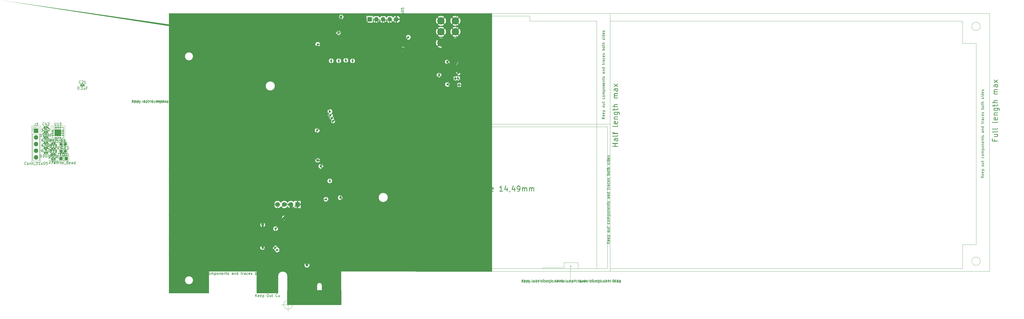
<source format=gbr>
%TF.GenerationSoftware,KiCad,Pcbnew,7.0.2*%
%TF.CreationDate,2023-06-11T00:48:19-04:00*%
%TF.ProjectId,VooDoo 4x PCIe,566f6f44-6f6f-4203-9478-20504349652e,rev?*%
%TF.SameCoordinates,Original*%
%TF.FileFunction,Legend,Bot*%
%TF.FilePolarity,Positive*%
%FSLAX46Y46*%
G04 Gerber Fmt 4.6, Leading zero omitted, Abs format (unit mm)*
G04 Created by KiCad (PCBNEW 7.0.2) date 2023-06-11 00:48:19*
%MOMM*%
%LPD*%
G01*
G04 APERTURE LIST*
G04 Aperture macros list*
%AMRoundRect*
0 Rectangle with rounded corners*
0 $1 Rounding radius*
0 $2 $3 $4 $5 $6 $7 $8 $9 X,Y pos of 4 corners*
0 Add a 4 corners polygon primitive as box body*
4,1,4,$2,$3,$4,$5,$6,$7,$8,$9,$2,$3,0*
0 Add four circle primitives for the rounded corners*
1,1,$1+$1,$2,$3*
1,1,$1+$1,$4,$5*
1,1,$1+$1,$6,$7*
1,1,$1+$1,$8,$9*
0 Add four rect primitives between the rounded corners*
20,1,$1+$1,$2,$3,$4,$5,0*
20,1,$1+$1,$4,$5,$6,$7,0*
20,1,$1+$1,$6,$7,$8,$9,0*
20,1,$1+$1,$8,$9,$2,$3,0*%
%AMFreePoly0*
4,1,62,1.235355,0.885355,1.250000,0.850000,1.250000,0.520000,1.500000,0.520000,1.535355,0.505355,1.550000,0.470000,1.550000,0.200000,1.535355,0.164645,1.500000,0.150000,1.250000,0.150000,1.250000,-0.150000,1.475859,-0.150000,1.500000,-0.140000,1.535355,-0.154645,1.550000,-0.190000,1.550000,-0.460000,1.535355,-0.495355,1.500000,-0.510000,1.250000,-0.510000,1.250000,-0.770000,
1.249957,-0.770103,1.250000,-0.770208,1.242601,-0.787860,1.235355,-0.805355,1.235251,-0.805397,1.235208,-0.805502,1.217505,-0.812748,1.200000,-0.820000,1.199896,-0.819957,1.199792,-0.820000,-1.200208,-0.810000,-1.217758,-0.802644,-1.235355,-0.795355,-1.235398,-0.795250,-1.235502,-0.795207,-1.242731,-0.777547,-1.250000,-0.760000,-1.250000,-0.520000,-1.500000,-0.520000,-1.535355,-0.505355,
-1.550000,-0.470000,-1.550000,-0.180000,-1.535355,-0.144645,-1.500000,-0.130000,-1.250000,-0.130000,-1.250000,0.131639,-1.501666,0.140028,-1.518391,0.147618,-1.535355,0.154645,-1.535697,0.155471,-1.536513,0.155842,-1.542969,0.173028,-1.550000,0.190000,-1.550000,0.470000,-1.535355,0.505355,-1.500000,0.520000,-1.250000,0.520000,-1.250000,0.850000,-1.235355,0.885355,-1.200000,0.900000,
1.200000,0.900000,1.235355,0.885355,1.235355,0.885355,$1*%
G04 Aperture macros list end*
%TA.AperFunction,SMDPad,CuDef*%
%ADD10RoundRect,0.075000X-0.337500X-0.075000X0.337500X-0.075000X0.337500X0.075000X-0.337500X0.075000X0*%
%TD*%
%TA.AperFunction,SMDPad,CuDef*%
%ADD11RoundRect,0.075000X-0.075000X-0.337500X0.075000X-0.337500X0.075000X0.337500X-0.075000X0.337500X0*%
%TD*%
%TA.AperFunction,SMDPad,CuDef*%
%ADD12R,2.500000X2.500000*%
%TD*%
%TA.AperFunction,SMDPad,CuDef*%
%ADD13C,1.500000*%
%TD*%
%TA.AperFunction,SMDPad,CuDef*%
%ADD14RoundRect,0.135000X-0.135000X-0.185000X0.135000X-0.185000X0.135000X0.185000X-0.135000X0.185000X0*%
%TD*%
%TA.AperFunction,ComponentPad*%
%ADD15R,1.700000X1.700000*%
%TD*%
%TA.AperFunction,ComponentPad*%
%ADD16O,1.700000X1.700000*%
%TD*%
%TA.AperFunction,SMDPad,CuDef*%
%ADD17RoundRect,0.250000X-0.325000X-0.450000X0.325000X-0.450000X0.325000X0.450000X-0.325000X0.450000X0*%
%TD*%
%TA.AperFunction,SMDPad,CuDef*%
%ADD18RoundRect,0.237500X-0.287500X-0.237500X0.287500X-0.237500X0.287500X0.237500X-0.287500X0.237500X0*%
%TD*%
%TA.AperFunction,SMDPad,CuDef*%
%ADD19RoundRect,0.140000X-0.140000X-0.170000X0.140000X-0.170000X0.140000X0.170000X-0.140000X0.170000X0*%
%TD*%
%TA.AperFunction,SMDPad,CuDef*%
%ADD20RoundRect,0.135000X-0.185000X0.135000X-0.185000X-0.135000X0.185000X-0.135000X0.185000X0.135000X0*%
%TD*%
%TA.AperFunction,SMDPad,CuDef*%
%ADD21RoundRect,0.250000X1.100000X-0.325000X1.100000X0.325000X-1.100000X0.325000X-1.100000X-0.325000X0*%
%TD*%
%TA.AperFunction,SMDPad,CuDef*%
%ADD22RoundRect,0.250000X0.475000X-0.250000X0.475000X0.250000X-0.475000X0.250000X-0.475000X-0.250000X0*%
%TD*%
%TA.AperFunction,SMDPad,CuDef*%
%ADD23RoundRect,0.140000X0.140000X0.170000X-0.140000X0.170000X-0.140000X-0.170000X0.140000X-0.170000X0*%
%TD*%
%TA.AperFunction,ComponentPad*%
%ADD24C,2.800000*%
%TD*%
%TA.AperFunction,SMDPad,CuDef*%
%ADD25R,0.700000X0.400000*%
%TD*%
%TA.AperFunction,SMDPad,CuDef*%
%ADD26R,1.900000X2.450000*%
%TD*%
%TA.AperFunction,SMDPad,CuDef*%
%ADD27RoundRect,0.140000X0.170000X-0.140000X0.170000X0.140000X-0.170000X0.140000X-0.170000X-0.140000X0*%
%TD*%
%TA.AperFunction,SMDPad,CuDef*%
%ADD28R,0.600000X1.100000*%
%TD*%
%TA.AperFunction,SMDPad,CuDef*%
%ADD29RoundRect,0.135000X0.185000X-0.135000X0.185000X0.135000X-0.185000X0.135000X-0.185000X-0.135000X0*%
%TD*%
%TA.AperFunction,SMDPad,CuDef*%
%ADD30R,1.200000X1.400000*%
%TD*%
%TA.AperFunction,SMDPad,CuDef*%
%ADD31R,1.100000X0.400000*%
%TD*%
%TA.AperFunction,SMDPad,CuDef*%
%ADD32R,0.600000X1.000000*%
%TD*%
%TA.AperFunction,SMDPad,CuDef*%
%ADD33R,2.400000X0.980000*%
%TD*%
%TA.AperFunction,SMDPad,CuDef*%
%ADD34R,5.570000X5.860000*%
%TD*%
%TA.AperFunction,SMDPad,CuDef*%
%ADD35RoundRect,0.140000X-0.170000X0.140000X-0.170000X-0.140000X0.170000X-0.140000X0.170000X0.140000X0*%
%TD*%
%TA.AperFunction,SMDPad,CuDef*%
%ADD36RoundRect,0.250000X-0.325000X-0.650000X0.325000X-0.650000X0.325000X0.650000X-0.325000X0.650000X0*%
%TD*%
%TA.AperFunction,ComponentPad*%
%ADD37R,1.800000X1.800000*%
%TD*%
%TA.AperFunction,ComponentPad*%
%ADD38C,1.800000*%
%TD*%
%TA.AperFunction,SMDPad,CuDef*%
%ADD39RoundRect,0.135000X0.135000X0.185000X-0.135000X0.185000X-0.135000X-0.185000X0.135000X-0.185000X0*%
%TD*%
%TA.AperFunction,SMDPad,CuDef*%
%ADD40R,0.980000X2.400000*%
%TD*%
%TA.AperFunction,SMDPad,CuDef*%
%ADD41R,5.860000X5.570000*%
%TD*%
%TA.AperFunction,SMDPad,CuDef*%
%ADD42R,1.600000X2.700000*%
%TD*%
%TA.AperFunction,SMDPad,CuDef*%
%ADD43R,0.660000X0.400000*%
%TD*%
%TA.AperFunction,SMDPad,CuDef*%
%ADD44R,0.600000X0.400000*%
%TD*%
%TA.AperFunction,SMDPad,CuDef*%
%ADD45R,1.800000X2.550000*%
%TD*%
%TA.AperFunction,SMDPad,CuDef*%
%ADD46RoundRect,0.250000X1.025000X-0.875000X1.025000X0.875000X-1.025000X0.875000X-1.025000X-0.875000X0*%
%TD*%
%TA.AperFunction,SMDPad,CuDef*%
%ADD47RoundRect,0.250000X-0.550000X1.500000X-0.550000X-1.500000X0.550000X-1.500000X0.550000X1.500000X0*%
%TD*%
%TA.AperFunction,ConnectorPad*%
%ADD48R,0.700000X4.200000*%
%TD*%
%TA.AperFunction,ConnectorPad*%
%ADD49R,0.700000X3.200000*%
%TD*%
%TA.AperFunction,SMDPad,CuDef*%
%ADD50R,3.175000X4.950000*%
%TD*%
%TA.AperFunction,SMDPad,CuDef*%
%ADD51R,0.300000X0.700000*%
%TD*%
%TA.AperFunction,SMDPad,CuDef*%
%ADD52FreePoly0,0.000000*%
%TD*%
%TA.AperFunction,SMDPad,CuDef*%
%ADD53RoundRect,0.250000X-0.250000X-0.475000X0.250000X-0.475000X0.250000X0.475000X-0.250000X0.475000X0*%
%TD*%
%TA.AperFunction,SMDPad,CuDef*%
%ADD54RoundRect,0.250000X-0.475000X0.250000X-0.475000X-0.250000X0.475000X-0.250000X0.475000X0.250000X0*%
%TD*%
%TA.AperFunction,SMDPad,CuDef*%
%ADD55RoundRect,0.135000X0.000000X0.295000X0.000000X-0.295000X0.000000X-0.295000X0.000000X0.295000X0*%
%TD*%
%TA.AperFunction,SMDPad,CuDef*%
%ADD56RoundRect,0.067500X-0.067500X0.362500X-0.067500X-0.362500X0.067500X-0.362500X0.067500X0.362500X0*%
%TD*%
%TA.AperFunction,SMDPad,CuDef*%
%ADD57R,1.850000X6.250000*%
%TD*%
%TA.AperFunction,SMDPad,CuDef*%
%ADD58R,5.472000X6.250000*%
%TD*%
%TA.AperFunction,SMDPad,CuDef*%
%ADD59RoundRect,0.250000X0.250000X0.475000X-0.250000X0.475000X-0.250000X-0.475000X0.250000X-0.475000X0*%
%TD*%
%TA.AperFunction,ViaPad*%
%ADD60C,0.800000*%
%TD*%
%TA.AperFunction,Conductor*%
%ADD61C,0.250000*%
%TD*%
%TA.AperFunction,Conductor*%
%ADD62C,0.650000*%
%TD*%
%TA.AperFunction,Conductor*%
%ADD63C,1.000000*%
%TD*%
%TA.AperFunction,Conductor*%
%ADD64C,0.800000*%
%TD*%
%TA.AperFunction,Conductor*%
%ADD65C,0.200000*%
%TD*%
%TA.AperFunction,Conductor*%
%ADD66C,0.750000*%
%TD*%
%ADD67C,0.100000*%
%ADD68RoundRect,0.250000X-0.255000X-0.255000X0.255000X-0.255000X0.255000X0.255000X-0.255000X0.255000X0*%
%ADD69RoundRect,0.075000X-0.337500X-0.075000X0.337500X-0.075000X0.337500X0.075000X-0.337500X0.075000X0*%
%ADD70RoundRect,0.075000X-0.075000X-0.337500X0.075000X-0.337500X0.075000X0.337500X-0.075000X0.337500X0*%
%ADD71RoundRect,0.135000X-0.135000X-0.185000X0.135000X-0.185000X0.135000X0.185000X-0.135000X0.185000X0*%
%ADD72RoundRect,0.250000X-0.325000X-0.450000X0.325000X-0.450000X0.325000X0.450000X-0.325000X0.450000X0*%
%ADD73RoundRect,0.237500X-0.287500X-0.237500X0.287500X-0.237500X0.287500X0.237500X-0.287500X0.237500X0*%
%ADD74RoundRect,0.140000X-0.140000X-0.170000X0.140000X-0.170000X0.140000X0.170000X-0.140000X0.170000X0*%
%ADD75RoundRect,0.135000X-0.185000X0.135000X-0.185000X-0.135000X0.185000X-0.135000X0.185000X0.135000X0*%
%ADD76RoundRect,0.250000X1.100000X-0.325000X1.100000X0.325000X-1.100000X0.325000X-1.100000X-0.325000X0*%
%ADD77RoundRect,0.250000X0.475000X-0.250000X0.475000X0.250000X-0.475000X0.250000X-0.475000X-0.250000X0*%
%ADD78RoundRect,0.140000X0.140000X0.170000X-0.140000X0.170000X-0.140000X-0.170000X0.140000X-0.170000X0*%
%ADD79C,2.800000*%
%ADD80R,0.700000X0.400000*%
%ADD81R,1.900000X2.450000*%
%ADD82RoundRect,0.140000X0.170000X-0.140000X0.170000X0.140000X-0.170000X0.140000X-0.170000X-0.140000X0*%
%ADD83R,0.600000X1.100000*%
%ADD84RoundRect,0.135000X0.185000X-0.135000X0.185000X0.135000X-0.185000X0.135000X-0.185000X-0.135000X0*%
%ADD85R,1.200000X1.400000*%
%ADD86R,1.100000X0.400000*%
%ADD87R,0.600000X1.000000*%
%ADD88R,2.400000X0.980000*%
%ADD89RoundRect,0.140000X-0.170000X0.140000X-0.170000X-0.140000X0.170000X-0.140000X0.170000X0.140000X0*%
%ADD90RoundRect,0.250000X-0.325000X-0.650000X0.325000X-0.650000X0.325000X0.650000X-0.325000X0.650000X0*%
%ADD91R,1.800000X1.800000*%
%ADD92C,1.800000*%
%ADD93RoundRect,0.135000X0.135000X0.185000X-0.135000X0.185000X-0.135000X-0.185000X0.135000X-0.185000X0*%
%ADD94R,0.980000X2.400000*%
%ADD95R,1.600000X2.700000*%
%ADD96R,0.660000X0.400000*%
%ADD97R,0.600000X0.400000*%
%ADD98R,1.800000X2.550000*%
%ADD99RoundRect,0.250000X1.025000X-0.875000X1.025000X0.875000X-1.025000X0.875000X-1.025000X-0.875000X0*%
%ADD100RoundRect,0.250000X-0.550000X1.500000X-0.550000X-1.500000X0.550000X-1.500000X0.550000X1.500000X0*%
%ADD101R,3.175000X4.950000*%
%ADD102R,0.300000X0.700000*%
%ADD103FreePoly0,0.000000*%
%ADD104RoundRect,0.250000X-0.250000X-0.475000X0.250000X-0.475000X0.250000X0.475000X-0.250000X0.475000X0*%
%ADD105RoundRect,0.250000X-0.475000X0.250000X-0.475000X-0.250000X0.475000X-0.250000X0.475000X0.250000X0*%
%ADD106RoundRect,0.135000X0.000000X0.295000X0.000000X-0.295000X0.000000X-0.295000X0.000000X0.295000X0*%
%ADD107RoundRect,0.067500X-0.067500X0.362500X-0.067500X-0.362500X0.067500X-0.362500X0.067500X0.362500X0*%
%ADD108RoundRect,0.250000X0.250000X0.475000X-0.250000X0.475000X-0.250000X-0.475000X0.250000X-0.475000X0*%
%ADD109C,0.200000*%
%ADD110C,0.150000*%
%ADD111C,0.065024*%
%ADD112C,0.120000*%
%ADD113C,0.250000*%
%ADD114C,0.127000*%
%ADD115R,2.500000X2.500000*%
%ADD116C,1.500000*%
%ADD117R,1.700000X1.700000*%
%ADD118O,1.700000X1.700000*%
%ADD119R,5.570000X5.860000*%
%ADD120R,5.860000X5.570000*%
%ADD121RoundRect,0.236600X0.000000X0.295000X0.000000X-0.295000X0.000000X-0.295000X0.000000X0.295000X0*%
%ADD122RoundRect,0.169100X-0.067500X0.362500X-0.067500X-0.362500X0.067500X-0.362500X0.067500X0.362500X0*%
%ADD123RoundRect,0.101600X-0.925000X3.125000X-0.925000X-3.125000X0.925000X-3.125000X0.925000X3.125000X0*%
%ADD124RoundRect,0.101600X-2.736000X3.125000X-2.736000X-3.125000X2.736000X-3.125000X2.736000X3.125000X0*%
%ADD125C,0.400000*%
%TA.AperFunction,Profile*%
%ADD126C,0.100000*%
%TD*%
%TA.AperFunction,Profile*%
%ADD127C,0.150000*%
%TD*%
%TA.AperFunction,Profile*%
%ADD128C,0.050000*%
%TD*%
%ADD129C,0.050000*%
%ADD130C,0.040000*%
%ADD131C,0.080000*%
%ADD132C,0.060000*%
G04 APERTURE END LIST*
D10*
%TO.P,U10,1,VCCIO*%
%TO.N,3V3*%
X-18577500Y-74195000D03*
%TO.P,U10,2,RXD*%
%TO.N,RX*%
X-18577500Y-74845000D03*
%TO.P,U10,3,GND*%
%TO.N,GND*%
X-18577500Y-75495000D03*
%TO.P,U10,4,~{CTS}*%
%TO.N,CTS*%
X-18577500Y-76145000D03*
D11*
%TO.P,U10,5,CBUS2*%
%TO.N,/ftdi/TXLED*%
X-17615000Y-77107500D03*
%TO.P,U10,6,USBDP*%
%TO.N,Net-(U10-USBDP)*%
X-16965000Y-77107500D03*
%TO.P,U10,7,USBDM*%
%TO.N,Net-(U10-USBDM)*%
X-16315000Y-77107500D03*
%TO.P,U10,8,3V3OUT*%
%TO.N,3V3*%
X-15665000Y-77107500D03*
D10*
%TO.P,U10,9,~{RESET}*%
X-14702500Y-76145000D03*
%TO.P,U10,10,VCC*%
%TO.N,VCC*%
X-14702500Y-75495000D03*
%TO.P,U10,11,CBUS1*%
%TO.N,/ftdi/RXLED*%
X-14702500Y-74845000D03*
%TO.P,U10,12,CBUS0*%
%TO.N,unconnected-(U10-CBUS0-Pad12)*%
X-14702500Y-74195000D03*
D11*
%TO.P,U10,13,GND*%
%TO.N,GND*%
X-15665000Y-73232500D03*
%TO.P,U10,14,CBUS3*%
%TO.N,unconnected-(U10-CBUS3-Pad14)*%
X-16315000Y-73232500D03*
%TO.P,U10,15,TXD*%
%TO.N,TX*%
X-16965000Y-73232500D03*
%TO.P,U10,16,~{RTS}*%
%TO.N,RTS*%
X-17615000Y-73232500D03*
D12*
%TO.P,U10,17,GND*%
%TO.N,GND*%
X-16640000Y-75170000D03*
%TD*%
D13*
%TO.P,CLKI,1,1*%
%TO.N,Net-(IC1-CLKI)*%
X84600000Y-45330000D03*
%TD*%
%TO.P,BI,1,1*%
%TO.N,Net-(IC1-BI)*%
X95510000Y-45310000D03*
%TD*%
D14*
%TO.P,R20,1*%
%TO.N,Net-(D2-K)*%
X-18820000Y-85260000D03*
%TO.P,R20,2*%
%TO.N,/ftdi/TXLED*%
X-17800000Y-85260000D03*
%TD*%
%TO.P,R19,1*%
%TO.N,Net-(D1-K)*%
X-18820000Y-83270000D03*
%TO.P,R19,2*%
%TO.N,/ftdi/RXLED*%
X-17800000Y-83270000D03*
%TD*%
%TO.P,R18,1*%
%TO.N,Net-(C45-Pad1)*%
X-18820000Y-81280000D03*
%TO.P,R18,2*%
%TO.N,Net-(U10-USBDP)*%
X-17800000Y-81280000D03*
%TD*%
%TO.P,R17,1*%
%TO.N,Net-(U10-USBDM)*%
X-18820000Y-79290000D03*
%TO.P,R17,2*%
%TO.N,Net-(C44-Pad1)*%
X-17800000Y-79290000D03*
%TD*%
D15*
%TO.P,J3,1,Pin_1*%
%TO.N,VCC*%
X-24960000Y-74370000D03*
D16*
%TO.P,J3,2,Pin_2*%
%TO.N,3V3*%
X-24960000Y-76910000D03*
%TO.P,J3,3,Pin_3*%
%TO.N,RX*%
X-24960000Y-79450000D03*
%TO.P,J3,4,Pin_4*%
%TO.N,TX*%
X-24960000Y-81990000D03*
%TO.P,J3,5,Pin_5*%
%TO.N,GND*%
X-24960000Y-84530000D03*
%TD*%
D17*
%TO.P,FB1,1*%
%TO.N,VCC*%
X-15505000Y-84950000D03*
%TO.P,FB1,2*%
%TO.N,Net-(C42-Pad1)*%
X-13455000Y-84950000D03*
%TD*%
D18*
%TO.P,D2,1,K*%
%TO.N,Net-(D2-K)*%
X-15510000Y-82180000D03*
%TO.P,D2,2,A*%
%TO.N,3V3*%
X-13760000Y-82180000D03*
%TD*%
%TO.P,D1,1,K*%
%TO.N,Net-(D1-K)*%
X-15510000Y-79590000D03*
%TO.P,D1,2,A*%
%TO.N,3V3*%
X-13760000Y-79590000D03*
%TD*%
D19*
%TO.P,C47,1*%
%TO.N,3V3*%
X-21680000Y-82880000D03*
%TO.P,C47,2*%
%TO.N,GND*%
X-20720000Y-82880000D03*
%TD*%
%TO.P,C46,1*%
%TO.N,VCC*%
X-21680000Y-80910000D03*
%TO.P,C46,2*%
%TO.N,GND*%
X-20720000Y-80910000D03*
%TD*%
%TO.P,C45,1*%
%TO.N,Net-(C45-Pad1)*%
X-21680000Y-78940000D03*
%TO.P,C45,2*%
%TO.N,GND*%
X-20720000Y-78940000D03*
%TD*%
%TO.P,C44,1*%
%TO.N,Net-(C44-Pad1)*%
X-21680000Y-76970000D03*
%TO.P,C44,2*%
%TO.N,GND*%
X-20720000Y-76970000D03*
%TD*%
%TO.P,C43,1*%
%TO.N,VCC*%
X-21680000Y-75000000D03*
%TO.P,C43,2*%
%TO.N,GND*%
X-20720000Y-75000000D03*
%TD*%
%TO.P,C42,1*%
%TO.N,Net-(C42-Pad1)*%
X-21680000Y-73030000D03*
%TO.P,C42,2*%
%TO.N,GND*%
X-20720000Y-73030000D03*
%TD*%
D20*
%TO.P,R13,1,1*%
%TO.N,/Asic/TEMP_N*%
X85330000Y-88110000D03*
%TO.P,R13,2,2*%
X85330000Y-89130000D03*
%TD*%
D21*
%TO.P,C28,1*%
%TO.N,+12V*%
X128192750Y-47987750D03*
%TO.P,C28,2*%
%TO.N,GND*%
X128192750Y-45037750D03*
%TD*%
D22*
%TO.P,C29,1*%
%TO.N,+12V*%
X125252750Y-47502750D03*
%TO.P,C29,2*%
%TO.N,GND*%
X125252750Y-45602750D03*
%TD*%
D23*
%TO.P,C34,1*%
%TO.N,Net-(U1-BOOT)*%
X134962750Y-47582750D03*
%TO.P,C34,2*%
%TO.N,/DC components/SW*%
X134002750Y-47582750D03*
%TD*%
D15*
%TO.P,J3,1,Pin_1*%
%TO.N,/Asic/1V8*%
X102000000Y-31880000D03*
D16*
%TO.P,J3,2,Pin_2*%
%TO.N,/Asic/CI*%
X104540000Y-31880000D03*
%TO.P,J3,3,Pin_3*%
%TO.N,/Asic/RO*%
X107080000Y-31880000D03*
%TO.P,J3,4,Pin_4*%
%TO.N,/Asic/RST_N*%
X109620000Y-31880000D03*
%TO.P,J3,5,Pin_5*%
%TO.N,GND*%
X112160000Y-31880000D03*
%TD*%
D24*
%TO.P,Conn1,1*%
%TO.N,+12V*%
X134595250Y-40852750D03*
%TO.P,Conn1,2*%
%TO.N,GND*%
X129095250Y-40852750D03*
%TO.P,Conn1,3*%
%TO.N,+12V*%
X134595250Y-36652750D03*
%TO.P,Conn1,4*%
%TO.N,GND*%
X129095250Y-36652750D03*
%TO.P,Conn1,5*%
%TO.N,+12V*%
X134595250Y-32452750D03*
%TO.P,Conn1,6*%
%TO.N,GND*%
X129095250Y-32452750D03*
%TD*%
D13*
%TO.P,RSTO,1,1*%
%TO.N,Net-(IC1-NRSTO)*%
X93090000Y-103740000D03*
%TD*%
D25*
%TO.P,Q2,1*%
%TO.N,GND*%
X136492750Y-50222750D03*
%TO.P,Q2,2*%
X136492750Y-50882750D03*
%TO.P,Q2,3,S*%
X136492750Y-51532750D03*
%TO.P,Q2,4,G*%
%TO.N,Net-(Q2-G)*%
X136492750Y-52182750D03*
%TO.P,Q2,5,D*%
%TO.N,/DC components/SW*%
X139692750Y-52182750D03*
%TO.P,Q2,6*%
%TO.N,N/C*%
X139692750Y-51532750D03*
%TO.P,Q2,7*%
X139692750Y-50882750D03*
%TO.P,Q2,8*%
X139692750Y-50222750D03*
D26*
X138532750Y-51202750D03*
%TD*%
D27*
%TO.P,C9,1*%
%TO.N,/DC components/VDD*%
X112340000Y-47640000D03*
%TO.P,C9,2*%
%TO.N,GND*%
X112340000Y-46680000D03*
%TD*%
D23*
%TO.P,C31,1*%
%TO.N,/Asic/1V8*%
X94860000Y-36110000D03*
%TO.P,C31,2*%
%TO.N,GND*%
X93900000Y-36110000D03*
%TD*%
D27*
%TO.P,C20,1*%
%TO.N,/Asic/1V8*%
X78860000Y-56460000D03*
%TO.P,C20,2*%
%TO.N,GND*%
X78860000Y-55500000D03*
%TD*%
D28*
%TO.P,U8,1,VCCA*%
%TO.N,/Asic/1V8*%
X94900000Y-34830000D03*
%TO.P,U8,2,GND*%
%TO.N,GND*%
X95850000Y-34830000D03*
%TO.P,U8,3,A*%
%TO.N,/Asic/RST_N*%
X96800000Y-34830000D03*
%TO.P,U8,4,B*%
%TO.N,/Asic/BM_RST*%
X96800000Y-32130000D03*
%TO.P,U8,5,DIR*%
%TO.N,GND*%
X95850000Y-32130000D03*
%TO.P,U8,6,VCCB*%
%TO.N,/3V3*%
X94900000Y-32130000D03*
%TD*%
D29*
%TO.P,R8,1*%
%TO.N,/DC components/PGOOD*%
X128292750Y-52122750D03*
%TO.P,R8,2*%
%TO.N,Net-(U1-BP)*%
X128292750Y-51102750D03*
%TD*%
D30*
%TO.P,X1,1,EN*%
%TO.N,/Asic/1V8*%
X88020000Y-54630000D03*
%TO.P,X1,2,GND*%
%TO.N,GND*%
X88020000Y-56830000D03*
%TO.P,X1,3,OUT*%
%TO.N,Net-(IC1-CLKI)*%
X89780000Y-56830000D03*
%TO.P,X1,4,VDD*%
%TO.N,/Asic/1V8*%
X89780000Y-54630000D03*
%TD*%
D31*
%TO.P,U7,1,VDD*%
%TO.N,/3V3*%
X63825000Y-120965000D03*
%TO.P,U7,2,DP*%
%TO.N,/Asic/TEMP_P*%
X63825000Y-120315000D03*
%TO.P,U7,3,DN*%
%TO.N,/Asic/TEMP_N*%
X63825000Y-119665000D03*
%TO.P,U7,4,FAN*%
%TO.N,/FAN/FAN_PWM*%
X63825000Y-119015000D03*
%TO.P,U7,5,GND*%
%TO.N,GND*%
X59525000Y-119015000D03*
%TO.P,U7,6,ALERT/TACH*%
%TO.N,/FAN/FAN_TACH*%
X59525000Y-119665000D03*
%TO.P,U7,7,SMDATA*%
%TO.N,/FAN/SDA*%
X59525000Y-120315000D03*
%TO.P,U7,8,SMCLK*%
%TO.N,/FAN/SCL*%
X59525000Y-120965000D03*
%TD*%
D22*
%TO.P,C37,1*%
%TO.N,Net-(C37-Pad1)*%
X138782750Y-60332750D03*
%TO.P,C37,2*%
%TO.N,/DC components/OUT0*%
X138782750Y-58432750D03*
%TD*%
D28*
%TO.P,U3,1,VCCA*%
%TO.N,/Asic/1V8*%
X90200000Y-34840000D03*
%TO.P,U3,2,GND*%
%TO.N,GND*%
X91150000Y-34840000D03*
%TO.P,U3,3,A*%
%TO.N,/Asic/RO*%
X92100000Y-34840000D03*
%TO.P,U3,4,B*%
%TO.N,/Asic/BM_RO*%
X92100000Y-32140000D03*
%TO.P,U3,5,DIR*%
%TO.N,/Asic/1V8*%
X91150000Y-32140000D03*
%TO.P,U3,6,VCCB*%
%TO.N,/3V3*%
X90200000Y-32140000D03*
%TD*%
D27*
%TO.P,C7,1*%
%TO.N,/DC components/VDD*%
X113430000Y-47640000D03*
%TO.P,C7,2*%
%TO.N,GND*%
X113430000Y-46680000D03*
%TD*%
D23*
%TO.P,C14,1*%
%TO.N,/Asic/1V8*%
X83450000Y-83610000D03*
%TO.P,C14,2*%
%TO.N,GND*%
X82490000Y-83610000D03*
%TD*%
D32*
%TO.P,U2,1,VIN*%
%TO.N,/Asic/5V*%
X82250000Y-54710000D03*
%TO.P,U2,2,VSS*%
%TO.N,GND*%
X81300000Y-54710000D03*
%TO.P,U2,3,CE*%
X80350000Y-54710000D03*
%TO.P,U2,4,NC*%
%TO.N,unconnected-(U2-NC-Pad4)*%
X80350000Y-57310000D03*
%TO.P,U2,5,VOUT*%
%TO.N,/Asic/1V8*%
X82250000Y-57310000D03*
%TD*%
D33*
%TO.P,U6,1*%
%TO.N,+12V*%
X112500000Y-43320000D03*
%TO.P,U6,2*%
%TO.N,/Asic/5V*%
X112500000Y-38760000D03*
D34*
%TO.P,U6,3*%
%TO.N,GND*%
X105830000Y-41040000D03*
%TD*%
D23*
%TO.P,C26,1*%
%TO.N,/3V3*%
X90150000Y-31010000D03*
%TO.P,C26,2*%
%TO.N,GND*%
X89190000Y-31010000D03*
%TD*%
D13*
%TO.P,CI,1,1*%
%TO.N,/Asic/CI*%
X87320000Y-45330000D03*
%TD*%
D19*
%TO.P,C22,1*%
%TO.N,/Asic/5V*%
X86120000Y-52380000D03*
%TO.P,C22,2*%
%TO.N,GND*%
X87080000Y-52380000D03*
%TD*%
D20*
%TO.P,R3,1*%
%TO.N,GND*%
X90260000Y-70790000D03*
%TO.P,R3,2*%
%TO.N,Net-(IC1-ADDR0)*%
X90260000Y-71810000D03*
%TD*%
D35*
%TO.P,C8,1*%
%TO.N,Net-(IC1-VDD3_0)*%
X93020000Y-72960000D03*
%TO.P,C8,2*%
%TO.N,/DC components/VDD*%
X93020000Y-73920000D03*
%TD*%
D13*
%TO.P,TP1,1,1*%
%TO.N,/FAN/FAN_TACH*%
X63480000Y-105060000D03*
%TD*%
D36*
%TO.P,C39,1*%
%TO.N,/DC components/VDD*%
X117487750Y-65552750D03*
%TO.P,C39,2*%
%TO.N,GND*%
X120437750Y-65552750D03*
%TD*%
D23*
%TO.P,C35,1*%
%TO.N,/3V3*%
X94870000Y-31070000D03*
%TO.P,C35,2*%
%TO.N,GND*%
X93910000Y-31070000D03*
%TD*%
D35*
%TO.P,C12,1*%
%TO.N,/DC components/VDD*%
X92650000Y-81710000D03*
%TO.P,C12,2*%
%TO.N,Net-(IC1-VDD3_1)*%
X92650000Y-82670000D03*
%TD*%
D37*
%TO.P,CN1,1,1*%
%TO.N,GND*%
X74520000Y-102530000D03*
D38*
%TO.P,CN1,2,2*%
%TO.N,/FAN/5V*%
X71980000Y-102530000D03*
%TO.P,CN1,3,3*%
%TO.N,/FAN/FAN_TACH*%
X69440000Y-102530000D03*
%TO.P,CN1,4,4*%
%TO.N,/FAN/FAN_PWM*%
X66900000Y-102530000D03*
%TD*%
D39*
%TO.P,R16,1*%
%TO.N,/FAN/FAN_PWM*%
X63710000Y-117560000D03*
%TO.P,R16,2*%
%TO.N,/3V3*%
X62690000Y-117560000D03*
%TD*%
D40*
%TO.P,U9,1*%
%TO.N,/PC12V*%
X73520000Y-122520000D03*
%TO.P,U9,2*%
%TO.N,/FAN/5V*%
X78080000Y-122520000D03*
D41*
%TO.P,U9,3*%
%TO.N,GND*%
X75800000Y-115850000D03*
%TD*%
D42*
%TO.P,C38,1*%
%TO.N,/DC components/VDD*%
X117732750Y-51702750D03*
%TO.P,C38,2*%
%TO.N,GND*%
X120732750Y-51702750D03*
%TD*%
D29*
%TO.P,R6,1*%
%TO.N,Net-(IC1-RI)*%
X83380000Y-86710000D03*
%TO.P,R6,2*%
%TO.N,/Asic/1V8*%
X83380000Y-85690000D03*
%TD*%
D35*
%TO.P,C15,1*%
%TO.N,Net-(IC1-VDD3_1)*%
X93650000Y-82680000D03*
%TO.P,C15,2*%
%TO.N,Net-(IC1-VDD2_1)*%
X93650000Y-83640000D03*
%TD*%
D13*
%TO.P,CLKO,1,1*%
%TO.N,Net-(IC1-CLKO)*%
X90320000Y-103830000D03*
%TD*%
D20*
%TO.P,R4,1*%
%TO.N,GND*%
X89250000Y-70790000D03*
%TO.P,R4,2*%
%TO.N,Net-(IC1-ADDR1)*%
X89250000Y-71810000D03*
%TD*%
D43*
%TO.P,Q1,1*%
%TO.N,/DC components/SW*%
X139422750Y-55662750D03*
%TO.P,Q1,2*%
X139422750Y-55012750D03*
%TO.P,Q1,3,S*%
X139422750Y-54372750D03*
%TO.P,Q1,4,G*%
%TO.N,Net-(Q1-G)*%
X139422750Y-53722750D03*
D44*
%TO.P,Q1,5,D*%
%TO.N,+12V*%
X136422750Y-53722750D03*
%TO.P,Q1,6*%
%TO.N,N/C*%
X136422750Y-54372750D03*
%TO.P,Q1,7*%
X136422750Y-55012750D03*
%TO.P,Q1,8*%
X136422750Y-55662750D03*
D45*
%TO.P,Q1,9*%
X137622750Y-54692750D03*
%TD*%
D23*
%TO.P,C25,1*%
%TO.N,/3V3*%
X85420000Y-30960000D03*
%TO.P,C25,2*%
%TO.N,GND*%
X84460000Y-30960000D03*
%TD*%
D46*
%TO.P,C13,1*%
%TO.N,/Asic/VDD*%
X117860000Y-48540000D03*
%TO.P,C13,2*%
%TO.N,GND*%
X117860000Y-42140000D03*
%TD*%
D32*
%TO.P,U4,1,IN*%
%TO.N,/Asic/5V*%
X85970000Y-54710000D03*
%TO.P,U4,2,GND*%
%TO.N,GND*%
X85020000Y-54710000D03*
%TO.P,U4,3,EN*%
%TO.N,/Asic/5V*%
X84070000Y-54710000D03*
%TO.P,U4,4,BP/FB*%
%TO.N,/Asic/0V8*%
X84070000Y-57310000D03*
%TO.P,U4,5,OUT*%
X85970000Y-57310000D03*
%TD*%
D35*
%TO.P,C2,1*%
%TO.N,GND*%
X93990000Y-70080000D03*
%TO.P,C2,2*%
%TO.N,Net-(IC1-VDD1_0)*%
X93990000Y-71040000D03*
%TD*%
D27*
%TO.P,C11,1*%
%TO.N,/DC components/VDD*%
X110290000Y-47640000D03*
%TO.P,C11,2*%
%TO.N,GND*%
X110290000Y-46680000D03*
%TD*%
D19*
%TO.P,C21,1*%
%TO.N,/Asic/1V8*%
X-7770000Y-57010000D03*
%TO.P,C21,2*%
%TO.N,GND*%
X-6810000Y-57010000D03*
%TD*%
D47*
%TO.P,C27,1*%
%TO.N,/FAN/5V*%
X67980000Y-110800000D03*
%TO.P,C27,2*%
%TO.N,GND*%
X67980000Y-116200000D03*
%TD*%
D14*
%TO.P,R10,1*%
%TO.N,/DC components/VDD*%
X137702750Y-61612750D03*
%TO.P,R10,2*%
%TO.N,Net-(C37-Pad1)*%
X138722750Y-61612750D03*
%TD*%
D48*
%TO.P,J1,B18,GND*%
%TO.N,GND*%
X90370000Y-137260000D03*
D49*
%TO.P,J1,B17,~{PRSNT2}*%
%TO.N,unconnected-(J1-~{PRSNT2}-PadB17)*%
X89370000Y-136760000D03*
D48*
%TO.P,J1,B16,GND*%
%TO.N,GND*%
X88370000Y-137260000D03*
%TO.P,J1,B15,PETn0*%
%TO.N,/PETn0*%
X87370000Y-137260000D03*
%TO.P,J1,B14,PETp0*%
%TO.N,/PETp0*%
X86370000Y-137260000D03*
%TO.P,J1,B13,GND*%
%TO.N,GND*%
X85370000Y-137260000D03*
%TO.P,J1,B12,RSVD*%
%TO.N,unconnected-(J1-RSVD-PadB12)*%
X84370000Y-137260000D03*
%TO.P,J1,B11,~{WAKE}*%
%TO.N,/~{WAKE}*%
X81370000Y-137260000D03*
%TO.P,J1,B10,+3.3V_aux*%
%TO.N,+3.3VA*%
X80370000Y-137260000D03*
%TO.P,J1,B9,~{TRST}*%
%TO.N,/~{TRST}*%
X79370000Y-137260000D03*
%TO.P,J1,B8,+3.3V*%
%TO.N,/3V3*%
X78370000Y-137260000D03*
%TO.P,J1,B7,GND*%
%TO.N,GND*%
X77370000Y-137260000D03*
%TO.P,J1,B6,SMDAT*%
%TO.N,/SMDAT*%
X76370000Y-137260000D03*
%TO.P,J1,B5,SMCLK*%
%TO.N,/SMCLK*%
X75370000Y-137260000D03*
%TO.P,J1,B4,GND*%
%TO.N,GND*%
X74370000Y-137260000D03*
%TO.P,J1,B3,+12V*%
%TO.N,/PC12V*%
X73370000Y-137260000D03*
%TO.P,J1,B2,+12V*%
X72370000Y-137260000D03*
%TO.P,J1,B1,+12V*%
X71370000Y-137260000D03*
%TD*%
D19*
%TO.P,C24,1*%
%TO.N,/Asic/0V8*%
X84070000Y-59210000D03*
%TO.P,C24,2*%
%TO.N,GND*%
X85030000Y-59210000D03*
%TD*%
D50*
%TO.P,L1,1,1*%
%TO.N,/DC components/SW*%
X127542750Y-58932750D03*
%TO.P,L1,2,2*%
%TO.N,/DC components/VDD*%
X118527750Y-58932750D03*
%TD*%
D23*
%TO.P,C16,1*%
%TO.N,/Asic/0V8*%
X83440000Y-84630000D03*
%TO.P,C16,2*%
%TO.N,GND*%
X82480000Y-84630000D03*
%TD*%
D27*
%TO.P,C19,1*%
%TO.N,/Asic/5V*%
X82330000Y-53570000D03*
%TO.P,C19,2*%
%TO.N,GND*%
X82330000Y-52610000D03*
%TD*%
D51*
%TO.P,U1,1,VDD*%
%TO.N,+12V*%
X132922750Y-52672750D03*
%TO.P,U1,2,SS*%
%TO.N,Net-(U1-SS)*%
X133422750Y-52672750D03*
%TO.P,U1,3,PGOOD*%
%TO.N,/DC components/PGOOD*%
X133922750Y-52672750D03*
%TO.P,U1,4,COMP*%
%TO.N,Net-(U1-COMP)*%
X134422750Y-52672750D03*
%TO.P,U1,5,FB*%
%TO.N,/DC components/OUT0*%
X134922750Y-52672750D03*
%TO.P,U1,6,BOOT*%
%TO.N,Net-(U1-BOOT)*%
X134922750Y-49872750D03*
%TO.P,U1,7,HDRV*%
%TO.N,Net-(Q1-G)*%
X134422750Y-49872750D03*
%TO.P,U1,8,SW*%
%TO.N,/DC components/SW*%
X133922750Y-49872750D03*
%TO.P,U1,9,LDRV*%
%TO.N,Net-(Q2-G)*%
X133422750Y-49872750D03*
%TO.P,U1,10,BP*%
%TO.N,Net-(U1-BP)*%
X132922750Y-49872750D03*
D52*
%TO.P,U1,11,GND*%
%TO.N,GND*%
X133922750Y-51222750D03*
%TD*%
D27*
%TO.P,C48,1*%
%TO.N,GND*%
X91240000Y-56080000D03*
%TO.P,C48,2*%
%TO.N,/Asic/1V8*%
X91240000Y-55120000D03*
%TD*%
D29*
%TO.P,R14,1,1*%
%TO.N,/Asic/TEMP_P*%
X86780000Y-89130000D03*
%TO.P,R14,2,2*%
X86780000Y-88110000D03*
%TD*%
D53*
%TO.P,C32,1*%
%TO.N,Net-(U1-COMP)*%
X132902750Y-57082750D03*
%TO.P,C32,2*%
%TO.N,/DC components/OUT0*%
X134802750Y-57082750D03*
%TD*%
D23*
%TO.P,C5,1*%
%TO.N,/Asic/1V8*%
X83110000Y-72710000D03*
%TO.P,C5,2*%
%TO.N,GND*%
X82150000Y-72710000D03*
%TD*%
D29*
%TO.P,R9,1*%
%TO.N,Net-(Q2-G)*%
X132972750Y-47612750D03*
%TO.P,R9,2*%
%TO.N,GND*%
X132972750Y-46592750D03*
%TD*%
D35*
%TO.P,C3,1*%
%TO.N,Net-(IC1-VDD1_0)*%
X93010000Y-71080000D03*
%TO.P,C3,2*%
%TO.N,Net-(IC1-VDD2_0)*%
X93010000Y-72040000D03*
%TD*%
D54*
%TO.P,C36,1*%
%TO.N,Net-(U1-BP)*%
X131152750Y-50472750D03*
%TO.P,C36,2*%
%TO.N,GND*%
X131152750Y-52372750D03*
%TD*%
D20*
%TO.P,R5,1*%
%TO.N,GND*%
X88310000Y-71990000D03*
%TO.P,R5,2*%
%TO.N,Net-(IC1-ADDR2)*%
X88310000Y-73010000D03*
%TD*%
D19*
%TO.P,C1,1*%
%TO.N,Net-(U7-DP)*%
X56160000Y-112065000D03*
%TO.P,C1,2*%
%TO.N,Net-(U7-DN)*%
X57120000Y-112065000D03*
%TD*%
D13*
%TO.P,RI,1,1*%
%TO.N,Net-(IC1-RI)*%
X91730000Y-101480000D03*
%TD*%
D35*
%TO.P,C6,1*%
%TO.N,Net-(IC1-VDD2_0)*%
X93990000Y-71970000D03*
%TO.P,C6,2*%
%TO.N,Net-(IC1-VDD3_0)*%
X93990000Y-72930000D03*
%TD*%
D55*
%TO.P,IC1,1,VDD3_0*%
%TO.N,Net-(IC1-VDD3_0)*%
X91070000Y-74115400D03*
%TO.P,IC1,2,VDD2_0*%
%TO.N,Net-(IC1-VDD2_0)*%
X90590000Y-74115400D03*
%TO.P,IC1,3,VDD1_0*%
%TO.N,Net-(IC1-VDD1_0)*%
X90110000Y-74115400D03*
%TO.P,IC1,4,ADDR0*%
%TO.N,Net-(IC1-ADDR0)*%
X89630000Y-74115400D03*
%TO.P,IC1,5,ADDR1*%
%TO.N,Net-(IC1-ADDR1)*%
X89150000Y-74115400D03*
%TO.P,IC1,6,ADDR2*%
%TO.N,Net-(IC1-ADDR2)*%
X88670000Y-74115400D03*
%TO.P,IC1,7,TEST*%
%TO.N,unconnected-(IC1-TEST-Pad7)*%
X88190000Y-74115400D03*
%TO.P,IC1,8,BI*%
%TO.N,Net-(IC1-BI)*%
X87710000Y-74115400D03*
%TO.P,IC1,9,NRSTI*%
%TO.N,/Asic/RST_N*%
X87230000Y-74115400D03*
%TO.P,IC1,10,RO*%
%TO.N,/Asic/RO*%
X86750000Y-74115400D03*
%TO.P,IC1,11,CI*%
%TO.N,/Asic/CI*%
X86270000Y-74115400D03*
%TO.P,IC1,12,CLKI*%
%TO.N,Net-(IC1-CLKI)*%
X85790000Y-74115400D03*
%TO.P,IC1,13,PLL_VSS*%
%TO.N,GND*%
X85310000Y-74115400D03*
%TO.P,IC1,14,PLL_VDD*%
%TO.N,/Asic/0V8*%
X84830000Y-74115400D03*
%TO.P,IC1,15,VDDIO_08_0*%
X84350000Y-74115400D03*
%TO.P,IC1,16,VDDIO_18_0*%
%TO.N,/Asic/1V8*%
X83870000Y-74115400D03*
D56*
%TO.P,IC1,17,VDDIO_18_1*%
X83870000Y-81984600D03*
%TO.P,IC1,18,VDDIO_08_1*%
%TO.N,/Asic/0V8*%
X84350000Y-81984600D03*
D55*
%TO.P,IC1,19,VSS*%
%TO.N,GND*%
X84830000Y-81984600D03*
%TO.P,IC1,20,PIN_MODE*%
%TO.N,unconnected-(IC1-PIN_MODE-Pad20)*%
X85310000Y-81984600D03*
%TO.P,IC1,21,TEMP_N*%
%TO.N,/Asic/TEMP_N*%
X85790000Y-81984600D03*
%TO.P,IC1,22,TEMP_P*%
%TO.N,/Asic/TEMP_P*%
X86270000Y-81984600D03*
%TO.P,IC1,23,RF*%
%TO.N,unconnected-(IC1-RF-Pad23)*%
X86750000Y-81984600D03*
%TO.P,IC1,24,TF*%
%TO.N,unconnected-(IC1-TF-Pad24)*%
X87230000Y-81984600D03*
%TO.P,IC1,25,CLKO*%
%TO.N,Net-(IC1-CLKO)*%
X87710000Y-81984600D03*
%TO.P,IC1,26,CO*%
%TO.N,Net-(IC1-CO)*%
X88190000Y-81984600D03*
%TO.P,IC1,27,RI*%
%TO.N,Net-(IC1-RI)*%
X88670000Y-81984600D03*
%TO.P,IC1,28,NRSTO*%
%TO.N,Net-(IC1-NRSTO)*%
X89150000Y-81984600D03*
%TO.P,IC1,29,BO*%
%TO.N,Net-(IC1-BO)*%
X89630000Y-81984600D03*
%TO.P,IC1,30,VDD1_1*%
%TO.N,Net-(IC1-VDD1_1)*%
X90110000Y-81984600D03*
%TO.P,IC1,31,VDD2_1*%
%TO.N,Net-(IC1-VDD2_1)*%
X90590000Y-81984600D03*
%TO.P,IC1,32,VDD3_1*%
%TO.N,Net-(IC1-VDD3_1)*%
X91070000Y-81984600D03*
D57*
%TO.P,IC1,33,VDD*%
%TO.N,/DC components/VDD*%
X90470000Y-78050000D03*
D58*
%TO.P,IC1,34,VSS_0*%
%TO.N,GND*%
X86270000Y-78050000D03*
%TD*%
D35*
%TO.P,C17,1*%
%TO.N,Net-(IC1-VDD2_1)*%
X92650000Y-83610000D03*
%TO.P,C17,2*%
%TO.N,Net-(IC1-VDD1_1)*%
X92650000Y-84570000D03*
%TD*%
D13*
%TO.P,TP5,1,1*%
%TO.N,GND*%
X63580000Y-79290000D03*
%TD*%
D19*
%TO.P,C30,1*%
%TO.N,Net-(U1-SS)*%
X133362750Y-55422750D03*
%TO.P,C30,2*%
%TO.N,GND*%
X134322750Y-55422750D03*
%TD*%
D59*
%TO.P,C33,1*%
%TO.N,Net-(U1-COMP)*%
X134752750Y-59112750D03*
%TO.P,C33,2*%
%TO.N,Net-(C33-Pad2)*%
X132852750Y-59112750D03*
%TD*%
D28*
%TO.P,U5,1,VCCA*%
%TO.N,/Asic/1V8*%
X85440000Y-34880000D03*
%TO.P,U5,2,GND*%
%TO.N,GND*%
X86390000Y-34880000D03*
%TO.P,U5,3,A*%
%TO.N,/Asic/CI*%
X87340000Y-34880000D03*
%TO.P,U5,4,B*%
%TO.N,/Asic/BM_CI*%
X87340000Y-32180000D03*
%TO.P,U5,5,DIR*%
%TO.N,GND*%
X86390000Y-32180000D03*
%TO.P,U5,6,VCCB*%
%TO.N,/3V3*%
X85440000Y-32180000D03*
%TD*%
D23*
%TO.P,C23,1*%
%TO.N,/Asic/1V8*%
X90150000Y-36060000D03*
%TO.P,C23,2*%
%TO.N,GND*%
X89190000Y-36060000D03*
%TD*%
D14*
%TO.P,R12,1*%
%TO.N,/DC components/OUT0*%
X137052750Y-56992750D03*
%TO.P,R12,2*%
%TO.N,GND*%
X138072750Y-56992750D03*
%TD*%
D13*
%TO.P,RO,1,1*%
%TO.N,/Asic/RO*%
X90180000Y-45330000D03*
%TD*%
D35*
%TO.P,C18,1*%
%TO.N,Net-(IC1-VDD1_1)*%
X93660000Y-84610000D03*
%TO.P,C18,2*%
%TO.N,GND*%
X93660000Y-85570000D03*
%TD*%
D29*
%TO.P,R11,1*%
%TO.N,/DC components/VDD*%
X137202750Y-59142750D03*
%TO.P,R11,2*%
%TO.N,/DC components/OUT0*%
X137202750Y-58122750D03*
%TD*%
D23*
%TO.P,C4,1*%
%TO.N,/Asic/0V8*%
X83120000Y-71710000D03*
%TO.P,C4,2*%
%TO.N,GND*%
X82160000Y-71710000D03*
%TD*%
D13*
%TO.P,CO,1,1*%
%TO.N,Net-(IC1-CO)*%
X88990000Y-101440000D03*
%TD*%
D35*
%TO.P,C41,1*%
%TO.N,/3V3*%
X66430000Y-122570000D03*
%TO.P,C41,2*%
%TO.N,GND*%
X66430000Y-123530000D03*
%TD*%
D13*
%TO.P,TP2,1,1*%
%TO.N,/FAN/FAN_PWM*%
X63460000Y-102450000D03*
%TD*%
D29*
%TO.P,R7,1*%
%TO.N,Net-(C33-Pad2)*%
X136192750Y-59152750D03*
%TO.P,R7,2*%
%TO.N,/DC components/OUT0*%
X136192750Y-58132750D03*
%TD*%
D19*
%TO.P,C40,1*%
%TO.N,/FAN/5V*%
X72340000Y-104550000D03*
%TO.P,C40,2*%
%TO.N,GND*%
X73300000Y-104550000D03*
%TD*%
D13*
%TO.P,BO,1,1*%
%TO.N,Net-(IC1-BO)*%
X94390000Y-101400000D03*
%TD*%
D39*
%TO.P,R1,1*%
%TO.N,GND*%
X90070000Y-69360000D03*
%TO.P,R1,2*%
%TO.N,/Asic/RST_N*%
X89050000Y-69360000D03*
%TD*%
D27*
%TO.P,C10,1*%
%TO.N,/DC components/VDD*%
X111330000Y-47640000D03*
%TO.P,C10,2*%
%TO.N,GND*%
X111330000Y-46680000D03*
%TD*%
D14*
%TO.P,R15,2*%
%TO.N,/3V3*%
X60190000Y-122570000D03*
%TO.P,R15,1*%
%TO.N,/FAN/FAN_TACH*%
X59170000Y-122570000D03*
%TD*%
D39*
%TO.P,R2,1*%
%TO.N,GND*%
X93040000Y-70120000D03*
%TO.P,R2,2*%
%TO.N,Net-(IC1-BI)*%
X92020000Y-70120000D03*
%TD*%
D13*
%TO.P,RST_N,1,1*%
%TO.N,/Asic/RST_N*%
X92860000Y-45330000D03*
%TD*%
D60*
%TO.N,/Asic/5V*%
X82200000Y-41470000D03*
X116650000Y-38760000D03*
%TO.N,+12V*%
X114610000Y-43300000D03*
%TO.N,GND*%
X108090000Y-38760000D03*
X108080000Y-43440000D03*
X103620000Y-38660000D03*
X103630000Y-43340000D03*
X86400000Y-36350000D03*
X93710000Y-32070000D03*
X96000000Y-36100000D03*
X93590000Y-35280000D03*
%TO.N,/Asic/1V8*%
X91120000Y-31000000D03*
X90150000Y-37050000D03*
%TO.N,GND*%
X91150000Y-36150000D03*
X88920000Y-35270000D03*
X88340000Y-31010000D03*
X83470000Y-30910000D03*
X59120000Y-118050000D03*
%TO.N,/FAN/5V*%
X78100000Y-125670000D03*
X69520000Y-107590000D03*
%TO.N,GND*%
X63520000Y-77150000D03*
%TO.N,/3V3*%
X61260000Y-110250000D03*
X61220000Y-119010000D03*
%TO.N,GND*%
X66530000Y-124500000D03*
%TO.N,/Asic/TEMP_P*%
X86790000Y-93530000D03*
X66770000Y-119880000D03*
%TO.N,/Asic/TEMP_N*%
X85340000Y-100540000D03*
X66010000Y-119000000D03*
%TO.N,/FAN/FAN_PWM*%
X66160000Y-111750000D03*
%TO.N,/PC12V*%
X73180000Y-131990000D03*
X73200000Y-131010000D03*
X73220000Y-130030000D03*
X72260000Y-130050000D03*
X72260000Y-131010000D03*
X72250000Y-131950000D03*
%TO.N,Net-(IC1-BI)*%
X95440000Y-47730000D03*
%TO.N,GND*%
X76770000Y-80270000D03*
X82480000Y-82740000D03*
X75960000Y-75510000D03*
X76890000Y-76420000D03*
X78720000Y-79350000D03*
X128202750Y-44982750D03*
X94760000Y-86700000D03*
X86220000Y-78330000D03*
X84682300Y-84412300D03*
X86190000Y-80500000D03*
X78710000Y-80240000D03*
X85030000Y-53500000D03*
X85290000Y-77420000D03*
X80700000Y-77410000D03*
X86250000Y-77410000D03*
X75950000Y-76400000D03*
X87210000Y-77400000D03*
X125222750Y-45622750D03*
X121912750Y-65612750D03*
X87170000Y-78340000D03*
X78840000Y-75500000D03*
X85260000Y-79590000D03*
X80640000Y-79330000D03*
X131152750Y-53442750D03*
X87210000Y-76470000D03*
X88510000Y-75420000D03*
X85320000Y-76440000D03*
X133710451Y-51435049D03*
X78770000Y-78320000D03*
X79800000Y-75490000D03*
X91230000Y-70900000D03*
X75890000Y-78330000D03*
X88420000Y-80560000D03*
X135222750Y-55422750D03*
X75840000Y-79360000D03*
X84120000Y-75540000D03*
X77760000Y-79340000D03*
X84080000Y-80520000D03*
X86260000Y-76460000D03*
X77720000Y-80280000D03*
X81300000Y-53490000D03*
X87250000Y-75530000D03*
X136532750Y-49472750D03*
X75830000Y-80250000D03*
X80600000Y-80270000D03*
X80660000Y-78350000D03*
X75900000Y-77440000D03*
X77840000Y-76430000D03*
X85330000Y-75550000D03*
X113420000Y-45660000D03*
X79710000Y-78340000D03*
X87140000Y-80510000D03*
X80760000Y-75480000D03*
X77880000Y-75490000D03*
X79680000Y-79340000D03*
X87230000Y-59260000D03*
X117870000Y-42180000D03*
X86290000Y-75540000D03*
X85250000Y-80480000D03*
X133042750Y-45492750D03*
X76920000Y-75500000D03*
X120852750Y-51692750D03*
X94040000Y-69190000D03*
X77780000Y-78360000D03*
X79650000Y-80260000D03*
X78780000Y-77430000D03*
X77820000Y-77420000D03*
X76860000Y-77430000D03*
X88140000Y-52300000D03*
X76830000Y-78350000D03*
X76800000Y-79350000D03*
X85280000Y-78310000D03*
X138962750Y-56992750D03*
X86220000Y-79580000D03*
X87180000Y-79570000D03*
X79740000Y-77420000D03*
X85074500Y-69520000D03*
X79770000Y-76410000D03*
X78830000Y-76390000D03*
X80720000Y-76420000D03*
%TO.N,+12V*%
X125232750Y-47512750D03*
X137622750Y-54702750D03*
X132232750Y-53238250D03*
X128182750Y-47922750D03*
%TO.N,/Asic/1V8*%
X82190000Y-85690000D03*
X81990000Y-74240000D03*
%TO.N,Net-(IC1-BI)*%
X87954500Y-70690000D03*
%TO.N,/Asic/RST_N*%
X87474500Y-69570000D03*
X92900000Y-47540000D03*
%TO.N,/Asic/RO*%
X90180000Y-47710000D03*
X86994500Y-68440000D03*
%TO.N,/Asic/CI*%
X86850000Y-67070000D03*
X87330000Y-47700000D03*
%TO.N,Net-(IC1-RI)*%
X83370000Y-87940000D03*
X90790000Y-99920000D03*
%TO.N,Net-(U1-COMP)*%
X131592750Y-56732750D03*
X134531429Y-54516446D03*
%TO.N,/DC components/OUT0*%
X136032750Y-56922750D03*
X135523248Y-54392750D03*
%TO.N,/DC components/SW*%
X142022750Y-50242750D03*
X142072750Y-47862750D03*
X141942750Y-55432750D03*
X127542750Y-58932750D03*
X127542750Y-57362750D03*
X141992750Y-48952750D03*
X141992750Y-51592750D03*
X127512750Y-60512750D03*
%TO.N,Net-(Q1-G)*%
X140792750Y-53632750D03*
X134740451Y-48560451D03*
%TO.N,Net-(Q2-G)*%
X131490805Y-48128581D03*
X135693859Y-52302082D03*
%TO.N,/DC components/PGOOD*%
X128342750Y-53172750D03*
X132352750Y-54687250D03*
%TD*%
D61*
%TO.N,/Asic/5V*%
X112500000Y-38760000D02*
X116650000Y-38760000D01*
X82110000Y-41560000D02*
X82200000Y-41470000D01*
X82110000Y-46530000D02*
X82110000Y-41560000D01*
X84070000Y-48490000D02*
X82110000Y-46530000D01*
X84070000Y-54710000D02*
X84070000Y-48490000D01*
%TO.N,+12V*%
X114590000Y-43320000D02*
X114610000Y-43300000D01*
X112500000Y-43320000D02*
X114590000Y-43320000D01*
%TO.N,GND*%
X86390000Y-36340000D02*
X86400000Y-36350000D01*
X86390000Y-34880000D02*
X86390000Y-36340000D01*
X86390000Y-31380000D02*
X86760000Y-31010000D01*
X86760000Y-31010000D02*
X88340000Y-31010000D01*
X86390000Y-32180000D02*
X86390000Y-31380000D01*
X95850000Y-30510000D02*
X95850000Y-32130000D01*
X95580000Y-30240000D02*
X95850000Y-30510000D01*
X94380000Y-30240000D02*
X95580000Y-30240000D01*
X93910000Y-30710000D02*
X94380000Y-30240000D01*
X93910000Y-31070000D02*
X93910000Y-30710000D01*
X93910000Y-31870000D02*
X93710000Y-32070000D01*
X93910000Y-31070000D02*
X93910000Y-31870000D01*
%TO.N,/3V3*%
X94900000Y-32130000D02*
X94900000Y-31100000D01*
X94900000Y-31100000D02*
X94870000Y-31070000D01*
%TO.N,GND*%
X95850000Y-35950000D02*
X96000000Y-36100000D01*
X95850000Y-34830000D02*
X95850000Y-35950000D01*
X93900000Y-35590000D02*
X93590000Y-35280000D01*
X93900000Y-36110000D02*
X93900000Y-35590000D01*
%TO.N,/Asic/1V8*%
X94860000Y-34870000D02*
X94900000Y-34830000D01*
X94860000Y-36110000D02*
X94860000Y-34870000D01*
X91150000Y-32140000D02*
X91150000Y-31030000D01*
X91150000Y-31030000D02*
X91120000Y-31000000D01*
X90150000Y-36060000D02*
X90150000Y-37050000D01*
%TO.N,GND*%
X91150000Y-34840000D02*
X91150000Y-36150000D01*
X89190000Y-35540000D02*
X88920000Y-35270000D01*
X89190000Y-36060000D02*
X89190000Y-35540000D01*
%TO.N,/Asic/1V8*%
X90150000Y-34890000D02*
X90200000Y-34840000D01*
X90150000Y-36060000D02*
X90150000Y-34890000D01*
%TO.N,GND*%
X89190000Y-31010000D02*
X88340000Y-31010000D01*
%TO.N,/3V3*%
X90200000Y-31060000D02*
X90150000Y-31010000D01*
X90200000Y-32140000D02*
X90200000Y-31060000D01*
%TO.N,GND*%
X83520000Y-30960000D02*
X83470000Y-30910000D01*
X84460000Y-30960000D02*
X83520000Y-30960000D01*
%TO.N,/3V3*%
X85440000Y-32180000D02*
X85440000Y-30980000D01*
X85440000Y-30980000D02*
X85420000Y-30960000D01*
%TO.N,GND*%
X59525000Y-118455000D02*
X59120000Y-118050000D01*
X59525000Y-119015000D02*
X59525000Y-118455000D01*
%TO.N,/FAN/FAN_PWM*%
X66820000Y-102450000D02*
X66900000Y-102530000D01*
X63460000Y-102450000D02*
X66820000Y-102450000D01*
%TO.N,/FAN/FAN_TACH*%
X65470000Y-105060000D02*
X66190000Y-105780000D01*
X63480000Y-105060000D02*
X65470000Y-105060000D01*
D62*
%TO.N,/3V3*%
X83290000Y-32190000D02*
X84190000Y-33090000D01*
X84190000Y-33090000D02*
X84540000Y-33090000D01*
D63*
X81880000Y-32190000D02*
X83290000Y-32190000D01*
D61*
X86180000Y-33160000D02*
X84610000Y-33160000D01*
X86180000Y-33160000D02*
X90050000Y-33160000D01*
X84610000Y-33160000D02*
X84540000Y-33090000D01*
X85990000Y-33160000D02*
X86180000Y-33160000D01*
D64*
%TO.N,/FAN/5V*%
X78080000Y-125650000D02*
X78080000Y-122520000D01*
D61*
X78100000Y-125670000D02*
X78080000Y-125650000D01*
D63*
X67980000Y-109130000D02*
X72000000Y-105110000D01*
D61*
%TO.N,GND*%
X63580000Y-77210000D02*
X63520000Y-77150000D01*
X63580000Y-79290000D02*
X63580000Y-77210000D01*
%TO.N,/3V3*%
X85810000Y-33160000D02*
X85990000Y-33160000D01*
D63*
X81870000Y-32180000D02*
X81880000Y-32190000D01*
X63210000Y-32180000D02*
X81870000Y-32180000D01*
X61260000Y-34130000D02*
X61260000Y-110250000D01*
X63210000Y-32180000D02*
X61260000Y-34130000D01*
D61*
X61420000Y-119210000D02*
X61220000Y-119010000D01*
X62070000Y-119210000D02*
X61420000Y-119210000D01*
X62070000Y-119210000D02*
X62070000Y-120010000D01*
X62070000Y-118180000D02*
X62070000Y-119210000D01*
X62070000Y-120010000D02*
X63025000Y-120965000D01*
X63025000Y-120965000D02*
X63825000Y-120965000D01*
X62690000Y-117560000D02*
X62070000Y-118180000D01*
%TO.N,/FAN/FAN_PWM*%
X63325000Y-119015000D02*
X63020000Y-118710000D01*
X63020000Y-118710000D02*
X63020000Y-118250000D01*
X63020000Y-118250000D02*
X63710000Y-117560000D01*
X63825000Y-119015000D02*
X63325000Y-119015000D01*
%TO.N,GND*%
X66430000Y-124400000D02*
X66530000Y-124500000D01*
X66430000Y-123530000D02*
X66430000Y-124400000D01*
%TO.N,/3V3*%
X66430000Y-122570000D02*
X67000000Y-122570000D01*
X60190000Y-122570000D02*
X66430000Y-122570000D01*
%TO.N,/FAN/FAN_TACH*%
X60100000Y-121640000D02*
X59170000Y-122570000D01*
X60980000Y-121260000D02*
X60600000Y-121640000D01*
X60600000Y-121640000D02*
X60100000Y-121640000D01*
X60675000Y-119665000D02*
X60960000Y-119950000D01*
X60960000Y-119950000D02*
X60960000Y-121240000D01*
X59525000Y-119665000D02*
X60675000Y-119665000D01*
X60960000Y-121240000D02*
X60980000Y-121260000D01*
%TO.N,/3V3*%
X68750000Y-120820000D02*
X67000000Y-122570000D01*
X68750000Y-120820000D02*
X69700000Y-119870000D01*
X68605000Y-120965000D02*
X68750000Y-120820000D01*
D65*
%TO.N,/Asic/TEMP_N*%
X85330000Y-100530000D02*
X85340000Y-100540000D01*
X85330000Y-89130000D02*
X85330000Y-100530000D01*
D61*
X85340000Y-88100000D02*
X85330000Y-88110000D01*
X85340000Y-85340000D02*
X85340000Y-88100000D01*
D65*
%TO.N,/Asic/TEMP_P*%
X86780000Y-93520000D02*
X86790000Y-93530000D01*
X86780000Y-89130000D02*
X86780000Y-93520000D01*
X86780000Y-84040000D02*
X86780000Y-88110000D01*
X86790000Y-84030000D02*
X86780000Y-84040000D01*
X86270000Y-83510000D02*
X86790000Y-84030000D01*
X86270000Y-81984600D02*
X86270000Y-83510000D01*
X66335000Y-120315000D02*
X66770000Y-119880000D01*
X63825000Y-120315000D02*
X66335000Y-120315000D01*
%TO.N,/Asic/TEMP_N*%
X85790000Y-84890000D02*
X85660000Y-85020000D01*
X85790000Y-81984600D02*
X85790000Y-84890000D01*
D61*
X85340000Y-85340000D02*
X85660000Y-85020000D01*
X65345000Y-119665000D02*
X66010000Y-119000000D01*
X63825000Y-119665000D02*
X65345000Y-119665000D01*
%TO.N,/FAN/FAN_PWM*%
X65150000Y-118800000D02*
X66160000Y-117790000D01*
X66160000Y-117790000D02*
X66160000Y-111750000D01*
X64935000Y-119015000D02*
X65150000Y-118800000D01*
X63825000Y-119015000D02*
X64935000Y-119015000D01*
%TO.N,/FAN/FAN_TACH*%
X58010000Y-117890000D02*
X66190000Y-109710000D01*
X58040000Y-117920000D02*
X58010000Y-117890000D01*
X66190000Y-105780000D02*
X69440000Y-102530000D01*
X58040000Y-119180000D02*
X58040000Y-117920000D01*
X66190000Y-109710000D02*
X66190000Y-105780000D01*
X58525000Y-119665000D02*
X58040000Y-119180000D01*
X59525000Y-119665000D02*
X58525000Y-119665000D01*
%TO.N,/FAN/5V*%
X67980000Y-109130000D02*
X67980000Y-110800000D01*
D63*
X71980000Y-105090000D02*
X71980000Y-102530000D01*
D61*
X72000000Y-105110000D02*
X71980000Y-105090000D01*
%TO.N,/3V3*%
X78340000Y-132630000D02*
X78340000Y-137290000D01*
X81240000Y-129730000D02*
X78340000Y-132630000D01*
X81240000Y-120530000D02*
X81240000Y-129730000D01*
X80580000Y-119870000D02*
X81240000Y-120530000D01*
X69700000Y-119870000D02*
X80580000Y-119870000D01*
X63825000Y-120965000D02*
X68605000Y-120965000D01*
%TO.N,Net-(IC1-CLKI)*%
X92440000Y-56440000D02*
X89780000Y-59100000D01*
X89780000Y-59100000D02*
X89780000Y-59240000D01*
X92440000Y-51510000D02*
X92440000Y-56440000D01*
X91630000Y-50700000D02*
X92440000Y-51510000D01*
X87250000Y-50700000D02*
X91630000Y-50700000D01*
X84600000Y-48050000D02*
X87250000Y-50700000D01*
X84600000Y-45330000D02*
X84600000Y-48050000D01*
%TO.N,Net-(IC1-BI)*%
X95440000Y-47730000D02*
X95440000Y-45380000D01*
X95440000Y-45380000D02*
X95510000Y-45310000D01*
%TO.N,GND*%
X85020000Y-54710000D02*
X85020000Y-53510000D01*
X88310000Y-71990000D02*
X88310000Y-71730000D01*
X131152750Y-52372750D02*
X132302750Y-51222750D01*
X86270000Y-77690000D02*
X84120000Y-75540000D01*
X86270000Y-78410000D02*
X88420000Y-80560000D01*
X90070000Y-69360000D02*
X92280000Y-69360000D01*
X87180000Y-59210000D02*
X87230000Y-59260000D01*
X90260000Y-70790000D02*
X91120000Y-70790000D01*
X88060000Y-52380000D02*
X88140000Y-52300000D01*
X79560000Y-55500000D02*
X80350000Y-54710000D01*
X113430000Y-45670000D02*
X113420000Y-45660000D01*
X120437750Y-65552750D02*
X121852750Y-65552750D01*
X86270000Y-78050000D02*
X86270000Y-78330000D01*
X86270000Y-78050000D02*
X86270000Y-78410000D01*
X82160000Y-72700000D02*
X82150000Y-72710000D01*
X81300000Y-54710000D02*
X81300000Y-53490000D01*
X136492750Y-49512750D02*
X136532750Y-49472750D01*
X136492750Y-51532750D02*
X136492750Y-50882750D01*
X78860000Y-55500000D02*
X79560000Y-55500000D01*
X88020000Y-56830000D02*
X88020000Y-58470000D01*
X93990000Y-69240000D02*
X94040000Y-69190000D01*
X93950000Y-70120000D02*
X93990000Y-70080000D01*
X128192750Y-45037750D02*
X128192750Y-44992750D01*
X125252750Y-45602750D02*
X125242750Y-45602750D01*
X112340000Y-46680000D02*
X113430000Y-46680000D01*
X132972750Y-45562750D02*
X133042750Y-45492750D01*
X93040000Y-70120000D02*
X93950000Y-70120000D01*
X134322750Y-55422750D02*
X135222750Y-55422750D01*
X85020000Y-53510000D02*
X85030000Y-53500000D01*
X138072750Y-56992750D02*
X138962750Y-56992750D01*
X82160000Y-71710000D02*
X82160000Y-72700000D01*
X86270000Y-78050000D02*
X86270000Y-77660000D01*
X85310000Y-69755500D02*
X85074500Y-69520000D01*
X125242750Y-45602750D02*
X125222750Y-45622750D01*
X82490000Y-82750000D02*
X82480000Y-82740000D01*
X85030000Y-59210000D02*
X87180000Y-59210000D01*
X89250000Y-70790000D02*
X90260000Y-70790000D01*
X121852750Y-65552750D02*
X121912750Y-65612750D01*
X84830000Y-84264600D02*
X84682300Y-84412300D01*
X86270000Y-77660000D02*
X88510000Y-75420000D01*
X93660000Y-85570000D02*
X93660000Y-85600000D01*
X136492750Y-50882750D02*
X136492750Y-50222750D01*
X84830000Y-81984600D02*
X84830000Y-84264600D01*
X85310000Y-74115400D02*
X85310000Y-69755500D01*
X82490000Y-83610000D02*
X82490000Y-82750000D01*
X82330000Y-52610000D02*
X82180000Y-52610000D01*
X132302750Y-51222750D02*
X133922750Y-51222750D01*
X136492750Y-50222750D02*
X136492750Y-49512750D01*
X90965000Y-55805000D02*
X91240000Y-56080000D01*
X133922750Y-51222750D02*
X133710451Y-51435049D01*
X113430000Y-46680000D02*
X113430000Y-45670000D01*
X86270000Y-78050000D02*
X86270000Y-77690000D01*
X87080000Y-52380000D02*
X88060000Y-52380000D01*
X132972750Y-46592750D02*
X132972750Y-45562750D01*
X88020000Y-58470000D02*
X87230000Y-59260000D01*
X110290000Y-46680000D02*
X111330000Y-46680000D01*
X88945000Y-55805000D02*
X90965000Y-55805000D01*
X86270000Y-78330000D02*
X84080000Y-80520000D01*
X88020000Y-56830000D02*
X88020000Y-56730000D01*
X93990000Y-70080000D02*
X93990000Y-69240000D01*
X120842750Y-51702750D02*
X120852750Y-51692750D01*
X92280000Y-69360000D02*
X93040000Y-70120000D01*
X131152750Y-52372750D02*
X131152750Y-53442750D01*
X111330000Y-46680000D02*
X112340000Y-46680000D01*
X88020000Y-56730000D02*
X88945000Y-55805000D01*
X80350000Y-54710000D02*
X81300000Y-54710000D01*
X120732750Y-51702750D02*
X120842750Y-51702750D01*
X82480000Y-83620000D02*
X82490000Y-83610000D01*
X88310000Y-71730000D02*
X89250000Y-70790000D01*
X93660000Y-85600000D02*
X94760000Y-86700000D01*
X82180000Y-52610000D02*
X81300000Y-53490000D01*
X82480000Y-84630000D02*
X82480000Y-83620000D01*
X128192750Y-44992750D02*
X128202750Y-44982750D01*
X91120000Y-70790000D02*
X91230000Y-70900000D01*
%TO.N,/DC components/VDD*%
X137202750Y-60602750D02*
X137702750Y-61102750D01*
X137702750Y-61102750D02*
X137702750Y-61612750D01*
X137202750Y-59142750D02*
X137202750Y-60602750D01*
%TO.N,+12V*%
X132798250Y-52672750D02*
X132232750Y-53238250D01*
X125252750Y-47502750D02*
X125242750Y-47502750D01*
X128192750Y-47987750D02*
X128192750Y-47932750D01*
X132922750Y-52672750D02*
X132798250Y-52672750D01*
X137622750Y-54692750D02*
X137622750Y-54702750D01*
X128192750Y-47932750D02*
X128182750Y-47922750D01*
X125242750Y-47502750D02*
X125232750Y-47512750D01*
%TO.N,Net-(IC1-VDD1_0)*%
X93010000Y-71080000D02*
X93950000Y-71080000D01*
X92197208Y-71080000D02*
X93010000Y-71080000D01*
X93950000Y-71080000D02*
X93990000Y-71040000D01*
X90110000Y-74115400D02*
X90110000Y-73167208D01*
X90110000Y-73167208D02*
X92197208Y-71080000D01*
%TO.N,Net-(IC1-VDD2_0)*%
X93010000Y-72040000D02*
X93920000Y-72040000D01*
X90590000Y-74115400D02*
X90590000Y-73323604D01*
X90590000Y-73323604D02*
X91873604Y-72040000D01*
X93920000Y-72040000D02*
X93990000Y-71970000D01*
X91873604Y-72040000D02*
X93010000Y-72040000D01*
%TO.N,/Asic/0V8*%
X84070000Y-69270000D02*
X83120000Y-70220000D01*
X83120000Y-70220000D02*
X83120000Y-71710000D01*
X84070000Y-59210000D02*
X84070000Y-69270000D01*
X84350000Y-74115400D02*
X84350000Y-72940000D01*
X84830000Y-74115400D02*
X84830000Y-73420000D01*
X84070000Y-59210000D02*
X84070000Y-57310000D01*
X84830000Y-73420000D02*
X84350000Y-72940000D01*
X84350000Y-81984600D02*
X84350000Y-83720000D01*
X84350000Y-83720000D02*
X83440000Y-84630000D01*
X84350000Y-72940000D02*
X83120000Y-71710000D01*
%TO.N,/Asic/1V8*%
X91240000Y-55120000D02*
X90270000Y-55120000D01*
X81360000Y-73170000D02*
X81360000Y-71010000D01*
X94900000Y-33930000D02*
X94900000Y-34830000D01*
X83870000Y-74115400D02*
X83870000Y-73470000D01*
X100180000Y-33700000D02*
X102000000Y-31880000D01*
X82190000Y-85690000D02*
X83380000Y-85690000D01*
X81360000Y-71010000D02*
X82250000Y-70120000D01*
X78860000Y-56460000D02*
X81400000Y-56460000D01*
X85910000Y-33700000D02*
X90040000Y-33700000D01*
X82450000Y-73440000D02*
X81630000Y-73440000D01*
X90040000Y-33700000D02*
X90200000Y-33860000D01*
X82450000Y-73440000D02*
X82450000Y-73780000D01*
X83870000Y-81984600D02*
X83870000Y-83190000D01*
X81630000Y-73440000D02*
X81360000Y-73170000D01*
X82450000Y-73780000D02*
X81990000Y-74240000D01*
X83110000Y-72710000D02*
X83110000Y-72780000D01*
X94670000Y-33700000D02*
X100180000Y-33700000D01*
X82250000Y-57310000D02*
X82250000Y-56540000D01*
X82250000Y-56540000D02*
X82590000Y-56200000D01*
X85440000Y-34880000D02*
X85440000Y-34170000D01*
X83870000Y-73470000D02*
X83110000Y-72710000D01*
X83870000Y-83190000D02*
X83450000Y-83610000D01*
X94670000Y-33700000D02*
X94900000Y-33930000D01*
X85440000Y-34170000D02*
X85910000Y-33700000D01*
X82590000Y-56200000D02*
X86450000Y-56200000D01*
X82250000Y-70120000D02*
X82250000Y-57310000D01*
X81400000Y-56460000D02*
X82250000Y-57310000D01*
X90040000Y-33700000D02*
X94670000Y-33700000D01*
X83110000Y-72780000D02*
X82450000Y-73440000D01*
X88020000Y-54630000D02*
X89780000Y-54630000D01*
X86450000Y-56200000D02*
X88020000Y-54630000D01*
X90200000Y-33860000D02*
X90200000Y-34840000D01*
X90270000Y-55120000D02*
X89780000Y-54630000D01*
%TO.N,Net-(IC1-VDD3_0)*%
X91590000Y-72960000D02*
X93020000Y-72960000D01*
X93020000Y-72960000D02*
X93960000Y-72960000D01*
X91070000Y-73480000D02*
X91590000Y-72960000D01*
X91070000Y-74115400D02*
X91070000Y-73480000D01*
X93960000Y-72960000D02*
X93990000Y-72930000D01*
%TO.N,/Asic/VDD*%
X117732750Y-48667250D02*
X117860000Y-48540000D01*
%TO.N,/DC components/VDD*%
X112340000Y-47640000D02*
X113430000Y-47640000D01*
X110290000Y-47640000D02*
X111330000Y-47640000D01*
X111330000Y-47640000D02*
X112340000Y-47640000D01*
D63*
%TO.N,/Asic/VDD*%
X117732750Y-51702750D02*
X117732750Y-48667250D01*
D61*
%TO.N,Net-(IC1-VDD3_1)*%
X91460000Y-82770000D02*
X92550000Y-82770000D01*
X92550000Y-82770000D02*
X92650000Y-82670000D01*
X92650000Y-82670000D02*
X93640000Y-82670000D01*
X91070000Y-82380000D02*
X91460000Y-82770000D01*
X93640000Y-82670000D02*
X93650000Y-82680000D01*
X91070000Y-81984600D02*
X91070000Y-82380000D01*
%TO.N,Net-(IC1-VDD2_1)*%
X93620000Y-83610000D02*
X93650000Y-83640000D01*
X92650000Y-83610000D02*
X93620000Y-83610000D01*
X90590000Y-82536396D02*
X91663604Y-83610000D01*
X91663604Y-83610000D02*
X92650000Y-83610000D01*
X90590000Y-81984600D02*
X90590000Y-82536396D01*
%TO.N,Net-(IC1-VDD1_1)*%
X91987208Y-84570000D02*
X92650000Y-84570000D01*
X90110000Y-82692792D02*
X91987208Y-84570000D01*
X93620000Y-84570000D02*
X93660000Y-84610000D01*
X92650000Y-84570000D02*
X93620000Y-84570000D01*
X90110000Y-81984600D02*
X90110000Y-82692792D01*
%TO.N,/Asic/5V*%
X85970000Y-54710000D02*
X85970000Y-52530000D01*
X84070000Y-55380000D02*
X84290000Y-55600000D01*
X85970000Y-52530000D02*
X86120000Y-52380000D01*
X82250000Y-54710000D02*
X84070000Y-54710000D01*
X84070000Y-54710000D02*
X84070000Y-55380000D01*
X84290000Y-55600000D02*
X85830000Y-55600000D01*
X82330000Y-54630000D02*
X82250000Y-54710000D01*
X85970000Y-55460000D02*
X85970000Y-54710000D01*
X82330000Y-53570000D02*
X82330000Y-54630000D01*
X85830000Y-55600000D02*
X85970000Y-55460000D01*
%TO.N,/3V3*%
X85440000Y-32180000D02*
X85440000Y-32790000D01*
X85440000Y-32790000D02*
X85810000Y-33160000D01*
X90050000Y-33160000D02*
X90200000Y-33010000D01*
X94900000Y-33000000D02*
X94900000Y-32130000D01*
X94740000Y-33160000D02*
X94900000Y-33000000D01*
X90050000Y-33160000D02*
X94740000Y-33160000D01*
X90200000Y-33010000D02*
X90200000Y-32140000D01*
%TO.N,Net-(IC1-ADDR0)*%
X89630000Y-72440000D02*
X90260000Y-71810000D01*
X89630000Y-74115400D02*
X89630000Y-72440000D01*
%TO.N,Net-(IC1-ADDR1)*%
X89150000Y-71910000D02*
X89250000Y-71810000D01*
X89150000Y-74115400D02*
X89150000Y-71910000D01*
%TO.N,Net-(IC1-ADDR2)*%
X88670000Y-73370000D02*
X88310000Y-73010000D01*
X88670000Y-74115400D02*
X88670000Y-73370000D01*
%TO.N,Net-(IC1-BI)*%
X88524500Y-70120000D02*
X87954500Y-70690000D01*
X87710000Y-70934500D02*
X87954500Y-70690000D01*
X87710000Y-74115400D02*
X87710000Y-70934500D01*
X92020000Y-70120000D02*
X88524500Y-70120000D01*
%TO.N,/Asic/RST_N*%
X92860000Y-47500000D02*
X92900000Y-47540000D01*
X87474500Y-69570000D02*
X88840000Y-69570000D01*
X96800000Y-38450000D02*
X96800000Y-34830000D01*
X87230000Y-69814500D02*
X87474500Y-69570000D01*
X92860000Y-42390000D02*
X96800000Y-38450000D01*
X92860000Y-45330000D02*
X92860000Y-47500000D01*
X88840000Y-69570000D02*
X89050000Y-69360000D01*
X87230000Y-74115400D02*
X87230000Y-69814500D01*
X92860000Y-45330000D02*
X92860000Y-42390000D01*
%TO.N,/Asic/RO*%
X86750000Y-74115400D02*
X86750000Y-68684500D01*
X92100000Y-37210000D02*
X92100000Y-34840000D01*
X90180000Y-39130000D02*
X92100000Y-37210000D01*
X86750000Y-68684500D02*
X86994500Y-68440000D01*
X90180000Y-45330000D02*
X90180000Y-39130000D01*
X90180000Y-45330000D02*
X90180000Y-47710000D01*
%TO.N,/Asic/CI*%
X87320000Y-45330000D02*
X87320000Y-34900000D01*
X87320000Y-47690000D02*
X87330000Y-47700000D01*
X87320000Y-34900000D02*
X87340000Y-34880000D01*
X86270000Y-74115400D02*
X86270000Y-67650000D01*
X86270000Y-67650000D02*
X86850000Y-67070000D01*
X87320000Y-45330000D02*
X87320000Y-47690000D01*
%TO.N,Net-(IC1-CLKI)*%
X85790000Y-74115400D02*
X85799500Y-74105900D01*
X85799500Y-74105900D02*
X85799500Y-63220500D01*
X89780000Y-59240000D02*
X89780000Y-56830000D01*
X85799500Y-63220500D02*
X89780000Y-59240000D01*
%TO.N,Net-(IC1-CLKO)*%
X87710000Y-81984600D02*
X87710000Y-102280660D01*
X89259340Y-103830000D02*
X90320000Y-103830000D01*
X87710000Y-102280660D02*
X89259340Y-103830000D01*
%TO.N,Net-(IC1-CO)*%
X88990000Y-99390000D02*
X88990000Y-101440000D01*
X93040000Y-89196396D02*
X93040000Y-95340000D01*
X88194600Y-81984600D02*
X88210000Y-82000000D01*
X88210000Y-82000000D02*
X88210000Y-84366396D01*
X88190000Y-81984600D02*
X88194600Y-81984600D01*
X93040000Y-95340000D02*
X88990000Y-99390000D01*
X88210000Y-84366396D02*
X93040000Y-89196396D01*
%TO.N,Net-(IC1-RI)*%
X93490000Y-96410000D02*
X93490000Y-89010000D01*
X91730000Y-101480000D02*
X91730000Y-98170000D01*
X91730000Y-98170000D02*
X93490000Y-96410000D01*
X88674600Y-81984600D02*
X88670000Y-81984600D01*
X91730000Y-100860000D02*
X90790000Y-99920000D01*
X93490000Y-89010000D02*
X88690000Y-84210000D01*
X83370000Y-86720000D02*
X83380000Y-86710000D01*
X83370000Y-87940000D02*
X83370000Y-86720000D01*
X88690000Y-84210000D02*
X88690000Y-82000000D01*
X91730000Y-101480000D02*
X91730000Y-100860000D01*
X88690000Y-82000000D02*
X88674600Y-81984600D01*
%TO.N,Net-(IC1-NRSTO)*%
X93090000Y-99120000D02*
X93090000Y-103740000D01*
X89150000Y-81984600D02*
X89150000Y-83830000D01*
X93940000Y-88620000D02*
X93940000Y-98270000D01*
X89150000Y-83830000D02*
X93940000Y-88620000D01*
X93940000Y-98270000D02*
X93090000Y-99120000D01*
%TO.N,Net-(IC1-BO)*%
X94390000Y-88080000D02*
X94390000Y-101400000D01*
X89630000Y-83320000D02*
X94390000Y-88080000D01*
X89630000Y-81984600D02*
X89630000Y-83320000D01*
%TO.N,Net-(U1-SS)*%
X133422750Y-55362750D02*
X133362750Y-55422750D01*
X131362750Y-54332750D02*
X131362750Y-54782750D01*
X133422750Y-52672750D02*
X133422750Y-53322750D01*
X133422750Y-53322750D02*
X132782750Y-53962750D01*
X131732750Y-53962750D02*
X131362750Y-54332750D01*
X132002750Y-55422750D02*
X133362750Y-55422750D01*
X131362750Y-54782750D02*
X132002750Y-55422750D01*
X132782750Y-53962750D02*
X131732750Y-53962750D01*
%TO.N,Net-(U1-COMP)*%
X132902750Y-57082750D02*
X131942750Y-57082750D01*
X132902750Y-57082750D02*
X134752750Y-58932750D01*
X134752750Y-58932750D02*
X134752750Y-59112750D01*
X134531429Y-54516446D02*
X134422750Y-54407767D01*
X131942750Y-57082750D02*
X131592750Y-56732750D01*
X134422750Y-54407767D02*
X134422750Y-52672750D01*
%TO.N,/DC components/OUT0*%
X135523248Y-54392750D02*
X135523248Y-53273248D01*
X136192750Y-58132750D02*
X137192750Y-58132750D01*
X135523248Y-53273248D02*
X134922750Y-52672750D01*
X137512750Y-58432750D02*
X137202750Y-58122750D01*
X138782750Y-58432750D02*
X137512750Y-58432750D01*
X135872750Y-57082750D02*
X136032750Y-56922750D01*
X136032750Y-57972750D02*
X136192750Y-58132750D01*
X137052750Y-56992750D02*
X136102750Y-56992750D01*
X134802750Y-57082750D02*
X135872750Y-57082750D01*
X136032750Y-56922750D02*
X136032750Y-57972750D01*
X136102750Y-56992750D02*
X136032750Y-56922750D01*
X137192750Y-58132750D02*
X137202750Y-58122750D01*
%TO.N,Net-(C33-Pad2)*%
X135872750Y-60442750D02*
X134182750Y-60442750D01*
X136192750Y-60122750D02*
X135872750Y-60442750D01*
X136192750Y-59152750D02*
X136192750Y-60122750D01*
X134182750Y-60442750D02*
X132852750Y-59112750D01*
%TO.N,Net-(U1-BOOT)*%
X134942750Y-49852750D02*
X134942750Y-49382750D01*
X134942750Y-49382750D02*
X135982750Y-48342750D01*
X134922750Y-49872750D02*
X134942750Y-49852750D01*
X135982750Y-47672750D02*
X135052750Y-47672750D01*
X135052750Y-47672750D02*
X134962750Y-47582750D01*
X134922750Y-47622750D02*
X134962750Y-47582750D01*
X135982750Y-48342750D02*
X135982750Y-47672750D01*
%TO.N,/DC components/SW*%
X127542750Y-57362750D02*
X127662750Y-57242750D01*
X142082750Y-47852750D02*
X142072750Y-47862750D01*
X127542750Y-58932750D02*
X127542750Y-57362750D01*
X127542750Y-58932750D02*
X127542750Y-60482750D01*
X133922750Y-49872750D02*
X133922750Y-47662750D01*
X133922750Y-47662750D02*
X134002750Y-47582750D01*
X127542750Y-60482750D02*
X127512750Y-60512750D01*
%TO.N,Net-(U1-BP)*%
X131152750Y-49212750D02*
X131152750Y-50472750D01*
X128292750Y-51102750D02*
X130522750Y-51102750D01*
X130522750Y-51102750D02*
X131152750Y-50472750D01*
X131512750Y-48852750D02*
X131152750Y-49212750D01*
X132922750Y-49062750D02*
X132712750Y-48852750D01*
X132712750Y-48852750D02*
X131512750Y-48852750D01*
X132922750Y-49872750D02*
X132922750Y-49062750D01*
%TO.N,Net-(C37-Pad1)*%
X138722750Y-60392750D02*
X138782750Y-60332750D01*
X138722750Y-61612750D02*
X138722750Y-60392750D01*
%TO.N,Net-(Q1-G)*%
X134422750Y-49872750D02*
X134422750Y-48878152D01*
X139422750Y-53722750D02*
X139442750Y-53742750D01*
X134422750Y-48878152D02*
X134740451Y-48560451D01*
X140702750Y-53722750D02*
X140792750Y-53632750D01*
X139422750Y-53722750D02*
X140702750Y-53722750D01*
%TO.N,Net-(Q2-G)*%
X133422750Y-49872750D02*
X133422750Y-48062750D01*
X133422750Y-48062750D02*
X132972750Y-47612750D01*
X136492750Y-52182750D02*
X135813191Y-52182750D01*
X135813191Y-52182750D02*
X135693859Y-52302082D01*
%TO.N,/DC components/PGOOD*%
X132694646Y-54687250D02*
X132352750Y-54687250D01*
X128342750Y-52172750D02*
X128292750Y-52122750D01*
X128342750Y-53172750D02*
X128342750Y-52172750D01*
X133922750Y-53459146D02*
X132694646Y-54687250D01*
X133922750Y-52672750D02*
X133922750Y-53459146D01*
%TD*%
%TA.AperFunction,Conductor*%
%TO.N,/DC components/VDD*%
G36*
X119605701Y-53748584D02*
G01*
X119585122Y-55834973D01*
X119564777Y-55901815D01*
X119511524Y-55947047D01*
X119461128Y-55957750D01*
X118777750Y-55957750D01*
X118777750Y-61907750D01*
X119399993Y-61907750D01*
X119467032Y-61927435D01*
X119512787Y-61980239D01*
X119523987Y-62032973D01*
X119500321Y-64432106D01*
X119481867Y-64495978D01*
X119427936Y-64583416D01*
X119372750Y-64749952D01*
X119362569Y-64849608D01*
X119362567Y-64849628D01*
X119362250Y-64852741D01*
X119362250Y-64855888D01*
X119362250Y-64855889D01*
X119362250Y-66249609D01*
X119362250Y-66249628D01*
X119362251Y-66252758D01*
X119362570Y-66255890D01*
X119362571Y-66255891D01*
X119372750Y-66355546D01*
X119409649Y-66466898D01*
X119427936Y-66522084D01*
X119449581Y-66557177D01*
X119460084Y-66574205D01*
X119478538Y-66640523D01*
X119475462Y-66952428D01*
X119473083Y-67193519D01*
X119052750Y-67192750D01*
X115991149Y-67219989D01*
X116003120Y-65802750D01*
X116412751Y-65802750D01*
X116412751Y-66249579D01*
X116413071Y-66255861D01*
X116423243Y-66355445D01*
X116478392Y-66521872D01*
X116570433Y-66671095D01*
X116694404Y-66795066D01*
X116843627Y-66887107D01*
X117010053Y-66942256D01*
X117109640Y-66952430D01*
X117115918Y-66952749D01*
X117237748Y-66952749D01*
X117237749Y-66952748D01*
X117237750Y-65802750D01*
X117737750Y-65802750D01*
X117737750Y-66952749D01*
X117859579Y-66952749D01*
X117865861Y-66952428D01*
X117965445Y-66942256D01*
X118131872Y-66887107D01*
X118281095Y-66795066D01*
X118405066Y-66671095D01*
X118497107Y-66521872D01*
X118552256Y-66355446D01*
X118562430Y-66255859D01*
X118562750Y-66249581D01*
X118562750Y-65802750D01*
X117737750Y-65802750D01*
X117237750Y-65802750D01*
X116412751Y-65802750D01*
X116003120Y-65802750D01*
X116007343Y-65302750D01*
X116412750Y-65302750D01*
X117237749Y-65302750D01*
X117237749Y-64152750D01*
X117737750Y-64152750D01*
X117737750Y-65302750D01*
X118562749Y-65302750D01*
X118562749Y-64855920D01*
X118562428Y-64849638D01*
X118552256Y-64750054D01*
X118497107Y-64583627D01*
X118405066Y-64434404D01*
X118281095Y-64310433D01*
X118131872Y-64218392D01*
X117965446Y-64163243D01*
X117865859Y-64153069D01*
X117859582Y-64152750D01*
X117737750Y-64152750D01*
X117237749Y-64152750D01*
X117115921Y-64152750D01*
X117109638Y-64153071D01*
X117010054Y-64163243D01*
X116843627Y-64218392D01*
X116694404Y-64310433D01*
X116570433Y-64434404D01*
X116478392Y-64583627D01*
X116423243Y-64750053D01*
X116413069Y-64849640D01*
X116412750Y-64855918D01*
X116412750Y-65302750D01*
X116007343Y-65302750D01*
X116059038Y-59182750D01*
X116440250Y-59182750D01*
X116440250Y-61452268D01*
X116440604Y-61458882D01*
X116446650Y-61515121D01*
X116496897Y-61649839D01*
X116583061Y-61764938D01*
X116698160Y-61851102D01*
X116832878Y-61901349D01*
X116889117Y-61907395D01*
X116895732Y-61907750D01*
X118277750Y-61907750D01*
X118277750Y-59182750D01*
X116440250Y-59182750D01*
X116059038Y-59182750D01*
X116063261Y-58682750D01*
X116440250Y-58682750D01*
X118277750Y-58682750D01*
X118277750Y-55957750D01*
X116895732Y-55957750D01*
X116889117Y-55958104D01*
X116832878Y-55964150D01*
X116698160Y-56014397D01*
X116583061Y-56100561D01*
X116496897Y-56215660D01*
X116446650Y-56350378D01*
X116440604Y-56406617D01*
X116440250Y-56413231D01*
X116440250Y-58682750D01*
X116063261Y-58682750D01*
X116106159Y-53604107D01*
X119605701Y-53748584D01*
G37*
%TD.AperFunction*%
%TD*%
%TA.AperFunction,Conductor*%
%TO.N,/DC components/SW*%
G36*
X142389062Y-46352048D02*
G01*
X142455988Y-46372113D01*
X142501443Y-46425176D01*
X142512357Y-46476440D01*
X142507356Y-48051637D01*
X142503162Y-49372723D01*
X142502750Y-49502750D01*
X138912750Y-49362750D01*
X138912749Y-49362748D01*
X136673607Y-48160893D01*
X136623848Y-48111844D01*
X136608250Y-48051637D01*
X136608250Y-47743595D01*
X136610447Y-47720357D01*
X136611977Y-47712336D01*
X136608495Y-47656990D01*
X136608250Y-47649204D01*
X136608250Y-47637293D01*
X136608250Y-47633400D01*
X136606266Y-47617701D01*
X136605539Y-47610016D01*
X136602054Y-47554612D01*
X136599527Y-47546836D01*
X136594438Y-47524067D01*
X136593414Y-47515958D01*
X136572983Y-47464356D01*
X136570358Y-47457065D01*
X136553217Y-47404309D01*
X136548837Y-47397407D01*
X136538245Y-47376619D01*
X136535236Y-47369018D01*
X136502620Y-47324127D01*
X136498253Y-47317699D01*
X136468536Y-47270873D01*
X136462583Y-47265283D01*
X136447146Y-47247773D01*
X136442343Y-47241162D01*
X136399611Y-47205811D01*
X136393768Y-47200660D01*
X136353332Y-47162688D01*
X136346165Y-47158748D01*
X136326863Y-47145629D01*
X136320574Y-47140426D01*
X136289499Y-47125803D01*
X136270383Y-47116808D01*
X136263450Y-47113275D01*
X136214843Y-47086553D01*
X136211563Y-47085711D01*
X136206923Y-47084519D01*
X136184973Y-47076616D01*
X136177576Y-47073136D01*
X136177574Y-47073135D01*
X136123106Y-47062744D01*
X136115509Y-47061046D01*
X136061771Y-47047250D01*
X136061769Y-47047250D01*
X136053599Y-47047250D01*
X136030365Y-47045054D01*
X136022337Y-47043522D01*
X135966991Y-47047005D01*
X135959205Y-47047250D01*
X135694416Y-47047250D01*
X135627377Y-47027565D01*
X135606739Y-47010935D01*
X135498437Y-46902633D01*
X135498436Y-46902632D01*
X135498435Y-46902631D01*
X135359144Y-46820255D01*
X135203746Y-46775107D01*
X135169874Y-46772441D01*
X135169860Y-46772440D01*
X135167440Y-46772250D01*
X134758060Y-46772250D01*
X134755640Y-46772440D01*
X134755625Y-46772441D01*
X134721753Y-46775107D01*
X134566356Y-46820255D01*
X134545379Y-46832661D01*
X134477655Y-46849843D01*
X134419138Y-46832660D01*
X134398943Y-46820717D01*
X134252751Y-46778243D01*
X134252750Y-46778244D01*
X134252750Y-47084397D01*
X134235483Y-47147516D01*
X134230256Y-47156354D01*
X134185107Y-47311755D01*
X134182441Y-47345625D01*
X134182440Y-47345641D01*
X134182250Y-47348060D01*
X134182250Y-47350479D01*
X134182249Y-47350505D01*
X134182249Y-47662316D01*
X134162564Y-47729356D01*
X134109760Y-47775111D01*
X134040602Y-47785054D01*
X133977046Y-47756029D01*
X133957933Y-47735202D01*
X133949557Y-47723674D01*
X133943151Y-47713921D01*
X133920919Y-47676329D01*
X133906756Y-47662166D01*
X133894117Y-47647367D01*
X133882345Y-47631163D01*
X133848691Y-47603323D01*
X133840049Y-47595459D01*
X133829568Y-47584978D01*
X133796083Y-47523655D01*
X133793249Y-47497297D01*
X133793249Y-47415993D01*
X133793249Y-47413570D01*
X133790415Y-47377546D01*
X133757674Y-47264850D01*
X133752750Y-47230255D01*
X133752750Y-46975243D01*
X133757673Y-46940651D01*
X133790415Y-46827954D01*
X133793250Y-46791931D01*
X133793249Y-46427967D01*
X133812933Y-46360929D01*
X133865737Y-46315174D01*
X133917946Y-46303971D01*
X142389062Y-46352048D01*
G37*
%TD.AperFunction*%
%TD*%
%TA.AperFunction,Conductor*%
%TO.N,/DC components/VDD*%
G36*
X115460000Y-47250000D02*
G01*
X115280000Y-53570000D01*
X116105792Y-53604092D01*
X115990000Y-67219999D01*
X115990000Y-67220000D01*
X119052750Y-67192750D01*
X135432750Y-67222750D01*
X137895613Y-68424389D01*
X137893068Y-68432362D01*
X137855906Y-68468152D01*
X116030032Y-82061295D01*
X115964617Y-82080039D01*
X98985621Y-82098988D01*
X98985615Y-82098988D01*
X98767516Y-82099232D01*
X98767283Y-82099232D01*
X98134468Y-82099939D01*
X98125645Y-82097359D01*
X98080012Y-82097225D01*
X98119979Y-73494480D01*
X98132093Y-73494423D01*
X98157580Y-73479545D01*
X107790000Y-70800000D01*
X108033516Y-47890000D01*
X109485496Y-47890000D01*
X109527968Y-48036196D01*
X109610281Y-48175379D01*
X109724620Y-48289718D01*
X109863805Y-48372032D01*
X110019084Y-48417145D01*
X110039999Y-48418789D01*
X110040000Y-47890000D01*
X110540000Y-47890000D01*
X110540000Y-48418789D01*
X110560915Y-48417145D01*
X110716194Y-48372032D01*
X110746878Y-48353886D01*
X110814601Y-48336702D01*
X110873122Y-48353886D01*
X110903805Y-48372032D01*
X111059084Y-48417145D01*
X111080000Y-48418790D01*
X111080000Y-47890000D01*
X111580000Y-47890000D01*
X111580000Y-48418789D01*
X111600915Y-48417145D01*
X111756192Y-48372033D01*
X111771877Y-48362757D01*
X111839601Y-48345573D01*
X111898123Y-48362757D01*
X111913807Y-48372033D01*
X112069084Y-48417145D01*
X112090000Y-48418790D01*
X112090000Y-48418789D01*
X112589999Y-48418789D01*
X112610915Y-48417145D01*
X112766191Y-48372033D01*
X112821878Y-48339100D01*
X112889602Y-48321917D01*
X112948122Y-48339100D01*
X113003808Y-48372033D01*
X113159084Y-48417145D01*
X113180000Y-48418790D01*
X113180000Y-47890000D01*
X113680000Y-47890000D01*
X113680000Y-48418789D01*
X113700915Y-48417145D01*
X113856194Y-48372032D01*
X113995379Y-48289718D01*
X114109718Y-48175379D01*
X114192031Y-48036196D01*
X114234504Y-47890000D01*
X113680000Y-47890000D01*
X113180000Y-47890000D01*
X112590000Y-47890000D01*
X112589999Y-48418789D01*
X112090000Y-48418789D01*
X112090000Y-47890000D01*
X111580000Y-47890000D01*
X111080000Y-47890000D01*
X110540000Y-47890000D01*
X110040000Y-47890000D01*
X109485496Y-47890000D01*
X108033516Y-47890000D01*
X108038704Y-47401925D01*
X108059099Y-47335103D01*
X108112386Y-47289912D01*
X108161931Y-47279249D01*
X109353889Y-47271909D01*
X109421048Y-47291181D01*
X109467127Y-47343702D01*
X109471222Y-47370990D01*
X109485495Y-47390000D01*
X109791647Y-47390000D01*
X109854768Y-47407268D01*
X109863605Y-47412494D01*
X110019003Y-47457642D01*
X110019007Y-47457643D01*
X110055310Y-47460500D01*
X110057755Y-47460500D01*
X110522245Y-47460500D01*
X110524690Y-47460500D01*
X110560993Y-47457643D01*
X110716395Y-47412494D01*
X110725231Y-47407268D01*
X110788353Y-47390000D01*
X110831647Y-47390000D01*
X110894768Y-47407268D01*
X110903605Y-47412494D01*
X111059003Y-47457642D01*
X111059007Y-47457643D01*
X111095310Y-47460500D01*
X111097755Y-47460500D01*
X111562245Y-47460500D01*
X111564690Y-47460500D01*
X111600993Y-47457643D01*
X111756395Y-47412494D01*
X111765231Y-47407268D01*
X111828353Y-47390000D01*
X111841647Y-47390000D01*
X111904768Y-47407268D01*
X111913605Y-47412494D01*
X112069003Y-47457642D01*
X112069007Y-47457643D01*
X112105310Y-47460500D01*
X112107755Y-47460500D01*
X112572245Y-47460500D01*
X112574690Y-47460500D01*
X112610993Y-47457643D01*
X112766395Y-47412494D01*
X112775231Y-47407268D01*
X112838353Y-47390000D01*
X112931647Y-47390000D01*
X112994768Y-47407268D01*
X113003605Y-47412494D01*
X113159003Y-47457642D01*
X113159007Y-47457643D01*
X113195310Y-47460500D01*
X113197755Y-47460500D01*
X113662245Y-47460500D01*
X113664690Y-47460500D01*
X113700993Y-47457643D01*
X113856395Y-47412494D01*
X113865231Y-47407268D01*
X113928353Y-47390000D01*
X114234505Y-47390000D01*
X114237361Y-47386195D01*
X114237523Y-47329833D01*
X114275466Y-47271163D01*
X114339104Y-47242320D01*
X114355627Y-47241110D01*
X115460209Y-47234308D01*
X115460000Y-47250000D01*
G37*
%TD.AperFunction*%
%TD*%
%TA.AperFunction,Conductor*%
%TO.N,/DC components/VDD*%
G36*
X137895289Y-61382435D02*
G01*
X137941044Y-61435239D01*
X137952250Y-61486750D01*
X137952250Y-61859508D01*
X137952250Y-61859533D01*
X137952251Y-61861930D01*
X137952440Y-61864336D01*
X137952537Y-61866790D01*
X137952427Y-61864923D01*
X137952750Y-61873143D01*
X137952750Y-62425594D01*
X138000853Y-62461712D01*
X138042645Y-62517706D01*
X138050367Y-62563780D01*
X137914319Y-68365802D01*
X137895613Y-68424388D01*
X135432750Y-67222750D01*
X119473083Y-67193519D01*
X119473084Y-67193519D01*
X135432750Y-67222750D01*
X137162750Y-65312750D01*
X137244297Y-62526536D01*
X137265933Y-62460107D01*
X137320053Y-62415917D01*
X137389473Y-62408001D01*
X137402838Y-62411094D01*
X137452749Y-62425594D01*
X137452750Y-62425594D01*
X137452750Y-61486750D01*
X137472435Y-61419711D01*
X137525239Y-61373956D01*
X137576750Y-61362750D01*
X137828250Y-61362750D01*
X137895289Y-61382435D01*
G37*
%TD.AperFunction*%
%TD*%
%TA.AperFunction,Conductor*%
%TO.N,/DC components/VDD*%
G36*
X119558563Y-46606827D02*
G01*
X119625062Y-46628255D01*
X119669422Y-46682236D01*
X119679319Y-46731479D01*
X119677270Y-47097236D01*
X119657210Y-47164164D01*
X119604151Y-47209622D01*
X119534938Y-47219178D01*
X119471546Y-47189798D01*
X119465591Y-47184222D01*
X119353657Y-47072288D01*
X119204334Y-46980186D01*
X119037797Y-46925000D01*
X118938141Y-46914819D01*
X118938122Y-46914818D01*
X118935009Y-46914500D01*
X118931860Y-46914500D01*
X116788140Y-46914500D01*
X116788120Y-46914500D01*
X116784992Y-46914501D01*
X116781860Y-46914820D01*
X116781858Y-46914821D01*
X116682203Y-46925000D01*
X116515665Y-46980186D01*
X116366342Y-47072288D01*
X116242288Y-47196342D01*
X116150186Y-47345665D01*
X116095000Y-47512202D01*
X116084819Y-47611858D01*
X116084817Y-47611878D01*
X116084500Y-47614991D01*
X116084500Y-47618138D01*
X116084500Y-47618139D01*
X116084500Y-49461859D01*
X116084500Y-49461878D01*
X116084501Y-49465008D01*
X116084820Y-49468140D01*
X116084821Y-49468141D01*
X116095000Y-49567796D01*
X116150186Y-49734334D01*
X116242286Y-49883654D01*
X116242287Y-49883655D01*
X116242288Y-49883656D01*
X116366344Y-50007712D01*
X116366346Y-50007713D01*
X116410926Y-50035210D01*
X116457651Y-50087158D01*
X116468874Y-50156120D01*
X116462012Y-50184082D01*
X116439150Y-50245376D01*
X116433104Y-50301617D01*
X116432750Y-50308231D01*
X116432750Y-51452750D01*
X116608250Y-51452750D01*
X116675289Y-51472435D01*
X116721044Y-51525239D01*
X116732250Y-51576750D01*
X116732250Y-51753492D01*
X116732566Y-51756601D01*
X116732567Y-51756617D01*
X116738627Y-51816206D01*
X116725825Y-51884893D01*
X116677921Y-51935755D01*
X116615263Y-51952750D01*
X116432750Y-51952750D01*
X116432750Y-53097268D01*
X116433104Y-53103882D01*
X116439150Y-53160121D01*
X116489397Y-53294839D01*
X116575561Y-53409938D01*
X116690660Y-53496102D01*
X116825378Y-53546349D01*
X116881617Y-53552395D01*
X116888232Y-53552750D01*
X117482750Y-53552750D01*
X117482750Y-52822305D01*
X117502435Y-52755266D01*
X117555239Y-52709511D01*
X117613028Y-52698464D01*
X117783686Y-52707119D01*
X117839972Y-52698496D01*
X117909219Y-52707801D01*
X117962443Y-52753067D01*
X117982745Y-52819922D01*
X117982750Y-52821066D01*
X117982750Y-53552750D01*
X118577268Y-53552750D01*
X118583882Y-53552395D01*
X118640121Y-53546349D01*
X118774839Y-53496102D01*
X118889938Y-53409938D01*
X118976102Y-53294839D01*
X119026349Y-53160121D01*
X119032395Y-53103882D01*
X119032750Y-53097268D01*
X119032750Y-51952750D01*
X118854856Y-51952750D01*
X118787817Y-51933065D01*
X118742062Y-51880261D01*
X118732118Y-51811103D01*
X118733250Y-51804615D01*
X118733250Y-51576750D01*
X118752935Y-51509711D01*
X118805739Y-51463956D01*
X118857250Y-51452750D01*
X119032750Y-51452750D01*
X119032750Y-50308231D01*
X119032395Y-50301619D01*
X119028056Y-50261258D01*
X119040460Y-50192499D01*
X119088070Y-50141361D01*
X119112332Y-50130300D01*
X119204334Y-50099814D01*
X119271575Y-50058339D01*
X119338966Y-50039900D01*
X119405629Y-50060823D01*
X119450399Y-50114465D01*
X119459060Y-50183796D01*
X119452852Y-50207212D01*
X119438659Y-50245264D01*
X119432604Y-50301583D01*
X119432250Y-50304877D01*
X119432250Y-50308198D01*
X119432250Y-50308199D01*
X119432250Y-53097310D01*
X119432250Y-53097328D01*
X119432251Y-53100622D01*
X119438659Y-53160233D01*
X119488954Y-53295081D01*
X119532079Y-53352688D01*
X119575204Y-53410297D01*
X119591587Y-53422561D01*
X119633457Y-53478495D01*
X119641273Y-53522521D01*
X119640487Y-53662996D01*
X119620428Y-53729924D01*
X119605711Y-53747614D01*
X119605701Y-53748584D01*
X116106158Y-53604107D01*
X116106159Y-53604107D01*
X116105793Y-53604091D01*
X116105792Y-53604092D01*
X115280000Y-53570000D01*
X115460000Y-47250000D01*
X115468325Y-46625583D01*
X115488902Y-46558814D01*
X115542311Y-46513767D01*
X115595550Y-46503280D01*
X119558563Y-46606827D01*
G37*
%TD.AperFunction*%
%TD*%
%TA.AperFunction,Conductor*%
%TO.N,/DC components/VDD*%
G36*
X98977464Y-82099846D02*
G01*
X98767516Y-82099232D01*
X98985608Y-82098989D01*
X98977464Y-82099846D01*
G37*
%TD.AperFunction*%
%TA.AperFunction,Conductor*%
G36*
X98080012Y-82097225D02*
G01*
X94323061Y-82086256D01*
X94256079Y-82066376D01*
X94235745Y-82049941D01*
X94215687Y-82029883D01*
X94215686Y-82029882D01*
X94215685Y-82029881D01*
X94076394Y-81947505D01*
X93920996Y-81902357D01*
X93887124Y-81899691D01*
X93887110Y-81899690D01*
X93884690Y-81899500D01*
X93415310Y-81899500D01*
X93412890Y-81899690D01*
X93412875Y-81899691D01*
X93379005Y-81902357D01*
X93258025Y-81937506D01*
X93223609Y-81947505D01*
X93208564Y-81951876D01*
X93207804Y-81949262D01*
X93168557Y-81960000D01*
X93148353Y-81960000D01*
X93085234Y-81942733D01*
X93076395Y-81937506D01*
X92920994Y-81892357D01*
X92887124Y-81889691D01*
X92887110Y-81889690D01*
X92884690Y-81889500D01*
X92524000Y-81889500D01*
X92456961Y-81869815D01*
X92411206Y-81817011D01*
X92400000Y-81765500D01*
X92400000Y-80931210D01*
X92399999Y-80931209D01*
X92900000Y-80931209D01*
X92900000Y-81460000D01*
X93454504Y-81460000D01*
X93412031Y-81313803D01*
X93329718Y-81174620D01*
X93215379Y-81060281D01*
X93076194Y-80977967D01*
X92920917Y-80932855D01*
X92900000Y-80931209D01*
X92399999Y-80931209D01*
X92379082Y-80932855D01*
X92223805Y-80977967D01*
X92084620Y-81060281D01*
X91970281Y-81174620D01*
X91887967Y-81313805D01*
X91868460Y-81380950D01*
X91830854Y-81439836D01*
X91767381Y-81469042D01*
X91698195Y-81459296D01*
X91645260Y-81413692D01*
X91642652Y-81409476D01*
X91576134Y-81297001D01*
X91462598Y-81183465D01*
X91324392Y-81101730D01*
X91170206Y-81056935D01*
X91136614Y-81054291D01*
X91136601Y-81054290D01*
X91134181Y-81054100D01*
X91131736Y-81054100D01*
X91008242Y-81054100D01*
X91008217Y-81054100D01*
X91005820Y-81054101D01*
X91003408Y-81054290D01*
X91003401Y-81054291D01*
X90969797Y-81056934D01*
X90864593Y-81087498D01*
X90795405Y-81087498D01*
X90738275Y-81070900D01*
X90690204Y-81056935D01*
X90685441Y-81056560D01*
X90656614Y-81054291D01*
X90656601Y-81054290D01*
X90654181Y-81054100D01*
X90651736Y-81054100D01*
X90528242Y-81054100D01*
X90528217Y-81054100D01*
X90525820Y-81054101D01*
X90523408Y-81054290D01*
X90523401Y-81054291D01*
X90489797Y-81056934D01*
X90384593Y-81087498D01*
X90315405Y-81087498D01*
X90258275Y-81070900D01*
X90210204Y-81056935D01*
X90205441Y-81056560D01*
X90176614Y-81054291D01*
X90176601Y-81054290D01*
X90174181Y-81054100D01*
X90171736Y-81054100D01*
X90048242Y-81054100D01*
X90048217Y-81054100D01*
X90045820Y-81054101D01*
X90043408Y-81054290D01*
X90043401Y-81054291D01*
X90009797Y-81056934D01*
X89904593Y-81087498D01*
X89835405Y-81087498D01*
X89778275Y-81070900D01*
X89730204Y-81056935D01*
X89725441Y-81056560D01*
X89696614Y-81054291D01*
X89696601Y-81054290D01*
X89694181Y-81054100D01*
X89691736Y-81054100D01*
X89630499Y-81054100D01*
X89563460Y-81034415D01*
X89517705Y-80981611D01*
X89506499Y-80930100D01*
X89506499Y-75169899D01*
X89526184Y-75102860D01*
X89578988Y-75057105D01*
X89630496Y-75045899D01*
X89694180Y-75045899D01*
X89730204Y-75043065D01*
X89835408Y-75012500D01*
X89904592Y-75012500D01*
X90009796Y-75043065D01*
X90045819Y-75045900D01*
X90174180Y-75045899D01*
X90210204Y-75043065D01*
X90315408Y-75012500D01*
X90384592Y-75012500D01*
X90489796Y-75043065D01*
X90525819Y-75045900D01*
X90654180Y-75045899D01*
X90690204Y-75043065D01*
X90795408Y-75012500D01*
X90864592Y-75012500D01*
X90969796Y-75043065D01*
X91005819Y-75045900D01*
X91134180Y-75045899D01*
X91170204Y-75043065D01*
X91324393Y-74998269D01*
X91462598Y-74916535D01*
X91576135Y-74802998D01*
X91579340Y-74797577D01*
X91628684Y-74751498D01*
X91629999Y-74750000D01*
X91630000Y-74750000D01*
X92047370Y-74274661D01*
X92106390Y-74237277D01*
X92176258Y-74237734D01*
X92234787Y-74275893D01*
X92249444Y-74303036D01*
X92249994Y-74302712D01*
X92340281Y-74455379D01*
X92454620Y-74569718D01*
X92593805Y-74652032D01*
X92749084Y-74697145D01*
X92770000Y-74698790D01*
X92770000Y-74170000D01*
X93270000Y-74170000D01*
X93270000Y-74698789D01*
X93290915Y-74697145D01*
X93446194Y-74652032D01*
X93585379Y-74569718D01*
X93699718Y-74455379D01*
X93782031Y-74316196D01*
X93824504Y-74170000D01*
X93270000Y-74170000D01*
X92770000Y-74170000D01*
X92770000Y-73864500D01*
X92789685Y-73797461D01*
X92842489Y-73751706D01*
X92894000Y-73740500D01*
X93252245Y-73740500D01*
X93254690Y-73740500D01*
X93290993Y-73737643D01*
X93446395Y-73692494D01*
X93455231Y-73687268D01*
X93518353Y-73670000D01*
X93571794Y-73670000D01*
X93606387Y-73674923D01*
X93719007Y-73707643D01*
X93755310Y-73710500D01*
X93757755Y-73710500D01*
X94222245Y-73710500D01*
X94224690Y-73710500D01*
X94260993Y-73707643D01*
X94416395Y-73662494D01*
X94555687Y-73580117D01*
X94588759Y-73547044D01*
X94650083Y-73513558D01*
X94675837Y-73510727D01*
X98119979Y-73494481D01*
X98080012Y-82097225D01*
G37*
%TD.AperFunction*%
%TD*%
%TA.AperFunction,Conductor*%
%TO.N,/DC components/SW*%
G36*
X142502750Y-49502750D02*
G01*
X142503091Y-49395088D01*
X142509633Y-49407152D01*
X142512387Y-49433886D01*
X142473485Y-55988808D01*
X142453403Y-56055729D01*
X142400328Y-56101170D01*
X142348808Y-56112070D01*
X140369620Y-56101225D01*
X140302689Y-56081174D01*
X140257224Y-56028120D01*
X140247010Y-55963971D01*
X140252395Y-55913880D01*
X140252750Y-55907268D01*
X140252750Y-55862750D01*
X139346750Y-55862750D01*
X139279711Y-55843065D01*
X139233956Y-55790261D01*
X139222750Y-55738750D01*
X139222750Y-55212750D01*
X139622750Y-55212750D01*
X139622750Y-55462750D01*
X140252750Y-55462750D01*
X140252750Y-55418231D01*
X140252395Y-55411622D01*
X140245878Y-55351006D01*
X140245878Y-55324491D01*
X140252396Y-55263875D01*
X140252750Y-55257268D01*
X140252750Y-55212750D01*
X139622750Y-55212750D01*
X139222750Y-55212750D01*
X139222750Y-54547249D01*
X139242435Y-54480210D01*
X139295239Y-54434455D01*
X139346747Y-54423249D01*
X139498751Y-54423249D01*
X139565789Y-54442934D01*
X139611544Y-54495738D01*
X139622750Y-54547249D01*
X139622750Y-54812750D01*
X140252750Y-54812750D01*
X140252750Y-54768231D01*
X140252395Y-54761621D01*
X140246416Y-54706007D01*
X140246416Y-54679493D01*
X140252395Y-54623878D01*
X140252750Y-54617268D01*
X140252750Y-54568989D01*
X140272435Y-54501950D01*
X140325239Y-54456195D01*
X140394397Y-54446251D01*
X140427182Y-54455708D01*
X140482213Y-54480210D01*
X140512949Y-54493895D01*
X140698102Y-54533250D01*
X140698104Y-54533250D01*
X140887398Y-54533250D01*
X141034652Y-54501950D01*
X141072553Y-54493894D01*
X141245480Y-54416901D01*
X141314788Y-54366546D01*
X141398620Y-54305639D01*
X141525283Y-54164966D01*
X141619929Y-54001034D01*
X141678424Y-53821006D01*
X141698210Y-53632750D01*
X141678424Y-53444494D01*
X141619929Y-53264466D01*
X141619929Y-53264465D01*
X141525283Y-53100533D01*
X141398620Y-52959860D01*
X141245480Y-52848598D01*
X141072552Y-52771605D01*
X140887398Y-52732250D01*
X140887396Y-52732250D01*
X140698104Y-52732250D01*
X140698101Y-52732250D01*
X140645210Y-52743492D01*
X140575543Y-52738176D01*
X140519810Y-52696038D01*
X140495705Y-52630458D01*
X140503248Y-52578868D01*
X140536349Y-52490121D01*
X140542395Y-52433882D01*
X140542750Y-52427268D01*
X140542750Y-52382750D01*
X140382184Y-52382750D01*
X140315145Y-52363065D01*
X140269390Y-52310261D01*
X140259446Y-52241103D01*
X140288471Y-52177547D01*
X140307868Y-52159487D01*
X140400296Y-52090296D01*
X140443607Y-52032439D01*
X140499542Y-51990568D01*
X140542722Y-51982777D01*
X140542750Y-51982750D01*
X140542750Y-51938231D01*
X140542395Y-51931621D01*
X140536130Y-51873349D01*
X140536130Y-51846834D01*
X140536839Y-51840237D01*
X140536841Y-51840233D01*
X140543250Y-51780623D01*
X140543249Y-51284878D01*
X140536841Y-51225267D01*
X140536840Y-51225265D01*
X140536382Y-51221000D01*
X140536383Y-51194490D01*
X140542894Y-51133930D01*
X140543250Y-51130623D01*
X140543249Y-50634878D01*
X140536841Y-50575267D01*
X140536839Y-50575263D01*
X140535844Y-50566001D01*
X140535845Y-50539489D01*
X140536839Y-50530236D01*
X140536841Y-50530233D01*
X140543250Y-50470623D01*
X140543249Y-49974878D01*
X140536841Y-49915267D01*
X140486546Y-49780419D01*
X140400296Y-49665204D01*
X140285081Y-49578954D01*
X140150233Y-49528659D01*
X140090623Y-49522250D01*
X140087301Y-49522250D01*
X139716074Y-49522250D01*
X139672741Y-49514432D01*
X139590234Y-49483659D01*
X139533916Y-49477604D01*
X139533915Y-49477603D01*
X139530623Y-49477250D01*
X139527301Y-49477250D01*
X139036905Y-49477250D01*
X138969866Y-49457565D01*
X138924111Y-49404761D01*
X138916710Y-49369482D01*
X138912750Y-49362750D01*
X142502750Y-49502750D01*
G37*
%TD.AperFunction*%
%TD*%
%TA.AperFunction,Conductor*%
%TO.N,GND*%
G36*
X81193658Y-74761324D02*
G01*
X81260500Y-74781662D01*
X81284594Y-74802345D01*
X81384129Y-74912888D01*
X81537269Y-75024151D01*
X81710197Y-75101144D01*
X81895352Y-75140500D01*
X81895354Y-75140500D01*
X82084648Y-75140500D01*
X82208084Y-75114262D01*
X82269803Y-75101144D01*
X82442730Y-75024151D01*
X82595871Y-74912888D01*
X82681502Y-74817784D01*
X82740984Y-74781139D01*
X82774850Y-74776766D01*
X83292531Y-74781821D01*
X83359374Y-74802159D01*
X83379000Y-74818133D01*
X83477402Y-74916535D01*
X83615607Y-74998269D01*
X83769796Y-75043065D01*
X83805819Y-75045900D01*
X83934180Y-75045899D01*
X83970204Y-75043065D01*
X83974244Y-75041891D01*
X84044111Y-75042088D01*
X84102782Y-75080028D01*
X84131628Y-75143665D01*
X84132837Y-75160015D01*
X84177149Y-80938404D01*
X84157979Y-81005593D01*
X84105528Y-81051751D01*
X84036968Y-81062294D01*
X83978747Y-81054629D01*
X83978743Y-81054628D01*
X83974727Y-81054100D01*
X83970673Y-81054100D01*
X83769328Y-81054100D01*
X83769313Y-81054100D01*
X83765274Y-81054101D01*
X83761261Y-81054629D01*
X83761249Y-81054630D01*
X83654223Y-81068719D01*
X83516048Y-81125953D01*
X83397398Y-81216997D01*
X83365284Y-81258847D01*
X83308855Y-81300048D01*
X83266552Y-81307356D01*
X73935151Y-81280362D01*
X73868169Y-81260484D01*
X73822567Y-81207548D01*
X73811519Y-81154858D01*
X73884294Y-75160015D01*
X73888498Y-74813694D01*
X73908995Y-74746900D01*
X73962351Y-74701790D01*
X74013695Y-74691207D01*
X81193658Y-74761324D01*
G37*
%TD.AperFunction*%
%TD*%
%TA.AperFunction,Conductor*%
%TO.N,/PC12V*%
G36*
X72643952Y-120779685D02*
G01*
X72689707Y-120832489D01*
X72699651Y-120901647D01*
X72676180Y-120958311D01*
X72586647Y-121077911D01*
X72536400Y-121212628D01*
X72530354Y-121268867D01*
X72530000Y-121275481D01*
X72530000Y-122270000D01*
X73646000Y-122270000D01*
X73713039Y-122289685D01*
X73758794Y-122342489D01*
X73770000Y-122394000D01*
X73770000Y-124220000D01*
X74054518Y-124220000D01*
X74061132Y-124219645D01*
X74117371Y-124213599D01*
X74252089Y-124163352D01*
X74367189Y-124077188D01*
X74387676Y-124049821D01*
X74443609Y-124007949D01*
X74513301Y-124002963D01*
X74574624Y-124036448D01*
X74608110Y-124097770D01*
X74610939Y-124125201D01*
X74540172Y-132320062D01*
X74533587Y-132358877D01*
X73830000Y-134429999D01*
X73829795Y-134536240D01*
X73809981Y-134603241D01*
X73757088Y-134648894D01*
X73705795Y-134660000D01*
X73620000Y-134660000D01*
X73620000Y-134817893D01*
X73600315Y-134884932D01*
X73595268Y-134892203D01*
X73576204Y-134917668D01*
X73576203Y-134917669D01*
X73576204Y-134917669D01*
X73525909Y-135052517D01*
X73519500Y-135112127D01*
X73519500Y-137010000D01*
X73519501Y-137386000D01*
X73499816Y-137453039D01*
X73447013Y-137498794D01*
X73395501Y-137510000D01*
X71244000Y-137510000D01*
X71176961Y-137490315D01*
X71131206Y-137437511D01*
X71120000Y-137386000D01*
X71120000Y-134660000D01*
X71620000Y-134660000D01*
X71620000Y-137010000D01*
X72120000Y-137010000D01*
X72120000Y-134660000D01*
X72620000Y-134660000D01*
X72620000Y-137010000D01*
X73120000Y-137010000D01*
X73120000Y-134660000D01*
X72975482Y-134660000D01*
X72968867Y-134660354D01*
X72897140Y-134668066D01*
X72897057Y-134667301D01*
X72843635Y-134671120D01*
X72827675Y-134666433D01*
X72771132Y-134660354D01*
X72764518Y-134660000D01*
X72620000Y-134660000D01*
X72120000Y-134660000D01*
X71975482Y-134660000D01*
X71968867Y-134660354D01*
X71897140Y-134668066D01*
X71897057Y-134667301D01*
X71843635Y-134671120D01*
X71827675Y-134666433D01*
X71771132Y-134660354D01*
X71764518Y-134660000D01*
X71620000Y-134660000D01*
X71120000Y-134660000D01*
X70972172Y-134660000D01*
X70976714Y-134659879D01*
X70908912Y-134643830D01*
X70860415Y-134593533D01*
X70846313Y-134535709D01*
X70883626Y-122770000D01*
X72530000Y-122770000D01*
X72530000Y-123764518D01*
X72530354Y-123771132D01*
X72536400Y-123827371D01*
X72586647Y-123962089D01*
X72672811Y-124077188D01*
X72787910Y-124163352D01*
X72922628Y-124213599D01*
X72978867Y-124219645D01*
X72985482Y-124220000D01*
X73270000Y-124220000D01*
X73270000Y-122770000D01*
X72530000Y-122770000D01*
X70883626Y-122770000D01*
X70889608Y-120883606D01*
X70909505Y-120816630D01*
X70962454Y-120771043D01*
X71013607Y-120760000D01*
X72576913Y-120760000D01*
X72643952Y-120779685D01*
G37*
%TD.AperFunction*%
%TD*%
%TA.AperFunction,Conductor*%
%TO.N,GND*%
G36*
X79213453Y-101079685D02*
G01*
X79259208Y-101132489D01*
X79270412Y-101183584D01*
X79283922Y-105229718D01*
X79308633Y-112630652D01*
X79289173Y-112697757D01*
X79236522Y-112743688D01*
X79167397Y-112753862D01*
X79103745Y-112725050D01*
X79088694Y-112708937D01*
X78972089Y-112621647D01*
X78837371Y-112571400D01*
X78781132Y-112565354D01*
X78774518Y-112565000D01*
X76050000Y-112565000D01*
X76050000Y-115976000D01*
X76030315Y-116043039D01*
X75977511Y-116088794D01*
X75926000Y-116100000D01*
X72370000Y-116100000D01*
X72370000Y-118679518D01*
X72370354Y-118686132D01*
X72376400Y-118742371D01*
X72426648Y-118877091D01*
X72434415Y-118887466D01*
X72458832Y-118952930D01*
X72443980Y-119021203D01*
X72394575Y-119070608D01*
X72336137Y-119085772D01*
X67305361Y-119125889D01*
X67238166Y-119106740D01*
X67231487Y-119102211D01*
X67222729Y-119095848D01*
X67049802Y-119018855D01*
X67002539Y-119008809D01*
X66941057Y-118975617D01*
X66907281Y-118914453D01*
X66905001Y-118900496D01*
X66895674Y-118811744D01*
X66837179Y-118631716D01*
X66837179Y-118631715D01*
X66804409Y-118574956D01*
X66787797Y-118513403D01*
X66787419Y-118407458D01*
X66806862Y-118340354D01*
X66859502Y-118294411D01*
X66928625Y-118284220D01*
X66976514Y-118301481D01*
X67110879Y-118384358D01*
X67277303Y-118439506D01*
X67376890Y-118449680D01*
X67383168Y-118449999D01*
X67729999Y-118449999D01*
X67730000Y-118449998D01*
X67730000Y-116450000D01*
X68230000Y-116450000D01*
X68230000Y-118449999D01*
X68576829Y-118449999D01*
X68583111Y-118449678D01*
X68682695Y-118439506D01*
X68849122Y-118384357D01*
X68998345Y-118292316D01*
X69122316Y-118168345D01*
X69214357Y-118019122D01*
X69269506Y-117852696D01*
X69279680Y-117753109D01*
X69280000Y-117746831D01*
X69280000Y-116450000D01*
X68230000Y-116450000D01*
X67730000Y-116450000D01*
X67730000Y-113950000D01*
X68230000Y-113950000D01*
X68230000Y-115950000D01*
X69279999Y-115950000D01*
X69279999Y-115600000D01*
X72370000Y-115600000D01*
X75550000Y-115600000D01*
X75550000Y-112565000D01*
X72825482Y-112565000D01*
X72818867Y-112565354D01*
X72762628Y-112571400D01*
X72627910Y-112621647D01*
X72512811Y-112707811D01*
X72426647Y-112822910D01*
X72376400Y-112957628D01*
X72370354Y-113013867D01*
X72370000Y-113020481D01*
X72370000Y-115600000D01*
X69279999Y-115600000D01*
X69279999Y-114653170D01*
X69279678Y-114646888D01*
X69269506Y-114547304D01*
X69214357Y-114380877D01*
X69122316Y-114231654D01*
X68998345Y-114107683D01*
X68849122Y-114015642D01*
X68682696Y-113960493D01*
X68583109Y-113950319D01*
X68576832Y-113950000D01*
X68230000Y-113950000D01*
X67730000Y-113950000D01*
X67383171Y-113950000D01*
X67376888Y-113950321D01*
X67277304Y-113960493D01*
X67110877Y-114015642D01*
X66974595Y-114099701D01*
X66907203Y-114118141D01*
X66840539Y-114097218D01*
X66795770Y-114043576D01*
X66785500Y-113994166D01*
X66785500Y-113652154D01*
X66805184Y-113585119D01*
X66857988Y-113539364D01*
X66907847Y-113528170D01*
X69030000Y-113500000D01*
X73250000Y-105760000D01*
X73243872Y-104800000D01*
X73550000Y-104800000D01*
X73550000Y-105354503D01*
X73696196Y-105312031D01*
X73835379Y-105229718D01*
X73949718Y-105115379D01*
X74032032Y-104976194D01*
X74077144Y-104820917D01*
X74078790Y-104800000D01*
X73550000Y-104800000D01*
X73243872Y-104800000D01*
X73240686Y-104300829D01*
X73244500Y-104300000D01*
X74078790Y-104300000D01*
X74077145Y-104279084D01*
X74032032Y-104123804D01*
X74028080Y-104117122D01*
X74010896Y-104049398D01*
X74033055Y-103983136D01*
X74087521Y-103939372D01*
X74134811Y-103930000D01*
X74270000Y-103930000D01*
X74270000Y-103043412D01*
X74371199Y-103085331D01*
X74482636Y-103100002D01*
X74557364Y-103100002D01*
X74668801Y-103085331D01*
X74770000Y-103043412D01*
X74770000Y-103930000D01*
X75464518Y-103930000D01*
X75471132Y-103929645D01*
X75527371Y-103923599D01*
X75662089Y-103873352D01*
X75777188Y-103787188D01*
X75863352Y-103672089D01*
X75913599Y-103537371D01*
X75919645Y-103481132D01*
X75920000Y-103474518D01*
X75920000Y-102780000D01*
X75033413Y-102780000D01*
X75075331Y-102678801D01*
X75094921Y-102530000D01*
X75075331Y-102381199D01*
X75033413Y-102280000D01*
X75920000Y-102280000D01*
X75920000Y-101585481D01*
X75919645Y-101578867D01*
X75913599Y-101522628D01*
X75863352Y-101387910D01*
X75766505Y-101258539D01*
X75770439Y-101255593D01*
X75749314Y-101227412D01*
X75744283Y-101157723D01*
X75777727Y-101096378D01*
X75839027Y-101062852D01*
X75865467Y-101060000D01*
X79146414Y-101060000D01*
X79213453Y-101079685D01*
G37*
%TD.AperFunction*%
%TD*%
D15*
%TO.N,VCC*%
%TO.C,J3*%
X-24960000Y-74370000D03*
D16*
%TO.N,3V3*%
X-24960000Y-76910000D03*
%TO.N,RX*%
X-24960000Y-79450000D03*
%TO.N,TX*%
X-24960000Y-81990000D03*
%TO.N,GND*%
X-24960000Y-84530000D03*
%TD*%
D15*
%TO.N,/Asic/1V8*%
%TO.C,J3*%
X102000000Y-31880000D03*
D16*
%TO.N,/Asic/CI*%
X104540000Y-31880000D03*
%TO.N,/Asic/RO*%
X107080000Y-31880000D03*
%TO.N,/Asic/RST_N*%
X109620000Y-31880000D03*
%TO.N,GND*%
X112160000Y-31880000D03*
%TD*%
D24*
%TO.N,+12V*%
%TO.C,Conn1*%
X134595250Y-40852750D03*
%TO.N,GND*%
X129095250Y-40852750D03*
%TO.N,+12V*%
X134595250Y-36652750D03*
%TO.N,GND*%
X129095250Y-36652750D03*
%TO.N,+12V*%
X134595250Y-32452750D03*
%TO.N,GND*%
X129095250Y-32452750D03*
%TD*%
D37*
%TO.N,GND*%
%TO.C,CN1*%
X74520000Y-102530000D03*
D38*
%TO.N,/FAN/5V*%
X71980000Y-102530000D03*
%TO.N,/FAN/FAN_TACH*%
X69440000Y-102530000D03*
%TO.N,/FAN/FAN_PWM*%
X66900000Y-102530000D03*
%TD*%
D60*
%TO.N,/Asic/5V*%
X82200000Y-41470000D03*
X116650000Y-38760000D03*
%TO.N,+12V*%
X114610000Y-43300000D03*
%TO.N,GND*%
X108090000Y-38760000D03*
X108080000Y-43440000D03*
X103620000Y-38660000D03*
X103630000Y-43340000D03*
X86400000Y-36350000D03*
X93710000Y-32070000D03*
X96000000Y-36100000D03*
X93590000Y-35280000D03*
%TO.N,/Asic/1V8*%
X91120000Y-31000000D03*
X90150000Y-37050000D03*
%TO.N,GND*%
X91150000Y-36150000D03*
X88920000Y-35270000D03*
X88340000Y-31010000D03*
X83470000Y-30910000D03*
X59120000Y-118050000D03*
%TO.N,/FAN/5V*%
X78100000Y-125670000D03*
X69520000Y-107590000D03*
%TO.N,GND*%
X63520000Y-77150000D03*
%TO.N,/3V3*%
X61260000Y-110250000D03*
X61220000Y-119010000D03*
%TO.N,GND*%
X66530000Y-124500000D03*
%TO.N,/Asic/TEMP_P*%
X86790000Y-93530000D03*
X66770000Y-119880000D03*
%TO.N,/Asic/TEMP_N*%
X85340000Y-100540000D03*
X66010000Y-119000000D03*
%TO.N,/FAN/FAN_PWM*%
X66160000Y-111750000D03*
%TO.N,/PC12V*%
X73180000Y-131990000D03*
X73200000Y-131010000D03*
X73220000Y-130030000D03*
X72260000Y-130050000D03*
X72260000Y-131010000D03*
X72250000Y-131950000D03*
%TO.N,Net-(IC1-BI)*%
X95440000Y-47730000D03*
%TO.N,GND*%
X76770000Y-80270000D03*
X82480000Y-82740000D03*
X75960000Y-75510000D03*
X76890000Y-76420000D03*
X78720000Y-79350000D03*
X128202750Y-44982750D03*
X94760000Y-86700000D03*
X86220000Y-78330000D03*
X84682300Y-84412300D03*
X86190000Y-80500000D03*
X78710000Y-80240000D03*
X85030000Y-53500000D03*
X85290000Y-77420000D03*
X80700000Y-77410000D03*
X86250000Y-77410000D03*
X75950000Y-76400000D03*
X87210000Y-77400000D03*
X125222750Y-45622750D03*
X121912750Y-65612750D03*
X87170000Y-78340000D03*
X78840000Y-75500000D03*
X85260000Y-79590000D03*
X80640000Y-79330000D03*
X131152750Y-53442750D03*
X87210000Y-76470000D03*
X88510000Y-75420000D03*
X85320000Y-76440000D03*
X133710451Y-51435049D03*
X78770000Y-78320000D03*
X79800000Y-75490000D03*
X91230000Y-70900000D03*
X75890000Y-78330000D03*
X88420000Y-80560000D03*
X135222750Y-55422750D03*
X75840000Y-79360000D03*
X84120000Y-75540000D03*
X77760000Y-79340000D03*
X84080000Y-80520000D03*
X86260000Y-76460000D03*
X77720000Y-80280000D03*
X81300000Y-53490000D03*
X87250000Y-75530000D03*
X136532750Y-49472750D03*
X75830000Y-80250000D03*
X80600000Y-80270000D03*
X80660000Y-78350000D03*
X75900000Y-77440000D03*
X77840000Y-76430000D03*
X85330000Y-75550000D03*
X113420000Y-45660000D03*
X79710000Y-78340000D03*
X87140000Y-80510000D03*
X80760000Y-75480000D03*
X77880000Y-75490000D03*
X79680000Y-79340000D03*
X87230000Y-59260000D03*
X117870000Y-42180000D03*
X86290000Y-75540000D03*
X85250000Y-80480000D03*
X133042750Y-45492750D03*
X76920000Y-75500000D03*
X120852750Y-51692750D03*
X94040000Y-69190000D03*
X77780000Y-78360000D03*
X79650000Y-80260000D03*
X78780000Y-77430000D03*
X77820000Y-77420000D03*
X76860000Y-77430000D03*
X88140000Y-52300000D03*
X76830000Y-78350000D03*
X76800000Y-79350000D03*
X85280000Y-78310000D03*
X138962750Y-56992750D03*
X86220000Y-79580000D03*
X87180000Y-79570000D03*
X79740000Y-77420000D03*
X85074500Y-69520000D03*
X79770000Y-76410000D03*
X78830000Y-76390000D03*
X80720000Y-76420000D03*
%TO.N,+12V*%
X125232750Y-47512750D03*
X137622750Y-54702750D03*
X132232750Y-53238250D03*
X128182750Y-47922750D03*
%TO.N,/Asic/1V8*%
X82190000Y-85690000D03*
X81990000Y-74240000D03*
%TO.N,Net-(IC1-BI)*%
X87954500Y-70690000D03*
%TO.N,/Asic/RST_N*%
X87474500Y-69570000D03*
X92900000Y-47540000D03*
%TO.N,/Asic/RO*%
X90180000Y-47710000D03*
X86994500Y-68440000D03*
%TO.N,/Asic/CI*%
X86850000Y-67070000D03*
X87330000Y-47700000D03*
%TO.N,Net-(IC1-RI)*%
X83370000Y-87940000D03*
X90790000Y-99920000D03*
%TO.N,Net-(U1-COMP)*%
X131592750Y-56732750D03*
X134531429Y-54516446D03*
%TO.N,/DC components/OUT0*%
X136032750Y-56922750D03*
X135523248Y-54392750D03*
%TO.N,/DC components/SW*%
X142022750Y-50242750D03*
X142072750Y-47862750D03*
X141942750Y-55432750D03*
X127542750Y-58932750D03*
X127542750Y-57362750D03*
X141992750Y-48952750D03*
X141992750Y-51592750D03*
X127512750Y-60512750D03*
%TO.N,Net-(Q1-G)*%
X140792750Y-53632750D03*
X134740451Y-48560451D03*
%TO.N,Net-(Q2-G)*%
X131490805Y-48128581D03*
X135693859Y-52302082D03*
%TO.N,/DC components/PGOOD*%
X128342750Y-53172750D03*
X132352750Y-54687250D03*
%TD*%
%TA.AperFunction,Conductor*%
%TO.N,GND*%
G36*
X148294215Y-29690438D02*
G01*
X148361243Y-29710155D01*
X148406973Y-29762982D01*
X148418153Y-29814435D01*
X148420845Y-127965366D01*
X148401162Y-128032406D01*
X148348360Y-128078162D01*
X148296715Y-128089369D01*
X91044692Y-128029525D01*
X91044442Y-128029475D01*
X91020000Y-128029459D01*
X91019617Y-128029617D01*
X91019459Y-128029999D01*
X91019464Y-128054582D01*
X91019500Y-128054758D01*
X91019500Y-140228430D01*
X90999815Y-140295469D01*
X90983181Y-140316111D01*
X90556111Y-140743181D01*
X90494788Y-140776666D01*
X90468430Y-140779500D01*
X84371569Y-140779500D01*
X84304530Y-140759815D01*
X84283888Y-140743181D01*
X83856819Y-140316111D01*
X83823334Y-140254788D01*
X83820500Y-140228430D01*
X83820500Y-133365583D01*
X83822885Y-133357459D01*
X83821179Y-133341225D01*
X83820500Y-133328263D01*
X83820500Y-133236381D01*
X83805169Y-133159308D01*
X83805770Y-133152589D01*
X83803032Y-133144163D01*
X83799348Y-133130047D01*
X83783973Y-133052749D01*
X83750163Y-132971126D01*
X83749340Y-132963470D01*
X83745093Y-132956114D01*
X83737918Y-132941564D01*
X83712322Y-132879770D01*
X83712322Y-132879769D01*
X83658685Y-132799496D01*
X83656021Y-132790989D01*
X83650292Y-132784626D01*
X83639340Y-132770544D01*
X83608302Y-132724092D01*
X83534601Y-132650391D01*
X83529748Y-132641503D01*
X83522889Y-132636520D01*
X83508094Y-132623884D01*
X83475908Y-132591698D01*
X83436285Y-132565223D01*
X83383051Y-132529653D01*
X83375815Y-132520995D01*
X83368329Y-132517662D01*
X83349875Y-132507485D01*
X83310077Y-132480893D01*
X83310140Y-132480798D01*
X83306260Y-132478625D01*
X83283901Y-132472629D01*
X83210274Y-132442132D01*
X83200653Y-132434379D01*
X83193115Y-132432777D01*
X83171448Y-132426050D01*
X83154746Y-132419131D01*
X83146530Y-132415728D01*
X83123128Y-132408294D01*
X83101630Y-132406952D01*
X83036945Y-132394086D01*
X83023390Y-132391389D01*
X83011565Y-132385204D01*
X83004505Y-132385204D01*
X82980314Y-132382821D01*
X82963618Y-132379500D01*
X82963616Y-132379500D01*
X82955500Y-132379500D01*
X82929719Y-132376790D01*
X82929637Y-132376772D01*
X82909897Y-132379500D01*
X82830101Y-132379500D01*
X82816423Y-132375483D01*
X82810279Y-132376790D01*
X82784498Y-132379500D01*
X82776382Y-132379500D01*
X82759686Y-132382821D01*
X82735495Y-132385204D01*
X82734270Y-132385204D01*
X82716609Y-132391389D01*
X82638368Y-132406952D01*
X82623345Y-132405607D01*
X82618410Y-132407805D01*
X82593463Y-132415731D01*
X82568555Y-132426048D01*
X82546887Y-132432776D01*
X82544662Y-132433248D01*
X82529725Y-132442132D01*
X82456097Y-132472630D01*
X82440352Y-132474322D01*
X82436764Y-132476930D01*
X82429856Y-132480799D01*
X82429921Y-132480895D01*
X82390124Y-132507485D01*
X82371675Y-132517659D01*
X82368747Y-132518962D01*
X82356947Y-132529654D01*
X82264088Y-132591701D01*
X82231910Y-132623879D01*
X82217118Y-132636513D01*
X82213902Y-132638849D01*
X82205399Y-132650391D01*
X82131695Y-132724095D01*
X82100661Y-132770540D01*
X82089712Y-132784618D01*
X82086656Y-132788011D01*
X82081313Y-132799498D01*
X82027678Y-132879768D01*
X82002085Y-132941556D01*
X81994912Y-132956100D01*
X81992398Y-132960453D01*
X81989835Y-132971127D01*
X81956026Y-133052748D01*
X81940655Y-133130026D01*
X81936970Y-133144149D01*
X81935179Y-133149660D01*
X81934831Y-133159306D01*
X81919500Y-133236385D01*
X81919500Y-133328239D01*
X81918821Y-133341201D01*
X81917514Y-133353635D01*
X81919500Y-133365672D01*
X81919500Y-140228430D01*
X81899815Y-140295469D01*
X81883181Y-140316111D01*
X81456111Y-140743181D01*
X81394788Y-140776666D01*
X81368430Y-140779500D01*
X72656859Y-140779500D01*
X72589820Y-140759815D01*
X72544065Y-140707011D01*
X72533206Y-140664767D01*
X72523168Y-140530826D01*
X72500431Y-140431207D01*
X72467566Y-140287216D01*
X72464900Y-140280424D01*
X72380639Y-140065730D01*
X72376277Y-140054615D01*
X72251340Y-139838218D01*
X72095546Y-139642859D01*
X72095545Y-139642858D01*
X71912378Y-139472903D01*
X71720805Y-139342291D01*
X71705921Y-139332143D01*
X71705918Y-139332142D01*
X71705916Y-139332140D01*
X71480794Y-139223728D01*
X71480792Y-139223727D01*
X71395675Y-139197472D01*
X71242019Y-139150075D01*
X70994938Y-139112834D01*
X70994937Y-139112834D01*
X70994500Y-139112834D01*
X70994038Y-139112698D01*
X70985749Y-139111449D01*
X70985919Y-139110314D01*
X70927461Y-139093149D01*
X70881706Y-139040345D01*
X70870500Y-138988834D01*
X70870500Y-138279900D01*
X70870383Y-138279618D01*
X70870383Y-138279617D01*
X70870381Y-138279616D01*
X70870001Y-138279459D01*
X70845427Y-138279459D01*
X70845427Y-138275382D01*
X70822261Y-138277830D01*
X70759839Y-138246442D01*
X70724296Y-138186288D01*
X70720500Y-138155841D01*
X70720500Y-131950000D01*
X71344540Y-131950000D01*
X71364326Y-132138257D01*
X71422820Y-132318284D01*
X71517466Y-132482216D01*
X71644129Y-132622889D01*
X71797269Y-132734151D01*
X71970197Y-132811144D01*
X72155352Y-132850500D01*
X72155354Y-132850500D01*
X72344648Y-132850500D01*
X72529800Y-132811145D01*
X72529801Y-132811144D01*
X72529803Y-132811144D01*
X72619643Y-132771143D01*
X72688891Y-132761858D01*
X72720514Y-132771144D01*
X72900197Y-132851144D01*
X73085352Y-132890500D01*
X73085354Y-132890500D01*
X73274648Y-132890500D01*
X73415955Y-132860464D01*
X73459803Y-132851144D01*
X73632730Y-132774151D01*
X73676191Y-132742575D01*
X73785870Y-132662889D01*
X73912533Y-132522216D01*
X74007179Y-132358284D01*
X74020176Y-132318284D01*
X74065674Y-132178256D01*
X74085460Y-131990000D01*
X74065674Y-131801744D01*
X74007179Y-131621716D01*
X74007179Y-131621715D01*
X73982702Y-131579320D01*
X73966229Y-131511420D01*
X73982701Y-131455320D01*
X74027179Y-131378284D01*
X74085674Y-131198256D01*
X74105460Y-131010000D01*
X74085674Y-130821744D01*
X74047365Y-130703842D01*
X74027179Y-130641715D01*
X74002702Y-130599320D01*
X73986229Y-130531420D01*
X74002701Y-130475320D01*
X74047179Y-130398284D01*
X74105674Y-130218256D01*
X74125460Y-130030000D01*
X74105674Y-129841744D01*
X74067559Y-129724438D01*
X74047179Y-129661715D01*
X73952533Y-129497783D01*
X73825870Y-129357110D01*
X73672730Y-129245848D01*
X73499802Y-129168855D01*
X73314648Y-129129500D01*
X73314646Y-129129500D01*
X73125354Y-129129500D01*
X73125352Y-129129500D01*
X72940201Y-129168854D01*
X72767975Y-129245535D01*
X72698725Y-129254819D01*
X72667103Y-129245534D01*
X72539802Y-129188855D01*
X72354648Y-129149500D01*
X72354646Y-129149500D01*
X72165354Y-129149500D01*
X72165352Y-129149500D01*
X71980197Y-129188855D01*
X71807269Y-129265848D01*
X71654129Y-129377110D01*
X71527466Y-129517783D01*
X71432820Y-129681715D01*
X71374326Y-129861742D01*
X71354540Y-130049999D01*
X71374326Y-130238257D01*
X71432820Y-130418284D01*
X71461524Y-130468000D01*
X71477997Y-130535900D01*
X71461524Y-130592000D01*
X71432820Y-130641715D01*
X71374326Y-130821742D01*
X71354540Y-131009999D01*
X71374326Y-131198257D01*
X71432820Y-131378284D01*
X71450750Y-131409339D01*
X71467223Y-131477240D01*
X71450751Y-131533338D01*
X71422820Y-131581716D01*
X71364326Y-131761742D01*
X71344540Y-131950000D01*
X70720500Y-131950000D01*
X70720500Y-129724438D01*
X70699617Y-129579195D01*
X70698702Y-129570815D01*
X70692929Y-129493785D01*
X70683844Y-129469489D01*
X70683338Y-129465971D01*
X70637554Y-129310045D01*
X70635640Y-129302702D01*
X70619417Y-129231624D01*
X70614650Y-129222945D01*
X70613456Y-129223491D01*
X70534750Y-129051149D01*
X70532116Y-129044940D01*
X70510757Y-128990519D01*
X70505659Y-128984686D01*
X70501297Y-128977899D01*
X70501296Y-128977896D01*
X70423224Y-128856414D01*
X70392131Y-128808032D01*
X70389060Y-128802994D01*
X70366547Y-128764002D01*
X70361046Y-128759292D01*
X70360121Y-128758224D01*
X70240008Y-128619605D01*
X70239893Y-128619354D01*
X70238900Y-128618327D01*
X70210678Y-128585757D01*
X70207468Y-128581896D01*
X70190824Y-128561025D01*
X70185154Y-128557442D01*
X70045630Y-128436543D01*
X70045172Y-128435831D01*
X70041910Y-128433319D01*
X69990944Y-128389157D01*
X69987805Y-128386343D01*
X69987374Y-128385943D01*
X69981760Y-128383442D01*
X69826581Y-128283714D01*
X69825666Y-128282658D01*
X69820053Y-128279519D01*
X69769104Y-128246776D01*
X69762470Y-128243035D01*
X69755226Y-128240995D01*
X69587521Y-128164407D01*
X69586061Y-128163142D01*
X69578177Y-128160140D01*
X69534578Y-128140229D01*
X69529184Y-128138645D01*
X69517138Y-128134011D01*
X69510403Y-128133130D01*
X69333571Y-128081208D01*
X69331506Y-128079881D01*
X69321567Y-128077683D01*
X69284025Y-128066660D01*
X69270391Y-128064700D01*
X69258578Y-128062046D01*
X69252531Y-128062133D01*
X69070144Y-128035910D01*
X69067444Y-128034677D01*
X69055754Y-128033841D01*
X69025562Y-128029500D01*
X69003498Y-128029500D01*
X68992340Y-128028663D01*
X68987127Y-128029500D01*
X68802872Y-128029500D01*
X68799543Y-128028522D01*
X68786501Y-128029500D01*
X68764438Y-128029500D01*
X68734246Y-128033841D01*
X68724163Y-128034562D01*
X68719855Y-128035910D01*
X68537467Y-128062133D01*
X68533544Y-128061569D01*
X68519608Y-128064700D01*
X68505973Y-128066660D01*
X68468433Y-128077683D01*
X68459783Y-128079595D01*
X68456428Y-128081208D01*
X68279595Y-128133131D01*
X68275149Y-128133131D01*
X68260817Y-128138644D01*
X68255431Y-128140225D01*
X68211824Y-128160140D01*
X68204903Y-128162775D01*
X68202478Y-128164407D01*
X68034772Y-128240996D01*
X68029905Y-128241695D01*
X68020890Y-128246779D01*
X67969948Y-128279517D01*
X67964979Y-128282296D01*
X67963418Y-128283714D01*
X67808237Y-128383443D01*
X67803967Y-128384696D01*
X67802180Y-128386355D01*
X67799042Y-128389169D01*
X67748093Y-128433316D01*
X67745178Y-128435561D01*
X67744367Y-128436545D01*
X67604844Y-128557443D01*
X67600418Y-128559463D01*
X67582514Y-128581915D01*
X67579281Y-128585803D01*
X67551106Y-128618319D01*
X67550208Y-128619248D01*
X67549990Y-128619608D01*
X67428951Y-128759294D01*
X67424528Y-128762135D01*
X67400931Y-128803008D01*
X67397859Y-128808047D01*
X67284337Y-128984690D01*
X67280081Y-128988376D01*
X67257873Y-129044964D01*
X67255239Y-129051172D01*
X67176544Y-129223491D01*
X67174599Y-129222603D01*
X67171562Y-129227328D01*
X67154357Y-129302710D01*
X67152443Y-129310051D01*
X67106661Y-129465972D01*
X67106151Y-129469519D01*
X67104663Y-129472776D01*
X67104163Y-129474480D01*
X67103918Y-129474408D01*
X67097461Y-129488545D01*
X67091294Y-129570838D01*
X67090379Y-129579218D01*
X67069500Y-129724438D01*
X67069500Y-136155500D01*
X67049815Y-136222539D01*
X66997011Y-136268294D01*
X66945500Y-136279500D01*
X59194500Y-136279500D01*
X59127461Y-136259815D01*
X59081706Y-136207011D01*
X59070500Y-136155500D01*
X59070500Y-128054759D01*
X59070528Y-128054616D01*
X59070524Y-128054616D01*
X59070539Y-128030002D01*
X59070541Y-128030000D01*
X59070462Y-128029808D01*
X59070384Y-128029618D01*
X59070383Y-128029617D01*
X59070379Y-128029615D01*
X59070097Y-128029499D01*
X59070000Y-128029459D01*
X59045446Y-128029459D01*
X59045240Y-128029500D01*
X40744760Y-128029500D01*
X40744554Y-128029459D01*
X40719999Y-128029459D01*
X40719900Y-128029500D01*
X40719618Y-128029615D01*
X40719615Y-128029618D01*
X40719459Y-128029999D01*
X40719476Y-128054616D01*
X40719471Y-128054616D01*
X40719500Y-128054759D01*
X40719500Y-136155500D01*
X40699815Y-136222539D01*
X40647011Y-136268294D01*
X40595500Y-136279500D01*
X25844500Y-136279500D01*
X25777461Y-136259815D01*
X25731706Y-136207011D01*
X25720500Y-136155500D01*
X25720500Y-131430000D01*
X31614551Y-131430000D01*
X31634317Y-131681149D01*
X31693126Y-131926110D01*
X31741330Y-132042484D01*
X31789534Y-132158859D01*
X31921164Y-132373659D01*
X32084776Y-132565224D01*
X32276341Y-132728836D01*
X32491141Y-132860466D01*
X32723889Y-132956873D01*
X32968852Y-133015683D01*
X33220000Y-133035449D01*
X33471148Y-133015683D01*
X33716111Y-132956873D01*
X33948859Y-132860466D01*
X34163659Y-132728836D01*
X34355224Y-132565224D01*
X34518836Y-132373659D01*
X34650466Y-132158859D01*
X34746873Y-131926111D01*
X34805683Y-131681148D01*
X34825449Y-131430000D01*
X34805683Y-131178852D01*
X34746873Y-130933889D01*
X34650466Y-130701141D01*
X34518836Y-130486341D01*
X34355224Y-130294776D01*
X34163659Y-130131164D01*
X33948859Y-129999534D01*
X33832485Y-129951330D01*
X33716110Y-129903126D01*
X33471149Y-129844317D01*
X33220000Y-129824551D01*
X32968850Y-129844317D01*
X32723889Y-129903126D01*
X32491139Y-129999535D01*
X32276342Y-130131163D01*
X32084776Y-130294776D01*
X31921163Y-130486342D01*
X31789535Y-130701139D01*
X31693126Y-130933889D01*
X31634317Y-131178850D01*
X31614551Y-131430000D01*
X25720500Y-131430000D01*
X25720500Y-125670000D01*
X77194540Y-125670000D01*
X77214326Y-125858257D01*
X77272820Y-126038284D01*
X77367466Y-126202216D01*
X77494129Y-126342889D01*
X77647269Y-126454151D01*
X77820197Y-126531144D01*
X78005352Y-126570500D01*
X78005354Y-126570500D01*
X78194648Y-126570500D01*
X78318083Y-126544262D01*
X78379803Y-126531144D01*
X78552730Y-126454151D01*
X78705871Y-126342888D01*
X78832533Y-126202216D01*
X78927179Y-126038284D01*
X78985674Y-125858256D01*
X79005460Y-125670000D01*
X78985674Y-125481744D01*
X78927179Y-125301716D01*
X78927179Y-125301715D01*
X78832533Y-125137783D01*
X78705870Y-124997110D01*
X78552730Y-124885848D01*
X78379802Y-124808855D01*
X78194648Y-124769500D01*
X78194646Y-124769500D01*
X78005354Y-124769500D01*
X78005352Y-124769500D01*
X77820197Y-124808855D01*
X77647269Y-124885848D01*
X77494129Y-124997110D01*
X77367466Y-125137783D01*
X77272820Y-125301715D01*
X77214326Y-125481742D01*
X77194540Y-125670000D01*
X25720500Y-125670000D01*
X25720500Y-119010000D01*
X60314540Y-119010000D01*
X60334326Y-119198257D01*
X60392820Y-119378284D01*
X60487466Y-119542216D01*
X60614129Y-119682889D01*
X60767269Y-119794151D01*
X60940197Y-119871144D01*
X61125352Y-119910500D01*
X61125354Y-119910500D01*
X61314648Y-119910500D01*
X61458143Y-119879999D01*
X61499803Y-119871144D01*
X61672730Y-119794151D01*
X61813682Y-119691744D01*
X61825870Y-119682889D01*
X61952533Y-119542216D01*
X62047179Y-119378284D01*
X62102797Y-119207110D01*
X62105674Y-119198256D01*
X62125460Y-119010000D01*
X62124409Y-119000000D01*
X65104540Y-119000000D01*
X65124326Y-119188257D01*
X65182820Y-119368284D01*
X65277466Y-119532216D01*
X65404129Y-119672889D01*
X65557269Y-119784151D01*
X65730194Y-119861143D01*
X65730195Y-119861143D01*
X65730197Y-119861144D01*
X65777458Y-119871189D01*
X65838939Y-119904379D01*
X65872717Y-119965542D01*
X65874999Y-119979516D01*
X65884326Y-120068257D01*
X65942820Y-120248284D01*
X66037466Y-120412216D01*
X66164129Y-120552889D01*
X66317269Y-120664151D01*
X66490197Y-120741144D01*
X66675352Y-120780500D01*
X66675354Y-120780500D01*
X66864648Y-120780500D01*
X66988083Y-120754262D01*
X67049803Y-120741144D01*
X67222730Y-120664151D01*
X67375871Y-120552888D01*
X67502533Y-120412216D01*
X67597179Y-120248284D01*
X67655674Y-120068256D01*
X67675460Y-119880000D01*
X67655674Y-119691744D01*
X67597179Y-119511716D01*
X67597179Y-119511715D01*
X67502533Y-119347783D01*
X67375870Y-119207110D01*
X67222730Y-119095848D01*
X67049802Y-119018855D01*
X67002539Y-119008809D01*
X66941057Y-118975617D01*
X66907281Y-118914453D01*
X66905001Y-118900496D01*
X66895674Y-118811744D01*
X66865332Y-118718363D01*
X66837179Y-118631715D01*
X66742533Y-118467783D01*
X66615870Y-118327110D01*
X66462730Y-118215848D01*
X66289802Y-118138855D01*
X66104648Y-118099500D01*
X66104646Y-118099500D01*
X65915354Y-118099500D01*
X65915352Y-118099500D01*
X65730197Y-118138855D01*
X65557269Y-118215848D01*
X65404129Y-118327110D01*
X65277466Y-118467783D01*
X65182820Y-118631715D01*
X65124326Y-118811742D01*
X65104540Y-119000000D01*
X62124409Y-119000000D01*
X62105674Y-118821744D01*
X62047179Y-118641716D01*
X62047179Y-118641715D01*
X61952533Y-118477783D01*
X61825870Y-118337110D01*
X61672730Y-118225848D01*
X61499802Y-118148855D01*
X61314648Y-118109500D01*
X61314646Y-118109500D01*
X61125354Y-118109500D01*
X61125352Y-118109500D01*
X60940197Y-118148855D01*
X60767269Y-118225848D01*
X60614129Y-118337110D01*
X60487466Y-118477783D01*
X60392820Y-118641715D01*
X60334326Y-118821742D01*
X60314540Y-119010000D01*
X25720500Y-119010000D01*
X25720500Y-111749999D01*
X65254540Y-111749999D01*
X65274326Y-111938257D01*
X65332820Y-112118284D01*
X65427466Y-112282216D01*
X65554129Y-112422889D01*
X65707269Y-112534151D01*
X65880197Y-112611144D01*
X66065352Y-112650500D01*
X66065354Y-112650500D01*
X66254648Y-112650500D01*
X66378083Y-112624262D01*
X66439803Y-112611144D01*
X66612730Y-112534151D01*
X66765871Y-112422888D01*
X66892533Y-112282216D01*
X66987179Y-112118284D01*
X67045674Y-111938256D01*
X67065460Y-111750000D01*
X67045674Y-111561744D01*
X66987179Y-111381716D01*
X66987179Y-111381715D01*
X66892533Y-111217783D01*
X66765870Y-111077110D01*
X66612730Y-110965848D01*
X66439802Y-110888855D01*
X66254648Y-110849500D01*
X66254646Y-110849500D01*
X66065354Y-110849500D01*
X66065352Y-110849500D01*
X65880197Y-110888855D01*
X65707269Y-110965848D01*
X65554129Y-111077110D01*
X65427466Y-111217783D01*
X65332820Y-111381715D01*
X65274326Y-111561742D01*
X65254540Y-111749999D01*
X25720500Y-111749999D01*
X25720500Y-110250000D01*
X60354540Y-110250000D01*
X60374326Y-110438257D01*
X60432820Y-110618284D01*
X60527466Y-110782216D01*
X60654129Y-110922889D01*
X60807269Y-111034151D01*
X60980197Y-111111144D01*
X61165352Y-111150500D01*
X61165354Y-111150500D01*
X61354648Y-111150500D01*
X61478084Y-111124262D01*
X61539803Y-111111144D01*
X61712730Y-111034151D01*
X61806740Y-110965849D01*
X61865870Y-110922889D01*
X61896515Y-110888855D01*
X61992533Y-110782216D01*
X62087179Y-110618284D01*
X62145674Y-110438256D01*
X62165460Y-110250000D01*
X62145674Y-110061744D01*
X62087179Y-109881716D01*
X62087179Y-109881715D01*
X61992533Y-109717783D01*
X61865870Y-109577110D01*
X61712730Y-109465848D01*
X61539802Y-109388855D01*
X61354648Y-109349500D01*
X61354646Y-109349500D01*
X61165354Y-109349500D01*
X61165352Y-109349500D01*
X60980197Y-109388855D01*
X60807269Y-109465848D01*
X60654129Y-109577110D01*
X60527466Y-109717783D01*
X60432820Y-109881715D01*
X60374326Y-110061742D01*
X60354540Y-110250000D01*
X25720500Y-110250000D01*
X25720500Y-107590000D01*
X68614540Y-107590000D01*
X68634326Y-107778257D01*
X68692820Y-107958284D01*
X68787466Y-108122216D01*
X68914129Y-108262889D01*
X69067269Y-108374151D01*
X69240197Y-108451144D01*
X69425352Y-108490500D01*
X69425354Y-108490500D01*
X69614648Y-108490500D01*
X69738083Y-108464262D01*
X69799803Y-108451144D01*
X69972730Y-108374151D01*
X70125871Y-108262888D01*
X70252533Y-108122216D01*
X70347179Y-107958284D01*
X70405674Y-107778256D01*
X70425460Y-107590000D01*
X70405674Y-107401744D01*
X70347179Y-107221716D01*
X70347179Y-107221715D01*
X70252533Y-107057783D01*
X70125870Y-106917110D01*
X69972730Y-106805848D01*
X69799802Y-106728855D01*
X69614648Y-106689500D01*
X69614646Y-106689500D01*
X69425354Y-106689500D01*
X69425352Y-106689500D01*
X69240197Y-106728855D01*
X69067269Y-106805848D01*
X68914129Y-106917110D01*
X68787466Y-107057783D01*
X68692820Y-107221715D01*
X68634326Y-107401742D01*
X68614540Y-107590000D01*
X25720500Y-107590000D01*
X25720500Y-102530000D01*
X65494699Y-102530000D01*
X65513865Y-102761299D01*
X65513865Y-102761301D01*
X65513866Y-102761305D01*
X65528087Y-102817460D01*
X65570844Y-102986303D01*
X65630000Y-103121163D01*
X65664076Y-103198849D01*
X65791021Y-103393153D01*
X65948216Y-103563913D01*
X66131374Y-103706470D01*
X66335497Y-103816936D01*
X66445257Y-103854616D01*
X66555015Y-103892297D01*
X66555017Y-103892297D01*
X66555019Y-103892298D01*
X66783951Y-103930500D01*
X66783952Y-103930500D01*
X67016048Y-103930500D01*
X67016049Y-103930500D01*
X67244981Y-103892298D01*
X67464503Y-103816936D01*
X67668626Y-103706470D01*
X67851784Y-103563913D01*
X68008979Y-103393153D01*
X68066191Y-103305582D01*
X68119337Y-103260226D01*
X68188569Y-103250802D01*
X68251905Y-103280304D01*
X68273807Y-103305581D01*
X68331021Y-103393153D01*
X68488216Y-103563913D01*
X68671374Y-103706470D01*
X68875497Y-103816936D01*
X68985258Y-103854616D01*
X69095015Y-103892297D01*
X69095017Y-103892297D01*
X69095019Y-103892298D01*
X69323951Y-103930500D01*
X69323952Y-103930500D01*
X69556048Y-103930500D01*
X69556049Y-103930500D01*
X69784981Y-103892298D01*
X70004503Y-103816936D01*
X70208626Y-103706470D01*
X70391784Y-103563913D01*
X70548979Y-103393153D01*
X70606191Y-103305582D01*
X70659337Y-103260226D01*
X70728569Y-103250802D01*
X70791905Y-103280304D01*
X70813807Y-103305581D01*
X70871021Y-103393153D01*
X71028216Y-103563913D01*
X71211374Y-103706470D01*
X71415497Y-103816936D01*
X71525257Y-103854616D01*
X71635015Y-103892297D01*
X71635017Y-103892297D01*
X71635019Y-103892298D01*
X71863951Y-103930500D01*
X71863952Y-103930500D01*
X72096048Y-103930500D01*
X72096049Y-103930500D01*
X72324981Y-103892298D01*
X72544503Y-103816936D01*
X72748626Y-103706470D01*
X72931784Y-103563913D01*
X72940511Y-103554432D01*
X73000394Y-103518441D01*
X73070233Y-103520538D01*
X73127850Y-103560060D01*
X73147924Y-103595079D01*
X73176647Y-103672088D01*
X73262811Y-103787188D01*
X73377910Y-103873352D01*
X73512628Y-103923599D01*
X73568867Y-103929645D01*
X73575482Y-103930000D01*
X74270000Y-103930000D01*
X74270000Y-103043412D01*
X74371199Y-103085331D01*
X74482636Y-103100002D01*
X74557364Y-103100002D01*
X74668801Y-103085331D01*
X74770000Y-103043412D01*
X74770000Y-103930000D01*
X75464518Y-103930000D01*
X75471132Y-103929645D01*
X75527371Y-103923599D01*
X75662089Y-103873352D01*
X75777188Y-103787188D01*
X75863352Y-103672089D01*
X75913599Y-103537371D01*
X75919645Y-103481132D01*
X75920000Y-103474518D01*
X75920000Y-102780000D01*
X75033413Y-102780000D01*
X75075331Y-102678801D01*
X75094921Y-102530000D01*
X75075331Y-102381199D01*
X75033413Y-102280000D01*
X75920000Y-102280000D01*
X75920000Y-101585481D01*
X75919645Y-101578867D01*
X75913599Y-101522628D01*
X75863352Y-101387910D01*
X75777188Y-101272811D01*
X75662089Y-101186647D01*
X75527371Y-101136400D01*
X75471132Y-101130354D01*
X75464518Y-101130000D01*
X74770000Y-101130000D01*
X74770000Y-102016587D01*
X74668801Y-101974669D01*
X74557364Y-101959998D01*
X74482636Y-101959998D01*
X74371199Y-101974669D01*
X74270000Y-102016587D01*
X74270000Y-101130000D01*
X73575482Y-101130000D01*
X73568867Y-101130354D01*
X73512628Y-101136400D01*
X73377910Y-101186647D01*
X73262811Y-101272811D01*
X73176645Y-101387913D01*
X73147923Y-101464920D01*
X73106052Y-101520854D01*
X73040587Y-101545270D01*
X72972314Y-101530418D01*
X72940513Y-101505570D01*
X72931784Y-101496087D01*
X72748626Y-101353530D01*
X72544503Y-101243064D01*
X72544499Y-101243062D01*
X72544498Y-101243062D01*
X72324984Y-101167702D01*
X72137398Y-101136400D01*
X72096049Y-101129500D01*
X71863951Y-101129500D01*
X71822602Y-101136400D01*
X71635015Y-101167702D01*
X71415501Y-101243062D01*
X71415497Y-101243063D01*
X71415497Y-101243064D01*
X71279415Y-101316707D01*
X71211372Y-101353531D01*
X71028215Y-101496087D01*
X70871018Y-101666849D01*
X70813808Y-101754417D01*
X70760662Y-101799773D01*
X70691431Y-101809197D01*
X70628095Y-101779695D01*
X70606192Y-101754417D01*
X70548981Y-101666849D01*
X70391784Y-101496087D01*
X70351740Y-101464920D01*
X70208626Y-101353530D01*
X70004503Y-101243064D01*
X70004499Y-101243062D01*
X70004498Y-101243062D01*
X69784984Y-101167702D01*
X69597398Y-101136400D01*
X69556049Y-101129500D01*
X69323951Y-101129500D01*
X69282602Y-101136400D01*
X69095015Y-101167702D01*
X68875501Y-101243062D01*
X68875497Y-101243063D01*
X68875497Y-101243064D01*
X68739414Y-101316707D01*
X68671372Y-101353531D01*
X68488215Y-101496087D01*
X68331018Y-101666849D01*
X68273808Y-101754417D01*
X68220662Y-101799773D01*
X68151431Y-101809197D01*
X68088095Y-101779695D01*
X68066192Y-101754417D01*
X68008981Y-101666849D01*
X67851784Y-101496087D01*
X67811740Y-101464920D01*
X67668626Y-101353530D01*
X67464503Y-101243064D01*
X67464499Y-101243062D01*
X67464498Y-101243062D01*
X67244984Y-101167702D01*
X67057398Y-101136400D01*
X67016049Y-101129500D01*
X66783951Y-101129500D01*
X66742602Y-101136400D01*
X66555015Y-101167702D01*
X66335501Y-101243062D01*
X66335497Y-101243063D01*
X66335497Y-101243064D01*
X66199415Y-101316707D01*
X66131372Y-101353531D01*
X65948215Y-101496087D01*
X65791020Y-101666848D01*
X65664076Y-101861150D01*
X65570844Y-102073696D01*
X65570842Y-102073700D01*
X65570843Y-102073700D01*
X65518601Y-102280000D01*
X65513865Y-102298700D01*
X65494699Y-102530000D01*
X25720500Y-102530000D01*
X25720500Y-100540000D01*
X84434540Y-100540000D01*
X84454326Y-100728257D01*
X84512820Y-100908284D01*
X84607466Y-101072216D01*
X84734129Y-101212889D01*
X84887269Y-101324151D01*
X85060197Y-101401144D01*
X85245352Y-101440500D01*
X85245354Y-101440500D01*
X85434648Y-101440500D01*
X85558084Y-101414262D01*
X85619803Y-101401144D01*
X85792730Y-101324151D01*
X85904340Y-101243062D01*
X85945870Y-101212889D01*
X85969499Y-101186647D01*
X86072533Y-101072216D01*
X86167179Y-100908284D01*
X86225674Y-100728256D01*
X86245460Y-100540000D01*
X86225674Y-100351744D01*
X86167179Y-100171716D01*
X86167179Y-100171715D01*
X86072533Y-100007783D01*
X85993492Y-99919999D01*
X89884540Y-99919999D01*
X89904326Y-100108257D01*
X89962820Y-100288284D01*
X90057466Y-100452216D01*
X90184129Y-100592889D01*
X90337269Y-100704151D01*
X90510197Y-100781144D01*
X90695352Y-100820500D01*
X90695354Y-100820500D01*
X90884648Y-100820500D01*
X91008083Y-100794262D01*
X91069803Y-100781144D01*
X91242730Y-100704151D01*
X91362677Y-100617005D01*
X91395870Y-100592889D01*
X91522533Y-100452216D01*
X91617179Y-100288284D01*
X91655054Y-100171716D01*
X91675674Y-100108256D01*
X91695460Y-99920000D01*
X91688103Y-99850000D01*
X105349900Y-99850000D01*
X105369645Y-100113471D01*
X105428438Y-100371062D01*
X105524964Y-100617005D01*
X105619729Y-100781144D01*
X105657071Y-100845821D01*
X105821804Y-101052390D01*
X106015485Y-101232099D01*
X106233787Y-101380935D01*
X106471833Y-101495572D01*
X106724306Y-101573449D01*
X106939196Y-101605838D01*
X106985565Y-101612828D01*
X106985566Y-101612828D01*
X107249779Y-101612828D01*
X107289157Y-101606892D01*
X107511038Y-101573449D01*
X107763511Y-101495572D01*
X108001558Y-101380935D01*
X108219859Y-101232099D01*
X108219862Y-101232095D01*
X108219865Y-101232094D01*
X108330435Y-101129500D01*
X108413540Y-101052390D01*
X108578273Y-100845821D01*
X108710379Y-100617007D01*
X108806906Y-100371060D01*
X108865698Y-100113473D01*
X108885443Y-99850000D01*
X108865698Y-99586527D01*
X108806906Y-99328940D01*
X108710379Y-99082993D01*
X108578273Y-98854179D01*
X108413540Y-98647610D01*
X108413536Y-98647606D01*
X108219865Y-98467905D01*
X108009107Y-98324212D01*
X108001558Y-98319065D01*
X108001554Y-98319063D01*
X108001553Y-98319062D01*
X107763511Y-98204428D01*
X107511039Y-98126551D01*
X107249779Y-98087172D01*
X107249778Y-98087172D01*
X106985566Y-98087172D01*
X106985565Y-98087172D01*
X106724304Y-98126551D01*
X106471834Y-98204427D01*
X106233789Y-98319063D01*
X106015483Y-98467902D01*
X105821804Y-98647610D01*
X105657070Y-98854179D01*
X105524964Y-99082994D01*
X105428438Y-99328937D01*
X105369645Y-99586528D01*
X105349900Y-99850000D01*
X91688103Y-99850000D01*
X91675674Y-99731744D01*
X91617179Y-99551716D01*
X91617179Y-99551715D01*
X91522533Y-99387783D01*
X91395870Y-99247110D01*
X91242730Y-99135848D01*
X91069802Y-99058855D01*
X90884648Y-99019500D01*
X90884646Y-99019500D01*
X90695354Y-99019500D01*
X90695352Y-99019500D01*
X90510197Y-99058855D01*
X90337269Y-99135848D01*
X90184129Y-99247110D01*
X90057466Y-99387783D01*
X89962820Y-99551715D01*
X89904326Y-99731742D01*
X89884540Y-99919999D01*
X85993492Y-99919999D01*
X85945870Y-99867110D01*
X85792730Y-99755848D01*
X85619802Y-99678855D01*
X85434648Y-99639500D01*
X85434646Y-99639500D01*
X85245354Y-99639500D01*
X85245352Y-99639500D01*
X85060197Y-99678855D01*
X84887269Y-99755848D01*
X84734129Y-99867110D01*
X84607466Y-100007783D01*
X84512820Y-100171715D01*
X84454326Y-100351742D01*
X84434540Y-100540000D01*
X25720500Y-100540000D01*
X25720500Y-93530000D01*
X85884540Y-93530000D01*
X85904326Y-93718257D01*
X85962820Y-93898284D01*
X86057466Y-94062216D01*
X86184129Y-94202889D01*
X86337269Y-94314151D01*
X86510197Y-94391144D01*
X86695352Y-94430500D01*
X86695354Y-94430500D01*
X86884648Y-94430500D01*
X87008084Y-94404262D01*
X87069803Y-94391144D01*
X87242730Y-94314151D01*
X87395871Y-94202888D01*
X87522533Y-94062216D01*
X87617179Y-93898284D01*
X87675674Y-93718256D01*
X87695460Y-93530000D01*
X87675674Y-93341744D01*
X87617179Y-93161716D01*
X87617179Y-93161715D01*
X87522533Y-92997783D01*
X87395870Y-92857110D01*
X87242730Y-92745848D01*
X87069802Y-92668855D01*
X86884648Y-92629500D01*
X86884646Y-92629500D01*
X86695354Y-92629500D01*
X86695352Y-92629500D01*
X86510197Y-92668855D01*
X86337269Y-92745848D01*
X86184129Y-92857110D01*
X86057466Y-92997783D01*
X85962820Y-93161715D01*
X85904326Y-93341742D01*
X85884540Y-93530000D01*
X25720500Y-93530000D01*
X25720500Y-87940000D01*
X82464540Y-87940000D01*
X82484326Y-88128257D01*
X82542820Y-88308284D01*
X82637466Y-88472216D01*
X82764129Y-88612889D01*
X82917269Y-88724151D01*
X83090197Y-88801144D01*
X83275352Y-88840500D01*
X83275354Y-88840500D01*
X83464648Y-88840500D01*
X83588084Y-88814262D01*
X83649803Y-88801144D01*
X83822730Y-88724151D01*
X83975871Y-88612888D01*
X84102533Y-88472216D01*
X84197179Y-88308284D01*
X84255674Y-88128256D01*
X84275460Y-87940000D01*
X84255674Y-87751744D01*
X84197179Y-87571716D01*
X84197179Y-87571715D01*
X84102533Y-87407783D01*
X83975870Y-87267110D01*
X83822730Y-87155848D01*
X83649802Y-87078855D01*
X83464648Y-87039500D01*
X83464646Y-87039500D01*
X83275354Y-87039500D01*
X83275352Y-87039500D01*
X83090197Y-87078855D01*
X82917269Y-87155848D01*
X82764129Y-87267110D01*
X82637466Y-87407783D01*
X82542820Y-87571715D01*
X82484326Y-87751742D01*
X82464540Y-87940000D01*
X25720500Y-87940000D01*
X25720500Y-85689999D01*
X81284540Y-85689999D01*
X81304326Y-85878257D01*
X81362820Y-86058284D01*
X81457466Y-86222216D01*
X81584129Y-86362889D01*
X81737269Y-86474151D01*
X81910197Y-86551144D01*
X82095352Y-86590500D01*
X82095354Y-86590500D01*
X82284648Y-86590500D01*
X82408083Y-86564262D01*
X82469803Y-86551144D01*
X82642730Y-86474151D01*
X82795871Y-86362888D01*
X82922533Y-86222216D01*
X83017179Y-86058284D01*
X83075674Y-85878256D01*
X83095460Y-85690000D01*
X83075674Y-85501744D01*
X83017179Y-85321716D01*
X83017179Y-85321715D01*
X82922533Y-85157783D01*
X82795870Y-85017110D01*
X82642730Y-84905848D01*
X82469802Y-84828855D01*
X82284648Y-84789500D01*
X82284646Y-84789500D01*
X82095354Y-84789500D01*
X82095352Y-84789500D01*
X81910197Y-84828855D01*
X81737269Y-84905848D01*
X81584129Y-85017110D01*
X81457466Y-85157783D01*
X81362820Y-85321715D01*
X81304326Y-85501742D01*
X81284540Y-85689999D01*
X25720500Y-85689999D01*
X25720500Y-74240000D01*
X81084540Y-74240000D01*
X81104326Y-74428257D01*
X81162820Y-74608284D01*
X81257466Y-74772216D01*
X81384129Y-74912889D01*
X81537269Y-75024151D01*
X81710197Y-75101144D01*
X81895352Y-75140500D01*
X81895354Y-75140500D01*
X82084648Y-75140500D01*
X82208084Y-75114262D01*
X82269803Y-75101144D01*
X82442730Y-75024151D01*
X82595871Y-74912888D01*
X82722533Y-74772216D01*
X82817179Y-74608284D01*
X82875674Y-74428256D01*
X82895460Y-74240000D01*
X82875674Y-74051744D01*
X82817179Y-73871716D01*
X82817179Y-73871715D01*
X82722533Y-73707783D01*
X82595870Y-73567110D01*
X82442730Y-73455848D01*
X82269802Y-73378855D01*
X82084648Y-73339500D01*
X82084646Y-73339500D01*
X81895354Y-73339500D01*
X81895352Y-73339500D01*
X81710197Y-73378855D01*
X81537269Y-73455848D01*
X81384129Y-73567110D01*
X81257466Y-73707783D01*
X81162820Y-73871715D01*
X81104326Y-74051742D01*
X81084540Y-74240000D01*
X25720500Y-74240000D01*
X25720500Y-67070000D01*
X85944540Y-67070000D01*
X85964326Y-67258257D01*
X86022820Y-67438284D01*
X86117466Y-67602216D01*
X86252722Y-67752432D01*
X86282952Y-67815423D01*
X86274327Y-67884758D01*
X86267959Y-67897404D01*
X86167320Y-68071715D01*
X86108826Y-68251742D01*
X86089040Y-68440000D01*
X86108826Y-68628257D01*
X86167320Y-68808284D01*
X86261966Y-68972216D01*
X86388629Y-69112889D01*
X86548379Y-69228953D01*
X86591045Y-69284282D01*
X86597024Y-69353896D01*
X86593426Y-69367587D01*
X86588826Y-69381743D01*
X86569040Y-69569999D01*
X86588826Y-69758257D01*
X86647320Y-69938284D01*
X86741966Y-70102216D01*
X86868629Y-70242889D01*
X87025750Y-70357044D01*
X87068416Y-70412374D01*
X87074395Y-70481987D01*
X87070797Y-70495676D01*
X87068827Y-70501739D01*
X87049040Y-70689999D01*
X87068826Y-70878257D01*
X87127320Y-71058284D01*
X87221966Y-71222216D01*
X87348629Y-71362889D01*
X87501769Y-71474151D01*
X87674697Y-71551144D01*
X87859852Y-71590500D01*
X87859854Y-71590500D01*
X88049148Y-71590500D01*
X88172583Y-71564262D01*
X88234303Y-71551144D01*
X88407230Y-71474151D01*
X88560371Y-71362888D01*
X88687033Y-71222216D01*
X88781679Y-71058284D01*
X88840174Y-70878256D01*
X88859960Y-70690000D01*
X88840174Y-70501744D01*
X88781679Y-70321716D01*
X88781679Y-70321715D01*
X88687033Y-70157783D01*
X88560370Y-70017110D01*
X88403249Y-69902956D01*
X88360583Y-69847626D01*
X88354604Y-69778013D01*
X88358200Y-69764330D01*
X88360174Y-69758256D01*
X88379960Y-69570000D01*
X88360174Y-69381744D01*
X88301679Y-69201716D01*
X88301679Y-69201715D01*
X88207033Y-69037783D01*
X88080370Y-68897110D01*
X87920620Y-68781046D01*
X87877954Y-68725716D01*
X87871975Y-68656103D01*
X87875570Y-68642422D01*
X87880174Y-68628256D01*
X87899960Y-68440000D01*
X87880174Y-68251744D01*
X87821679Y-68071716D01*
X87821679Y-68071715D01*
X87727033Y-67907783D01*
X87591777Y-67757567D01*
X87561547Y-67694576D01*
X87570172Y-67625241D01*
X87576540Y-67612595D01*
X87582531Y-67602218D01*
X87582533Y-67602216D01*
X87677179Y-67438284D01*
X87735674Y-67258256D01*
X87755460Y-67070000D01*
X87735674Y-66881744D01*
X87677179Y-66701716D01*
X87677179Y-66701715D01*
X87582533Y-66537783D01*
X87455870Y-66397110D01*
X87302730Y-66285848D01*
X87129802Y-66208855D01*
X86944648Y-66169500D01*
X86944646Y-66169500D01*
X86755354Y-66169500D01*
X86755352Y-66169500D01*
X86570197Y-66208855D01*
X86397269Y-66285848D01*
X86244129Y-66397110D01*
X86117466Y-66537783D01*
X86022820Y-66701715D01*
X85964326Y-66881742D01*
X85944540Y-67070000D01*
X25720500Y-67070000D01*
X25720500Y-60512749D01*
X126607290Y-60512749D01*
X126627076Y-60701007D01*
X126685570Y-60881034D01*
X126780216Y-61044966D01*
X126906879Y-61185639D01*
X127060019Y-61296901D01*
X127232947Y-61373894D01*
X127418102Y-61413250D01*
X127418104Y-61413250D01*
X127607398Y-61413250D01*
X127730834Y-61387012D01*
X127792553Y-61373894D01*
X127965480Y-61296901D01*
X128118621Y-61185638D01*
X128245283Y-61044966D01*
X128339929Y-60881034D01*
X128398424Y-60701006D01*
X128418210Y-60512750D01*
X128398424Y-60324494D01*
X128339929Y-60144466D01*
X128339929Y-60144465D01*
X128245283Y-59980533D01*
X128118622Y-59839863D01*
X128118621Y-59839862D01*
X128110507Y-59833967D01*
X128067841Y-59778638D01*
X128061860Y-59709025D01*
X128094465Y-59647229D01*
X128110507Y-59633329D01*
X128148621Y-59605638D01*
X128275283Y-59464966D01*
X128369929Y-59301034D01*
X128428424Y-59121006D01*
X128448210Y-58932750D01*
X128428424Y-58744494D01*
X128369929Y-58564466D01*
X128369929Y-58564465D01*
X128275283Y-58400533D01*
X128148621Y-58259862D01*
X128132389Y-58248069D01*
X128089723Y-58192740D01*
X128083742Y-58123127D01*
X128116347Y-58061331D01*
X128132389Y-58047431D01*
X128148621Y-58035638D01*
X128275283Y-57894966D01*
X128369929Y-57731034D01*
X128428424Y-57551006D01*
X128448210Y-57362750D01*
X128428424Y-57174494D01*
X128369929Y-56994466D01*
X128369929Y-56994465D01*
X128275283Y-56830533D01*
X128187238Y-56732750D01*
X130687290Y-56732750D01*
X130707076Y-56921007D01*
X130765570Y-57101034D01*
X130860216Y-57264966D01*
X130986879Y-57405639D01*
X131140019Y-57516901D01*
X131312947Y-57593894D01*
X131498102Y-57633250D01*
X131498104Y-57633250D01*
X131687398Y-57633250D01*
X131810833Y-57607012D01*
X131872553Y-57593894D01*
X132045480Y-57516901D01*
X132198621Y-57405638D01*
X132325283Y-57264966D01*
X132419929Y-57101034D01*
X132477858Y-56922749D01*
X135127290Y-56922749D01*
X135147076Y-57111007D01*
X135205570Y-57291034D01*
X135300216Y-57454966D01*
X135426879Y-57595639D01*
X135580019Y-57706901D01*
X135752947Y-57783894D01*
X135938102Y-57823250D01*
X135938104Y-57823250D01*
X136127398Y-57823250D01*
X136250833Y-57797012D01*
X136312553Y-57783894D01*
X136485480Y-57706901D01*
X136485479Y-57706900D01*
X136638620Y-57595639D01*
X136765283Y-57454966D01*
X136859929Y-57291034D01*
X136897796Y-57174492D01*
X136918424Y-57111006D01*
X136938210Y-56922750D01*
X136918424Y-56734494D01*
X136888082Y-56641113D01*
X136859929Y-56554465D01*
X136765283Y-56390533D01*
X136638620Y-56249860D01*
X136485480Y-56138598D01*
X136312552Y-56061605D01*
X136127398Y-56022250D01*
X136127396Y-56022250D01*
X135938104Y-56022250D01*
X135938102Y-56022250D01*
X135752947Y-56061605D01*
X135580019Y-56138598D01*
X135426879Y-56249860D01*
X135300216Y-56390533D01*
X135205570Y-56554465D01*
X135147076Y-56734492D01*
X135127290Y-56922749D01*
X132477858Y-56922749D01*
X132478424Y-56921006D01*
X132498210Y-56732750D01*
X132478424Y-56544494D01*
X132419929Y-56364466D01*
X132419929Y-56364465D01*
X132325283Y-56200533D01*
X132198620Y-56059860D01*
X132045480Y-55948598D01*
X131872552Y-55871605D01*
X131687398Y-55832250D01*
X131687396Y-55832250D01*
X131498104Y-55832250D01*
X131498102Y-55832250D01*
X131312947Y-55871605D01*
X131140019Y-55948598D01*
X130986879Y-56059860D01*
X130860216Y-56200533D01*
X130765570Y-56364465D01*
X130707076Y-56544492D01*
X130687290Y-56732750D01*
X128187238Y-56732750D01*
X128148620Y-56689860D01*
X127995480Y-56578598D01*
X127822552Y-56501605D01*
X127637398Y-56462250D01*
X127637396Y-56462250D01*
X127448104Y-56462250D01*
X127448102Y-56462250D01*
X127262947Y-56501605D01*
X127090019Y-56578598D01*
X126936879Y-56689860D01*
X126810216Y-56830533D01*
X126715570Y-56994465D01*
X126657076Y-57174492D01*
X126637290Y-57362750D01*
X126657076Y-57551007D01*
X126715570Y-57731034D01*
X126810216Y-57894966D01*
X126936877Y-58035637D01*
X126953112Y-58047432D01*
X126995777Y-58102762D01*
X127001756Y-58172376D01*
X126969150Y-58234170D01*
X126953112Y-58248068D01*
X126936877Y-58259862D01*
X126810216Y-58400533D01*
X126715570Y-58564465D01*
X126657076Y-58744492D01*
X126637290Y-58932749D01*
X126657076Y-59121007D01*
X126715570Y-59301034D01*
X126810216Y-59464966D01*
X126936878Y-59605638D01*
X126944990Y-59611531D01*
X126987658Y-59666859D01*
X126993639Y-59736473D01*
X126961035Y-59798269D01*
X126944995Y-59812168D01*
X126906879Y-59839861D01*
X126780216Y-59980533D01*
X126685570Y-60144465D01*
X126627076Y-60324492D01*
X126607290Y-60512749D01*
X25720500Y-60512749D01*
X25720500Y-57319999D01*
X62379900Y-57319999D01*
X62399645Y-57583471D01*
X62458438Y-57841062D01*
X62554964Y-58087005D01*
X62647953Y-58248068D01*
X62687071Y-58315821D01*
X62851804Y-58522390D01*
X63045485Y-58702099D01*
X63263787Y-58850935D01*
X63501833Y-58965572D01*
X63754306Y-59043449D01*
X63969196Y-59075838D01*
X64015565Y-59082828D01*
X64015566Y-59082828D01*
X64279779Y-59082828D01*
X64319158Y-59076892D01*
X64541038Y-59043449D01*
X64793511Y-58965572D01*
X65031558Y-58850935D01*
X65249859Y-58702099D01*
X65249862Y-58702095D01*
X65249865Y-58702094D01*
X65335773Y-58622382D01*
X65443540Y-58522390D01*
X65608273Y-58315821D01*
X65740379Y-58087007D01*
X65836906Y-57841060D01*
X65895698Y-57583473D01*
X65915443Y-57320000D01*
X65895698Y-57056527D01*
X65836906Y-56798940D01*
X65740379Y-56552993D01*
X65608273Y-56324179D01*
X65443540Y-56117610D01*
X65443536Y-56117606D01*
X65249865Y-55937905D01*
X65210216Y-55910873D01*
X65031558Y-55789065D01*
X65031554Y-55789063D01*
X65031553Y-55789062D01*
X64793511Y-55674428D01*
X64541039Y-55596551D01*
X64279779Y-55557172D01*
X64279778Y-55557172D01*
X64015566Y-55557172D01*
X64015565Y-55557172D01*
X63754304Y-55596551D01*
X63501834Y-55674427D01*
X63263789Y-55789063D01*
X63045483Y-55937902D01*
X62851804Y-56117610D01*
X62687070Y-56324179D01*
X62554964Y-56552994D01*
X62458438Y-56798937D01*
X62399645Y-57056528D01*
X62379900Y-57319999D01*
X25720500Y-57319999D01*
X25720500Y-53172749D01*
X127437290Y-53172749D01*
X127457076Y-53361007D01*
X127515570Y-53541034D01*
X127610216Y-53704966D01*
X127736879Y-53845639D01*
X127890019Y-53956901D01*
X128062947Y-54033894D01*
X128248102Y-54073250D01*
X128248104Y-54073250D01*
X128437398Y-54073250D01*
X128560833Y-54047012D01*
X128622553Y-54033894D01*
X128795480Y-53956901D01*
X128847430Y-53919157D01*
X128948620Y-53845639D01*
X129075283Y-53704966D01*
X129169929Y-53541034D01*
X129201297Y-53444494D01*
X129228424Y-53361006D01*
X129241326Y-53238249D01*
X131327290Y-53238249D01*
X131347076Y-53426507D01*
X131405570Y-53606534D01*
X131500216Y-53770466D01*
X131595996Y-53876839D01*
X131626879Y-53911138D01*
X131644193Y-53923717D01*
X131686859Y-53979046D01*
X131692840Y-54048659D01*
X131663459Y-54107008D01*
X131620216Y-54155033D01*
X131525570Y-54318965D01*
X131467076Y-54498992D01*
X131447290Y-54687250D01*
X131467076Y-54875507D01*
X131525570Y-55055534D01*
X131620216Y-55219466D01*
X131746879Y-55360139D01*
X131900019Y-55471401D01*
X132072947Y-55548394D01*
X132258102Y-55587750D01*
X132258104Y-55587750D01*
X132447398Y-55587750D01*
X132591255Y-55557172D01*
X132632553Y-55548394D01*
X132805480Y-55471401D01*
X132880431Y-55416946D01*
X132958620Y-55360139D01*
X133085283Y-55219466D01*
X133179929Y-55055534D01*
X133222353Y-54924966D01*
X133238424Y-54875506D01*
X133258210Y-54687250D01*
X133240258Y-54516446D01*
X133625969Y-54516446D01*
X133645755Y-54704703D01*
X133704249Y-54884730D01*
X133798895Y-55048662D01*
X133925558Y-55189335D01*
X134078698Y-55300597D01*
X134251626Y-55377590D01*
X134436781Y-55416946D01*
X134436783Y-55416946D01*
X134626077Y-55416946D01*
X134749513Y-55390708D01*
X134811232Y-55377590D01*
X134984159Y-55300597D01*
X135064617Y-55242140D01*
X135130421Y-55218661D01*
X135187938Y-55229180D01*
X135243446Y-55253895D01*
X135428600Y-55293250D01*
X135428602Y-55293250D01*
X135617896Y-55293250D01*
X135741331Y-55267012D01*
X135803051Y-55253894D01*
X135975978Y-55176901D01*
X136129119Y-55065638D01*
X136255781Y-54924966D01*
X136350427Y-54761034D01*
X136369365Y-54702750D01*
X136717290Y-54702750D01*
X136737076Y-54891007D01*
X136795570Y-55071034D01*
X136890216Y-55234966D01*
X137016879Y-55375639D01*
X137170019Y-55486901D01*
X137342947Y-55563894D01*
X137528102Y-55603250D01*
X137528104Y-55603250D01*
X137717398Y-55603250D01*
X137840834Y-55577012D01*
X137902553Y-55563894D01*
X138075480Y-55486901D01*
X138150014Y-55432749D01*
X141037290Y-55432749D01*
X141057076Y-55621007D01*
X141115570Y-55801034D01*
X141210216Y-55964966D01*
X141336879Y-56105639D01*
X141490019Y-56216901D01*
X141662947Y-56293894D01*
X141848102Y-56333250D01*
X141848104Y-56333250D01*
X142037398Y-56333250D01*
X142160834Y-56307012D01*
X142222553Y-56293894D01*
X142395480Y-56216901D01*
X142503254Y-56138599D01*
X142548620Y-56105639D01*
X142675283Y-55964966D01*
X142769929Y-55801034D01*
X142811066Y-55674427D01*
X142828424Y-55621006D01*
X142848210Y-55432750D01*
X142828424Y-55244494D01*
X142769929Y-55064466D01*
X142769929Y-55064465D01*
X142675283Y-54900533D01*
X142548620Y-54759860D01*
X142395480Y-54648598D01*
X142222552Y-54571605D01*
X142037398Y-54532250D01*
X142037396Y-54532250D01*
X141848104Y-54532250D01*
X141848102Y-54532250D01*
X141662947Y-54571605D01*
X141490019Y-54648598D01*
X141336879Y-54759860D01*
X141210216Y-54900533D01*
X141115570Y-55064465D01*
X141057076Y-55244492D01*
X141037290Y-55432749D01*
X138150014Y-55432749D01*
X138171765Y-55416946D01*
X138228620Y-55375639D01*
X138296188Y-55300598D01*
X138355283Y-55234966D01*
X138449929Y-55071034D01*
X138508424Y-54891006D01*
X138528210Y-54702750D01*
X138508424Y-54514494D01*
X138449929Y-54334466D01*
X138449929Y-54334465D01*
X138355283Y-54170533D01*
X138228620Y-54029860D01*
X138075480Y-53918598D01*
X137902552Y-53841605D01*
X137717398Y-53802250D01*
X137717396Y-53802250D01*
X137528104Y-53802250D01*
X137528102Y-53802250D01*
X137342947Y-53841605D01*
X137170019Y-53918598D01*
X137016879Y-54029860D01*
X136890216Y-54170533D01*
X136795570Y-54334465D01*
X136737076Y-54514492D01*
X136717290Y-54702750D01*
X136369365Y-54702750D01*
X136408922Y-54581006D01*
X136428708Y-54392750D01*
X136408922Y-54204494D01*
X136358288Y-54048659D01*
X136350427Y-54024465D01*
X136255781Y-53860533D01*
X136129118Y-53719860D01*
X136009221Y-53632750D01*
X139887290Y-53632750D01*
X139907076Y-53821007D01*
X139965570Y-54001034D01*
X140060216Y-54164966D01*
X140186879Y-54305639D01*
X140340019Y-54416901D01*
X140512947Y-54493894D01*
X140698102Y-54533250D01*
X140698104Y-54533250D01*
X140887398Y-54533250D01*
X141048559Y-54498994D01*
X141072553Y-54493894D01*
X141245480Y-54416901D01*
X141367581Y-54328190D01*
X141398620Y-54305639D01*
X141489694Y-54204492D01*
X141525283Y-54164966D01*
X141619929Y-54001034D01*
X141678424Y-53821006D01*
X141698210Y-53632750D01*
X141678424Y-53444494D01*
X141619929Y-53264466D01*
X141619929Y-53264465D01*
X141525283Y-53100533D01*
X141398620Y-52959860D01*
X141245480Y-52848598D01*
X141072552Y-52771605D01*
X140887398Y-52732250D01*
X140887396Y-52732250D01*
X140698104Y-52732250D01*
X140698102Y-52732250D01*
X140512947Y-52771605D01*
X140340019Y-52848598D01*
X140186879Y-52959860D01*
X140060216Y-53100533D01*
X139965570Y-53264465D01*
X139907076Y-53444492D01*
X139887290Y-53632750D01*
X136009221Y-53632750D01*
X135975978Y-53608598D01*
X135803050Y-53531605D01*
X135617896Y-53492250D01*
X135617894Y-53492250D01*
X135428602Y-53492250D01*
X135428600Y-53492250D01*
X135243445Y-53531605D01*
X135070520Y-53608596D01*
X134990059Y-53667055D01*
X134924252Y-53690534D01*
X134866738Y-53680015D01*
X134811231Y-53655301D01*
X134626077Y-53615946D01*
X134626075Y-53615946D01*
X134436783Y-53615946D01*
X134436781Y-53615946D01*
X134251626Y-53655301D01*
X134078698Y-53732294D01*
X133925558Y-53843556D01*
X133798895Y-53984229D01*
X133704249Y-54148161D01*
X133645755Y-54328188D01*
X133625969Y-54516446D01*
X133240258Y-54516446D01*
X133238424Y-54498994D01*
X133203903Y-54392750D01*
X133179929Y-54318965D01*
X133085283Y-54155033D01*
X132958621Y-54014362D01*
X132941306Y-54001782D01*
X132898639Y-53946452D01*
X132892659Y-53876839D01*
X132922038Y-53818493D01*
X132965283Y-53770466D01*
X133059929Y-53606534D01*
X133118424Y-53426506D01*
X133138210Y-53238250D01*
X133118424Y-53049994D01*
X133059929Y-52869966D01*
X133059929Y-52869965D01*
X132965283Y-52706033D01*
X132838620Y-52565360D01*
X132685480Y-52454098D01*
X132512552Y-52377105D01*
X132327398Y-52337750D01*
X132327396Y-52337750D01*
X132138104Y-52337750D01*
X132138102Y-52337750D01*
X131952947Y-52377105D01*
X131780019Y-52454098D01*
X131626879Y-52565360D01*
X131500216Y-52706033D01*
X131405570Y-52869965D01*
X131347076Y-53049992D01*
X131327290Y-53238249D01*
X129241326Y-53238249D01*
X129248210Y-53172750D01*
X129228424Y-52984494D01*
X129184269Y-52848599D01*
X129169929Y-52804465D01*
X129075283Y-52640533D01*
X128948620Y-52499860D01*
X128795480Y-52388598D01*
X128622552Y-52311605D01*
X128577749Y-52302082D01*
X134788399Y-52302082D01*
X134808185Y-52490339D01*
X134866679Y-52670366D01*
X134961325Y-52834298D01*
X135087988Y-52974971D01*
X135241128Y-53086233D01*
X135414056Y-53163226D01*
X135599211Y-53202582D01*
X135599213Y-53202582D01*
X135788507Y-53202582D01*
X135911942Y-53176344D01*
X135973662Y-53163226D01*
X136146589Y-53086233D01*
X136196471Y-53049992D01*
X136299729Y-52974971D01*
X136426392Y-52834298D01*
X136521038Y-52670366D01*
X136555156Y-52565362D01*
X136579533Y-52490338D01*
X136599319Y-52302082D01*
X136579533Y-52113826D01*
X136521038Y-51933798D01*
X136521038Y-51933797D01*
X136426392Y-51769865D01*
X136299729Y-51629192D01*
X136249569Y-51592749D01*
X141087290Y-51592749D01*
X141107076Y-51781007D01*
X141165570Y-51961034D01*
X141260216Y-52124966D01*
X141386879Y-52265639D01*
X141540019Y-52376901D01*
X141712947Y-52453894D01*
X141898102Y-52493250D01*
X141898104Y-52493250D01*
X142087398Y-52493250D01*
X142210834Y-52467012D01*
X142272553Y-52453894D01*
X142445480Y-52376901D01*
X142548460Y-52302082D01*
X142598620Y-52265639D01*
X142725283Y-52124966D01*
X142819929Y-51961034D01*
X142878424Y-51781006D01*
X142898210Y-51592750D01*
X142878424Y-51404494D01*
X142819929Y-51224466D01*
X142819929Y-51224465D01*
X142725285Y-51060536D01*
X142715767Y-51049966D01*
X142686427Y-51017380D01*
X142656198Y-50954390D01*
X142664823Y-50885055D01*
X142686425Y-50851439D01*
X142755283Y-50774966D01*
X142849929Y-50611034D01*
X142908424Y-50431006D01*
X142928210Y-50242750D01*
X142908424Y-50054494D01*
X142849929Y-49874466D01*
X142849929Y-49874465D01*
X142755283Y-49710534D01*
X142713440Y-49664063D01*
X142683210Y-49601072D01*
X142691834Y-49531736D01*
X142713438Y-49498120D01*
X142725283Y-49484966D01*
X142819929Y-49321034D01*
X142878424Y-49141006D01*
X142898210Y-48952750D01*
X142878424Y-48764494D01*
X142844731Y-48660797D01*
X142819929Y-48584465D01*
X142792590Y-48537113D01*
X142776117Y-48469213D01*
X142798969Y-48403186D01*
X142804568Y-48396203D01*
X142805280Y-48394968D01*
X142805283Y-48394966D01*
X142899929Y-48231034D01*
X142958424Y-48051006D01*
X142978210Y-47862750D01*
X142958424Y-47674494D01*
X142905543Y-47511744D01*
X142899929Y-47494465D01*
X142805283Y-47330533D01*
X142678620Y-47189860D01*
X142525480Y-47078598D01*
X142352552Y-47001605D01*
X142167398Y-46962250D01*
X142167396Y-46962250D01*
X141978104Y-46962250D01*
X141978102Y-46962250D01*
X141792947Y-47001605D01*
X141620019Y-47078598D01*
X141466879Y-47189860D01*
X141340216Y-47330533D01*
X141245570Y-47494465D01*
X141187076Y-47674492D01*
X141167290Y-47862750D01*
X141187076Y-48051007D01*
X141245570Y-48231034D01*
X141272910Y-48278387D01*
X141289383Y-48346287D01*
X141266531Y-48412314D01*
X141260932Y-48419294D01*
X141165570Y-48584465D01*
X141107076Y-48764492D01*
X141087290Y-48952750D01*
X141107076Y-49141007D01*
X141165570Y-49321034D01*
X141260216Y-49484966D01*
X141302059Y-49531437D01*
X141332289Y-49594428D01*
X141323664Y-49663764D01*
X141302060Y-49697380D01*
X141290216Y-49710533D01*
X141195570Y-49874465D01*
X141137076Y-50054492D01*
X141117290Y-50242750D01*
X141137076Y-50431007D01*
X141195570Y-50611034D01*
X141290216Y-50774966D01*
X141329071Y-50818119D01*
X141359301Y-50881111D01*
X141350675Y-50950446D01*
X141329071Y-50984063D01*
X141260216Y-51060533D01*
X141165570Y-51224465D01*
X141107076Y-51404492D01*
X141087290Y-51592749D01*
X136249569Y-51592749D01*
X136146589Y-51517930D01*
X135973661Y-51440937D01*
X135788507Y-51401582D01*
X135788505Y-51401582D01*
X135599213Y-51401582D01*
X135599211Y-51401582D01*
X135414056Y-51440937D01*
X135241128Y-51517930D01*
X135087988Y-51629192D01*
X134961325Y-51769865D01*
X134866679Y-51933797D01*
X134808185Y-52113824D01*
X134788399Y-52302082D01*
X128577749Y-52302082D01*
X128437398Y-52272250D01*
X128437396Y-52272250D01*
X128248104Y-52272250D01*
X128248102Y-52272250D01*
X128062947Y-52311605D01*
X127890019Y-52388598D01*
X127736879Y-52499860D01*
X127610216Y-52640533D01*
X127515570Y-52804465D01*
X127457076Y-52984492D01*
X127437290Y-53172749D01*
X25720500Y-53172749D01*
X25720500Y-47700000D01*
X86424540Y-47700000D01*
X86444326Y-47888257D01*
X86502820Y-48068284D01*
X86597466Y-48232216D01*
X86724129Y-48372889D01*
X86877269Y-48484151D01*
X87050197Y-48561144D01*
X87235352Y-48600500D01*
X87235354Y-48600500D01*
X87424648Y-48600500D01*
X87562756Y-48571144D01*
X87609803Y-48561144D01*
X87782730Y-48484151D01*
X87782730Y-48484150D01*
X87935870Y-48372889D01*
X88062533Y-48232216D01*
X88157179Y-48068284D01*
X88162793Y-48051006D01*
X88215674Y-47888256D01*
X88234409Y-47709999D01*
X89274540Y-47709999D01*
X89294326Y-47898257D01*
X89352820Y-48078284D01*
X89447466Y-48242216D01*
X89574129Y-48382889D01*
X89727269Y-48494151D01*
X89900197Y-48571144D01*
X90085352Y-48610500D01*
X90085354Y-48610500D01*
X90274648Y-48610500D01*
X90398084Y-48584262D01*
X90459803Y-48571144D01*
X90632730Y-48494151D01*
X90744081Y-48413250D01*
X90785870Y-48382889D01*
X90912533Y-48242216D01*
X91007179Y-48078284D01*
X91023441Y-48028234D01*
X91065674Y-47898256D01*
X91085460Y-47710000D01*
X91067593Y-47539999D01*
X91994540Y-47539999D01*
X92014326Y-47728257D01*
X92072820Y-47908284D01*
X92167466Y-48072216D01*
X92294129Y-48212889D01*
X92447269Y-48324151D01*
X92620197Y-48401144D01*
X92805352Y-48440500D01*
X92805354Y-48440500D01*
X92994648Y-48440500D01*
X93127252Y-48412314D01*
X93179803Y-48401144D01*
X93352730Y-48324151D01*
X93437977Y-48262216D01*
X93505870Y-48212889D01*
X93632533Y-48072216D01*
X93727179Y-47908284D01*
X93733686Y-47888257D01*
X93785107Y-47730000D01*
X94534540Y-47730000D01*
X94554326Y-47918257D01*
X94612820Y-48098284D01*
X94707466Y-48262216D01*
X94834129Y-48402889D01*
X94987269Y-48514151D01*
X95160197Y-48591144D01*
X95345352Y-48630500D01*
X95345354Y-48630500D01*
X95534648Y-48630500D01*
X95675786Y-48600500D01*
X95719803Y-48591144D01*
X95892730Y-48514151D01*
X95968514Y-48459091D01*
X96045870Y-48402889D01*
X96172533Y-48262216D01*
X96267179Y-48098284D01*
X96282540Y-48051007D01*
X96325674Y-47918256D01*
X96345460Y-47730000D01*
X96325674Y-47541744D01*
X96316253Y-47512749D01*
X124327290Y-47512749D01*
X124347076Y-47701007D01*
X124405570Y-47881034D01*
X124500216Y-48044966D01*
X124626879Y-48185639D01*
X124780019Y-48296901D01*
X124952947Y-48373894D01*
X125138102Y-48413250D01*
X125138104Y-48413250D01*
X125327398Y-48413250D01*
X125470239Y-48382888D01*
X125512553Y-48373894D01*
X125685480Y-48296901D01*
X125693555Y-48291034D01*
X125838620Y-48185639D01*
X125889996Y-48128581D01*
X125965283Y-48044966D01*
X126035845Y-47922749D01*
X127277290Y-47922749D01*
X127297076Y-48111007D01*
X127355570Y-48291034D01*
X127450216Y-48454966D01*
X127576879Y-48595639D01*
X127730019Y-48706901D01*
X127902947Y-48783894D01*
X128088102Y-48823250D01*
X128088104Y-48823250D01*
X128277398Y-48823250D01*
X128400833Y-48797012D01*
X128462553Y-48783894D01*
X128635480Y-48706901D01*
X128698937Y-48660797D01*
X128788620Y-48595639D01*
X128810676Y-48571144D01*
X128915283Y-48454966D01*
X129009929Y-48291034D01*
X129062714Y-48128580D01*
X130585345Y-48128580D01*
X130605131Y-48316838D01*
X130663625Y-48496865D01*
X130758271Y-48660797D01*
X130884934Y-48801470D01*
X131038074Y-48912732D01*
X131211002Y-48989725D01*
X131396157Y-49029081D01*
X131396159Y-49029081D01*
X131585453Y-49029081D01*
X131708888Y-49002843D01*
X131770608Y-48989725D01*
X131943535Y-48912732D01*
X132096676Y-48801469D01*
X132223338Y-48660797D01*
X132281273Y-48560451D01*
X133834991Y-48560451D01*
X133854777Y-48748708D01*
X133913271Y-48928735D01*
X134007917Y-49092667D01*
X134134580Y-49233340D01*
X134287720Y-49344602D01*
X134460648Y-49421595D01*
X134645803Y-49460951D01*
X134645805Y-49460951D01*
X134835099Y-49460951D01*
X134958534Y-49434713D01*
X135020254Y-49421595D01*
X135193181Y-49344602D01*
X135346322Y-49233339D01*
X135472984Y-49092667D01*
X135567630Y-48928735D01*
X135626125Y-48748707D01*
X135645911Y-48560451D01*
X135626125Y-48372195D01*
X135595645Y-48278387D01*
X135567630Y-48192166D01*
X135472984Y-48028234D01*
X135346321Y-47887561D01*
X135193181Y-47776299D01*
X135020253Y-47699306D01*
X134835099Y-47659951D01*
X134835097Y-47659951D01*
X134645805Y-47659951D01*
X134645803Y-47659951D01*
X134460648Y-47699306D01*
X134287720Y-47776299D01*
X134134580Y-47887561D01*
X134007917Y-48028234D01*
X133913271Y-48192166D01*
X133854777Y-48372193D01*
X133834991Y-48560451D01*
X132281273Y-48560451D01*
X132317984Y-48496865D01*
X132376479Y-48316837D01*
X132396265Y-48128581D01*
X132376479Y-47940325D01*
X132323184Y-47776300D01*
X132317984Y-47760296D01*
X132223338Y-47596364D01*
X132096675Y-47455691D01*
X131943535Y-47344429D01*
X131770607Y-47267436D01*
X131585453Y-47228081D01*
X131585451Y-47228081D01*
X131396159Y-47228081D01*
X131396157Y-47228081D01*
X131211002Y-47267436D01*
X131038074Y-47344429D01*
X130884934Y-47455691D01*
X130758271Y-47596364D01*
X130663625Y-47760296D01*
X130605131Y-47940323D01*
X130585345Y-48128580D01*
X129062714Y-48128580D01*
X129068424Y-48111006D01*
X129088210Y-47922750D01*
X129068424Y-47734494D01*
X129029820Y-47615683D01*
X129009929Y-47554465D01*
X128915283Y-47390533D01*
X128788620Y-47249860D01*
X128635480Y-47138598D01*
X128462552Y-47061605D01*
X128277398Y-47022250D01*
X128277396Y-47022250D01*
X128088104Y-47022250D01*
X128088102Y-47022250D01*
X127902947Y-47061605D01*
X127730019Y-47138598D01*
X127576879Y-47249860D01*
X127450216Y-47390533D01*
X127355570Y-47554465D01*
X127297076Y-47734492D01*
X127277290Y-47922749D01*
X126035845Y-47922749D01*
X126059929Y-47881034D01*
X126118424Y-47701006D01*
X126138210Y-47512750D01*
X126118424Y-47324494D01*
X126074679Y-47189862D01*
X126059929Y-47144465D01*
X125965283Y-46980533D01*
X125838620Y-46839860D01*
X125685480Y-46728598D01*
X125512552Y-46651605D01*
X125327398Y-46612250D01*
X125327396Y-46612250D01*
X125138104Y-46612250D01*
X125138102Y-46612250D01*
X124952947Y-46651605D01*
X124780019Y-46728598D01*
X124626879Y-46839860D01*
X124500216Y-46980533D01*
X124405570Y-47144465D01*
X124347076Y-47324492D01*
X124327290Y-47512749D01*
X96316253Y-47512749D01*
X96267179Y-47361716D01*
X96267179Y-47361715D01*
X96172533Y-47197783D01*
X96045870Y-47057110D01*
X95892730Y-46945848D01*
X95719802Y-46868855D01*
X95534648Y-46829500D01*
X95534646Y-46829500D01*
X95345354Y-46829500D01*
X95345352Y-46829500D01*
X95160197Y-46868855D01*
X94987269Y-46945848D01*
X94834129Y-47057110D01*
X94707466Y-47197783D01*
X94612820Y-47361715D01*
X94554326Y-47541742D01*
X94534540Y-47730000D01*
X93785107Y-47730000D01*
X93785674Y-47728256D01*
X93805460Y-47540000D01*
X93785674Y-47351744D01*
X93733075Y-47189862D01*
X93727179Y-47171715D01*
X93632533Y-47007783D01*
X93505870Y-46867110D01*
X93352730Y-46755848D01*
X93179802Y-46678855D01*
X92994648Y-46639500D01*
X92994646Y-46639500D01*
X92805354Y-46639500D01*
X92805352Y-46639500D01*
X92620197Y-46678855D01*
X92447269Y-46755848D01*
X92294129Y-46867110D01*
X92167466Y-47007783D01*
X92072820Y-47171715D01*
X92014326Y-47351742D01*
X91994540Y-47539999D01*
X91067593Y-47539999D01*
X91065674Y-47521744D01*
X91023041Y-47390533D01*
X91007179Y-47341715D01*
X90912533Y-47177783D01*
X90785870Y-47037110D01*
X90632730Y-46925848D01*
X90459802Y-46848855D01*
X90274648Y-46809500D01*
X90274646Y-46809500D01*
X90085354Y-46809500D01*
X90085352Y-46809500D01*
X89900197Y-46848855D01*
X89727269Y-46925848D01*
X89574129Y-47037110D01*
X89447466Y-47177783D01*
X89352820Y-47341715D01*
X89294326Y-47521742D01*
X89274540Y-47709999D01*
X88234409Y-47709999D01*
X88235460Y-47700000D01*
X88215674Y-47511744D01*
X88166927Y-47361716D01*
X88157179Y-47331715D01*
X88062533Y-47167783D01*
X87935870Y-47027110D01*
X87782730Y-46915848D01*
X87609802Y-46838855D01*
X87424648Y-46799500D01*
X87424646Y-46799500D01*
X87235354Y-46799500D01*
X87235352Y-46799500D01*
X87050197Y-46838855D01*
X86877269Y-46915848D01*
X86724129Y-47027110D01*
X86597466Y-47167783D01*
X86502820Y-47331715D01*
X86444326Y-47511742D01*
X86424540Y-47700000D01*
X25720500Y-47700000D01*
X25720500Y-46029999D01*
X31614551Y-46029999D01*
X31634317Y-46281149D01*
X31693126Y-46526110D01*
X31728807Y-46612250D01*
X31789534Y-46758859D01*
X31921164Y-46973659D01*
X32084776Y-47165224D01*
X32276341Y-47328836D01*
X32491141Y-47460466D01*
X32723889Y-47556873D01*
X32968852Y-47615683D01*
X33220000Y-47635449D01*
X33471148Y-47615683D01*
X33716111Y-47556873D01*
X33948859Y-47460466D01*
X34163659Y-47328836D01*
X34355224Y-47165224D01*
X34518836Y-46973659D01*
X34650466Y-46758859D01*
X34746873Y-46526111D01*
X34805683Y-46281148D01*
X34825449Y-46030000D01*
X34805683Y-45778852D01*
X34746873Y-45533889D01*
X34650466Y-45301141D01*
X34518836Y-45086341D01*
X34355224Y-44894776D01*
X34163659Y-44731164D01*
X33948859Y-44599534D01*
X33832484Y-44551330D01*
X33716110Y-44503126D01*
X33471149Y-44444317D01*
X33220000Y-44424551D01*
X32968850Y-44444317D01*
X32723889Y-44503126D01*
X32491139Y-44599535D01*
X32276342Y-44731163D01*
X32084776Y-44894776D01*
X31921163Y-45086342D01*
X31789535Y-45301139D01*
X31693126Y-45533889D01*
X31634317Y-45778850D01*
X31614551Y-46029999D01*
X25720500Y-46029999D01*
X25720500Y-43299999D01*
X113704540Y-43299999D01*
X113724326Y-43488257D01*
X113782820Y-43668284D01*
X113877466Y-43832216D01*
X114004129Y-43972889D01*
X114157269Y-44084151D01*
X114330197Y-44161144D01*
X114515352Y-44200500D01*
X114515354Y-44200500D01*
X114704648Y-44200500D01*
X114828083Y-44174262D01*
X114889803Y-44161144D01*
X115062730Y-44084151D01*
X115215871Y-43972888D01*
X115342533Y-43832216D01*
X115437179Y-43668284D01*
X115495674Y-43488256D01*
X115515460Y-43300000D01*
X115495674Y-43111744D01*
X115437179Y-42931716D01*
X115437179Y-42931715D01*
X115342533Y-42767783D01*
X115215870Y-42627110D01*
X115062730Y-42515848D01*
X114889802Y-42438855D01*
X114704648Y-42399500D01*
X114704646Y-42399500D01*
X114515354Y-42399500D01*
X114515352Y-42399500D01*
X114330197Y-42438855D01*
X114157269Y-42515848D01*
X114004129Y-42627110D01*
X113877466Y-42767783D01*
X113782820Y-42931715D01*
X113724326Y-43111742D01*
X113704540Y-43299999D01*
X25720500Y-43299999D01*
X25720500Y-41469999D01*
X81294540Y-41469999D01*
X81314326Y-41658257D01*
X81372820Y-41838284D01*
X81467466Y-42002216D01*
X81594129Y-42142889D01*
X81747269Y-42254151D01*
X81920197Y-42331144D01*
X82105352Y-42370500D01*
X82105354Y-42370500D01*
X82294648Y-42370500D01*
X82418083Y-42344262D01*
X82479803Y-42331144D01*
X82652730Y-42254151D01*
X82805871Y-42142888D01*
X82932533Y-42002216D01*
X83027179Y-41838284D01*
X83085674Y-41658256D01*
X83105460Y-41470000D01*
X83085674Y-41281744D01*
X83034391Y-41123911D01*
X83027179Y-41101715D01*
X82932533Y-40937783D01*
X82855969Y-40852750D01*
X127190396Y-40852750D01*
X127209786Y-41123839D01*
X127267555Y-41389404D01*
X127362537Y-41644057D01*
X127492786Y-41882592D01*
X127586570Y-42007874D01*
X128304660Y-41289784D01*
X128311536Y-41305227D01*
X128422737Y-41458283D01*
X128563331Y-41584874D01*
X128660549Y-41641003D01*
X127940124Y-42361427D01*
X127940125Y-42361428D01*
X128065407Y-42455213D01*
X128303942Y-42585462D01*
X128558595Y-42680444D01*
X128824160Y-42738213D01*
X129095250Y-42757603D01*
X129366339Y-42738213D01*
X129631904Y-42680444D01*
X129886557Y-42585462D01*
X130125089Y-42455215D01*
X130250374Y-42361427D01*
X129529950Y-41641003D01*
X129627169Y-41584874D01*
X129767763Y-41458283D01*
X129878964Y-41305228D01*
X129885839Y-41289785D01*
X130603927Y-42007874D01*
X130697715Y-41882589D01*
X130827962Y-41644057D01*
X130922944Y-41389404D01*
X130980713Y-41123839D01*
X131000103Y-40852750D01*
X132689894Y-40852750D01*
X132709289Y-41123911D01*
X132767073Y-41389546D01*
X132767075Y-41389551D01*
X132862078Y-41644263D01*
X132862080Y-41644267D01*
X132862081Y-41644269D01*
X132992359Y-41882858D01*
X132992363Y-41882863D01*
X133155279Y-42100492D01*
X133347508Y-42292721D01*
X133542719Y-42438855D01*
X133565141Y-42455640D01*
X133675407Y-42515849D01*
X133803737Y-42585922D01*
X134058449Y-42680925D01*
X134058452Y-42680925D01*
X134058453Y-42680926D01*
X134108102Y-42691726D01*
X134324090Y-42738711D01*
X134595250Y-42758105D01*
X134866410Y-42738711D01*
X135132051Y-42680925D01*
X135386763Y-42585922D01*
X135625363Y-42455637D01*
X135842992Y-42292721D01*
X136035221Y-42100492D01*
X136198137Y-41882863D01*
X136328422Y-41644263D01*
X136423425Y-41389551D01*
X136481211Y-41123910D01*
X136500605Y-40852750D01*
X136481211Y-40581590D01*
X136423425Y-40315949D01*
X136328422Y-40061237D01*
X136269185Y-39952752D01*
X136198140Y-39822641D01*
X136196935Y-39821031D01*
X136035221Y-39605008D01*
X135842992Y-39412779D01*
X135625928Y-39250286D01*
X135625358Y-39249859D01*
X135386769Y-39119581D01*
X135386767Y-39119580D01*
X135386763Y-39119578D01*
X135132051Y-39024575D01*
X135132046Y-39024573D01*
X134866411Y-38966789D01*
X134595250Y-38947394D01*
X134324088Y-38966789D01*
X134058453Y-39024573D01*
X133914206Y-39078374D01*
X133803737Y-39119578D01*
X133803734Y-39119579D01*
X133803730Y-39119581D01*
X133565141Y-39249859D01*
X133347505Y-39412781D01*
X133155281Y-39605005D01*
X132992359Y-39822641D01*
X132862081Y-40061230D01*
X132767073Y-40315953D01*
X132709289Y-40581588D01*
X132689894Y-40852750D01*
X131000103Y-40852750D01*
X130980713Y-40581660D01*
X130922944Y-40316095D01*
X130827962Y-40061442D01*
X130697713Y-39822907D01*
X130603928Y-39697625D01*
X130603928Y-39697624D01*
X129885838Y-40415713D01*
X129878964Y-40400273D01*
X129767763Y-40247217D01*
X129627169Y-40120626D01*
X129529948Y-40064495D01*
X130250374Y-39344070D01*
X130125092Y-39250286D01*
X129886557Y-39120037D01*
X129631904Y-39025055D01*
X129366339Y-38967286D01*
X129095250Y-38947896D01*
X128824160Y-38967286D01*
X128558595Y-39025055D01*
X128303942Y-39120036D01*
X128065412Y-39250284D01*
X127940124Y-39344071D01*
X128660549Y-40064496D01*
X128563331Y-40120626D01*
X128422737Y-40247217D01*
X128311536Y-40400272D01*
X128304660Y-40415713D01*
X127586571Y-39697625D01*
X127492784Y-39822912D01*
X127362536Y-40061442D01*
X127267555Y-40316095D01*
X127209786Y-40581660D01*
X127190396Y-40852750D01*
X82855969Y-40852750D01*
X82805870Y-40797110D01*
X82652730Y-40685848D01*
X82479802Y-40608855D01*
X82294648Y-40569500D01*
X82294646Y-40569500D01*
X82105354Y-40569500D01*
X82105352Y-40569500D01*
X81920197Y-40608855D01*
X81747269Y-40685848D01*
X81594129Y-40797110D01*
X81467466Y-40937783D01*
X81372820Y-41101715D01*
X81314326Y-41281742D01*
X81294540Y-41469999D01*
X25720500Y-41469999D01*
X25720500Y-38760000D01*
X115744540Y-38760000D01*
X115764326Y-38948257D01*
X115822820Y-39128284D01*
X115917466Y-39292216D01*
X116044129Y-39432889D01*
X116197269Y-39544151D01*
X116370197Y-39621144D01*
X116555352Y-39660500D01*
X116555354Y-39660500D01*
X116744648Y-39660500D01*
X116868084Y-39634262D01*
X116929803Y-39621144D01*
X117102730Y-39544151D01*
X117255871Y-39432888D01*
X117382533Y-39292216D01*
X117477179Y-39128284D01*
X117535674Y-38948256D01*
X117555460Y-38760000D01*
X117535674Y-38571744D01*
X117477179Y-38391716D01*
X117477179Y-38391715D01*
X117382533Y-38227783D01*
X117255870Y-38087110D01*
X117102730Y-37975848D01*
X116929802Y-37898855D01*
X116744648Y-37859500D01*
X116744646Y-37859500D01*
X116555354Y-37859500D01*
X116555352Y-37859500D01*
X116370197Y-37898855D01*
X116197269Y-37975848D01*
X116044129Y-38087110D01*
X115917466Y-38227783D01*
X115822820Y-38391715D01*
X115764326Y-38571742D01*
X115744540Y-38760000D01*
X25720500Y-38760000D01*
X25720500Y-37050000D01*
X89244540Y-37050000D01*
X89264326Y-37238257D01*
X89322820Y-37418284D01*
X89417466Y-37582216D01*
X89544129Y-37722889D01*
X89697269Y-37834151D01*
X89870197Y-37911144D01*
X90055352Y-37950500D01*
X90055354Y-37950500D01*
X90244648Y-37950500D01*
X90368083Y-37924262D01*
X90429803Y-37911144D01*
X90602730Y-37834151D01*
X90755871Y-37722888D01*
X90882533Y-37582216D01*
X90977179Y-37418284D01*
X91035674Y-37238256D01*
X91055460Y-37050000D01*
X91035674Y-36861744D01*
X90977179Y-36681716D01*
X90977179Y-36681715D01*
X90960456Y-36652749D01*
X127190396Y-36652749D01*
X127209786Y-36923839D01*
X127267555Y-37189404D01*
X127362537Y-37444057D01*
X127492786Y-37682592D01*
X127586570Y-37807874D01*
X127586571Y-37807874D01*
X128304660Y-37089784D01*
X128311536Y-37105227D01*
X128422737Y-37258283D01*
X128563331Y-37384874D01*
X128660549Y-37441003D01*
X127940124Y-38161427D01*
X127940125Y-38161428D01*
X128065407Y-38255213D01*
X128303942Y-38385462D01*
X128558595Y-38480444D01*
X128824160Y-38538213D01*
X129095250Y-38557603D01*
X129366339Y-38538213D01*
X129631904Y-38480444D01*
X129886557Y-38385462D01*
X130125089Y-38255215D01*
X130250374Y-38161427D01*
X129529950Y-37441003D01*
X129627169Y-37384874D01*
X129767763Y-37258283D01*
X129878964Y-37105228D01*
X129885839Y-37089786D01*
X130603927Y-37807874D01*
X130697715Y-37682589D01*
X130827962Y-37444057D01*
X130922944Y-37189404D01*
X130980713Y-36923839D01*
X131000103Y-36652750D01*
X132689894Y-36652750D01*
X132709289Y-36923911D01*
X132767073Y-37189546D01*
X132767075Y-37189551D01*
X132862078Y-37444263D01*
X132862080Y-37444267D01*
X132862081Y-37444269D01*
X132992359Y-37682858D01*
X133022326Y-37722889D01*
X133155279Y-37900492D01*
X133347508Y-38092721D01*
X133527929Y-38227783D01*
X133565141Y-38255640D01*
X133761052Y-38362614D01*
X133803737Y-38385922D01*
X134058449Y-38480925D01*
X134058452Y-38480925D01*
X134058453Y-38480926D01*
X134108102Y-38491726D01*
X134324090Y-38538711D01*
X134595250Y-38558105D01*
X134866410Y-38538711D01*
X135132051Y-38480925D01*
X135386763Y-38385922D01*
X135625363Y-38255637D01*
X135842992Y-38092721D01*
X136035221Y-37900492D01*
X136198137Y-37682863D01*
X136328422Y-37444263D01*
X136423425Y-37189551D01*
X136481211Y-36923910D01*
X136500605Y-36652750D01*
X136481211Y-36381590D01*
X136434226Y-36165602D01*
X136423426Y-36115953D01*
X136423425Y-36115949D01*
X136328422Y-35861237D01*
X136269185Y-35752752D01*
X136198140Y-35622641D01*
X136196935Y-35621031D01*
X136035221Y-35405008D01*
X135842992Y-35212779D01*
X135625928Y-35050286D01*
X135625358Y-35049859D01*
X135386769Y-34919581D01*
X135386767Y-34919580D01*
X135386763Y-34919578D01*
X135132051Y-34824575D01*
X135132046Y-34824573D01*
X134866411Y-34766789D01*
X134595250Y-34747394D01*
X134324088Y-34766789D01*
X134058453Y-34824573D01*
X133914206Y-34878374D01*
X133803737Y-34919578D01*
X133803734Y-34919579D01*
X133803730Y-34919581D01*
X133565141Y-35049859D01*
X133347505Y-35212781D01*
X133155281Y-35405005D01*
X132992359Y-35622641D01*
X132862081Y-35861230D01*
X132767073Y-36115953D01*
X132709289Y-36381588D01*
X132689894Y-36652750D01*
X131000103Y-36652750D01*
X131000103Y-36652749D01*
X130980713Y-36381660D01*
X130922944Y-36116095D01*
X130827962Y-35861442D01*
X130697713Y-35622907D01*
X130603928Y-35497625D01*
X130603927Y-35497624D01*
X129885838Y-36215713D01*
X129878964Y-36200273D01*
X129767763Y-36047217D01*
X129627169Y-35920626D01*
X129529948Y-35864495D01*
X130250374Y-35144070D01*
X130125092Y-35050286D01*
X129886557Y-34920037D01*
X129631904Y-34825055D01*
X129366339Y-34767286D01*
X129095249Y-34747896D01*
X128824160Y-34767286D01*
X128558595Y-34825055D01*
X128303942Y-34920036D01*
X128065412Y-35050284D01*
X127940124Y-35144071D01*
X128660549Y-35864496D01*
X128563331Y-35920626D01*
X128422737Y-36047217D01*
X128311536Y-36200272D01*
X128304660Y-36215714D01*
X127586571Y-35497625D01*
X127492784Y-35622912D01*
X127362536Y-35861442D01*
X127267555Y-36116095D01*
X127209786Y-36381660D01*
X127190396Y-36652749D01*
X90960456Y-36652749D01*
X90882533Y-36517783D01*
X90755870Y-36377110D01*
X90602730Y-36265848D01*
X90429802Y-36188855D01*
X90244648Y-36149500D01*
X90244646Y-36149500D01*
X90055354Y-36149500D01*
X90055352Y-36149500D01*
X89870197Y-36188855D01*
X89697269Y-36265848D01*
X89544129Y-36377110D01*
X89417466Y-36517783D01*
X89322820Y-36681715D01*
X89264326Y-36861742D01*
X89244540Y-37050000D01*
X25720500Y-37050000D01*
X25720500Y-32774578D01*
X100649500Y-32774578D01*
X100649501Y-32777872D01*
X100649853Y-32781152D01*
X100649854Y-32781159D01*
X100655909Y-32837484D01*
X100681056Y-32904906D01*
X100706204Y-32972331D01*
X100792454Y-33087546D01*
X100907669Y-33173796D01*
X101042517Y-33224091D01*
X101102127Y-33230500D01*
X102897872Y-33230499D01*
X102957483Y-33224091D01*
X103092331Y-33173796D01*
X103207546Y-33087546D01*
X103293796Y-32972331D01*
X103342810Y-32840916D01*
X103384681Y-32784983D01*
X103450146Y-32760566D01*
X103518419Y-32775418D01*
X103546673Y-32796569D01*
X103668599Y-32918495D01*
X103862170Y-33054035D01*
X104076337Y-33153903D01*
X104304592Y-33215063D01*
X104540000Y-33235659D01*
X104775408Y-33215063D01*
X105003663Y-33153903D01*
X105217830Y-33054035D01*
X105411401Y-32918495D01*
X105578495Y-32751401D01*
X105708427Y-32565838D01*
X105763001Y-32522216D01*
X105832499Y-32515022D01*
X105894854Y-32546545D01*
X105911572Y-32565838D01*
X106041505Y-32751401D01*
X106208599Y-32918495D01*
X106402170Y-33054035D01*
X106616337Y-33153903D01*
X106828059Y-33210633D01*
X106844592Y-33215063D01*
X107079999Y-33235659D01*
X107079999Y-33235658D01*
X107080000Y-33235659D01*
X107315408Y-33215063D01*
X107543663Y-33153903D01*
X107757830Y-33054035D01*
X107951401Y-32918495D01*
X108118495Y-32751401D01*
X108248426Y-32565839D01*
X108303002Y-32522217D01*
X108372501Y-32515024D01*
X108434855Y-32546546D01*
X108451571Y-32565837D01*
X108581505Y-32751401D01*
X108748599Y-32918495D01*
X108942170Y-33054035D01*
X109156337Y-33153903D01*
X109384592Y-33215063D01*
X109620000Y-33235659D01*
X109855408Y-33215063D01*
X110083663Y-33153903D01*
X110297830Y-33054035D01*
X110491401Y-32918495D01*
X110658495Y-32751401D01*
X110788732Y-32565403D01*
X110843307Y-32521780D01*
X110912805Y-32514586D01*
X110975160Y-32546109D01*
X110991880Y-32565404D01*
X111121893Y-32751081D01*
X111288918Y-32918106D01*
X111482423Y-33053600D01*
X111696509Y-33153430D01*
X111910000Y-33210634D01*
X111910000Y-32315501D01*
X112017685Y-32364680D01*
X112124237Y-32380000D01*
X112195763Y-32380000D01*
X112302315Y-32364680D01*
X112410000Y-32315501D01*
X112410000Y-33210633D01*
X112623490Y-33153430D01*
X112837576Y-33053600D01*
X113031081Y-32918106D01*
X113198106Y-32751081D01*
X113333600Y-32557576D01*
X113382482Y-32452750D01*
X127190396Y-32452750D01*
X127209786Y-32723839D01*
X127267555Y-32989404D01*
X127362537Y-33244057D01*
X127492786Y-33482592D01*
X127586570Y-33607874D01*
X127586571Y-33607874D01*
X128304660Y-32889784D01*
X128311536Y-32905227D01*
X128422737Y-33058283D01*
X128563331Y-33184874D01*
X128660549Y-33241003D01*
X127940124Y-33961427D01*
X127940125Y-33961428D01*
X128065407Y-34055213D01*
X128303942Y-34185462D01*
X128558595Y-34280444D01*
X128824160Y-34338213D01*
X129095250Y-34357603D01*
X129366339Y-34338213D01*
X129631904Y-34280444D01*
X129886557Y-34185462D01*
X130125089Y-34055215D01*
X130250374Y-33961427D01*
X129529950Y-33241003D01*
X129627169Y-33184874D01*
X129767763Y-33058283D01*
X129878964Y-32905228D01*
X129885839Y-32889786D01*
X130603927Y-33607874D01*
X130697715Y-33482589D01*
X130827962Y-33244057D01*
X130922944Y-32989404D01*
X130980713Y-32723839D01*
X131000103Y-32452750D01*
X132689894Y-32452750D01*
X132709289Y-32723911D01*
X132767073Y-32989546D01*
X132767075Y-32989551D01*
X132862078Y-33244263D01*
X132862080Y-33244267D01*
X132862081Y-33244269D01*
X132992359Y-33482858D01*
X132992363Y-33482863D01*
X133155279Y-33700492D01*
X133347508Y-33892721D01*
X133563531Y-34054435D01*
X133565141Y-34055640D01*
X133761052Y-34162614D01*
X133803737Y-34185922D01*
X134058449Y-34280925D01*
X134058452Y-34280925D01*
X134058453Y-34280926D01*
X134108102Y-34291726D01*
X134324090Y-34338711D01*
X134595250Y-34358105D01*
X134866410Y-34338711D01*
X135132051Y-34280925D01*
X135386763Y-34185922D01*
X135625363Y-34055637D01*
X135842992Y-33892721D01*
X136035221Y-33700492D01*
X136198137Y-33482863D01*
X136328422Y-33244263D01*
X136423425Y-32989551D01*
X136481211Y-32723910D01*
X136500605Y-32452750D01*
X136481211Y-32181590D01*
X136423425Y-31915949D01*
X136328422Y-31661237D01*
X136269185Y-31552752D01*
X136198140Y-31422641D01*
X136166219Y-31380000D01*
X136035221Y-31205008D01*
X135842992Y-31012779D01*
X135625928Y-30850286D01*
X135625358Y-30849859D01*
X135386769Y-30719581D01*
X135386767Y-30719580D01*
X135386763Y-30719578D01*
X135132051Y-30624575D01*
X135132046Y-30624573D01*
X134866411Y-30566789D01*
X134595250Y-30547394D01*
X134324088Y-30566789D01*
X134058453Y-30624573D01*
X133930081Y-30672454D01*
X133803737Y-30719578D01*
X133803734Y-30719579D01*
X133803730Y-30719581D01*
X133565141Y-30849859D01*
X133347505Y-31012781D01*
X133155281Y-31205005D01*
X132992359Y-31422641D01*
X132862081Y-31661230D01*
X132862079Y-31661234D01*
X132862078Y-31661237D01*
X132857732Y-31672889D01*
X132767073Y-31915953D01*
X132709289Y-32181588D01*
X132689894Y-32452750D01*
X131000103Y-32452750D01*
X130980713Y-32181660D01*
X130922944Y-31916095D01*
X130827962Y-31661442D01*
X130697713Y-31422907D01*
X130603928Y-31297625D01*
X130603927Y-31297624D01*
X129885838Y-32015713D01*
X129878964Y-32000273D01*
X129767763Y-31847217D01*
X129627169Y-31720626D01*
X129529948Y-31664495D01*
X130250374Y-30944070D01*
X130125092Y-30850286D01*
X129886557Y-30720037D01*
X129631904Y-30625055D01*
X129366339Y-30567286D01*
X129095250Y-30547896D01*
X128824160Y-30567286D01*
X128558595Y-30625055D01*
X128303942Y-30720036D01*
X128065412Y-30850284D01*
X127940124Y-30944071D01*
X128660549Y-31664496D01*
X128563331Y-31720626D01*
X128422737Y-31847217D01*
X128311536Y-32000272D01*
X128304660Y-32015714D01*
X127586571Y-31297625D01*
X127492784Y-31422912D01*
X127362536Y-31661442D01*
X127267555Y-31916095D01*
X127209786Y-32181660D01*
X127190396Y-32452750D01*
X113382482Y-32452750D01*
X113433430Y-32343492D01*
X113490636Y-32130000D01*
X112593686Y-32130000D01*
X112619493Y-32089844D01*
X112660000Y-31951889D01*
X112660000Y-31808111D01*
X112619493Y-31670156D01*
X112593686Y-31630000D01*
X113490636Y-31630000D01*
X113490635Y-31629999D01*
X113433430Y-31416507D01*
X113333599Y-31202421D01*
X113198109Y-31008921D01*
X113031081Y-30841893D01*
X112837576Y-30706399D01*
X112623492Y-30606569D01*
X112410000Y-30549364D01*
X112410000Y-31444498D01*
X112302315Y-31395320D01*
X112195763Y-31380000D01*
X112124237Y-31380000D01*
X112017685Y-31395320D01*
X111910000Y-31444498D01*
X111910000Y-30549364D01*
X111909999Y-30549364D01*
X111696507Y-30606569D01*
X111482421Y-30706400D01*
X111288921Y-30841890D01*
X111121893Y-31008918D01*
X110991880Y-31194596D01*
X110937303Y-31238220D01*
X110867804Y-31245413D01*
X110805450Y-31213891D01*
X110788730Y-31194595D01*
X110784292Y-31188257D01*
X110658495Y-31008599D01*
X110491401Y-30841505D01*
X110297830Y-30705965D01*
X110083663Y-30606097D01*
X110022501Y-30589709D01*
X109855407Y-30544936D01*
X109620000Y-30524340D01*
X109384592Y-30544936D01*
X109156336Y-30606097D01*
X108942170Y-30705965D01*
X108748598Y-30841505D01*
X108581505Y-31008598D01*
X108451575Y-31194159D01*
X108396998Y-31237784D01*
X108327500Y-31244978D01*
X108265145Y-31213455D01*
X108248425Y-31194159D01*
X108118494Y-31008598D01*
X107951404Y-30841508D01*
X107951404Y-30841507D01*
X107951401Y-30841505D01*
X107757830Y-30705965D01*
X107543663Y-30606097D01*
X107482502Y-30589709D01*
X107315407Y-30544936D01*
X107079999Y-30524340D01*
X106844592Y-30544936D01*
X106616336Y-30606097D01*
X106402170Y-30705965D01*
X106208598Y-30841505D01*
X106041505Y-31008598D01*
X105911575Y-31194159D01*
X105856998Y-31237784D01*
X105787500Y-31244978D01*
X105725145Y-31213455D01*
X105708425Y-31194159D01*
X105578494Y-31008598D01*
X105411404Y-30841508D01*
X105411403Y-30841507D01*
X105411401Y-30841505D01*
X105217830Y-30705965D01*
X105003663Y-30606097D01*
X104942502Y-30589709D01*
X104775407Y-30544936D01*
X104540000Y-30524340D01*
X104304592Y-30544936D01*
X104076336Y-30606097D01*
X103862170Y-30705965D01*
X103668601Y-30841503D01*
X103546673Y-30963431D01*
X103485350Y-30996915D01*
X103415658Y-30991931D01*
X103359725Y-30950059D01*
X103342810Y-30919082D01*
X103335658Y-30899907D01*
X103293796Y-30787669D01*
X103207546Y-30672454D01*
X103092331Y-30586204D01*
X102957483Y-30535909D01*
X102897873Y-30529500D01*
X102894550Y-30529500D01*
X101105439Y-30529500D01*
X101105420Y-30529500D01*
X101102128Y-30529501D01*
X101098848Y-30529853D01*
X101098840Y-30529854D01*
X101042515Y-30535909D01*
X100907669Y-30586204D01*
X100792454Y-30672454D01*
X100706204Y-30787668D01*
X100655909Y-30922516D01*
X100653592Y-30944071D01*
X100649500Y-30982127D01*
X100649500Y-30985448D01*
X100649500Y-30985449D01*
X100649500Y-32774560D01*
X100649500Y-32774578D01*
X25720500Y-32774578D01*
X25720500Y-30999999D01*
X90214540Y-30999999D01*
X90234326Y-31188257D01*
X90292820Y-31368284D01*
X90387466Y-31532216D01*
X90514129Y-31672889D01*
X90667269Y-31784151D01*
X90840197Y-31861144D01*
X91025352Y-31900500D01*
X91025354Y-31900500D01*
X91214648Y-31900500D01*
X91338083Y-31874262D01*
X91399803Y-31861144D01*
X91572730Y-31784151D01*
X91725871Y-31672888D01*
X91852533Y-31532216D01*
X91947179Y-31368284D01*
X92005674Y-31188256D01*
X92025460Y-31000000D01*
X92005674Y-30811744D01*
X91947179Y-30631716D01*
X91947179Y-30631715D01*
X91852533Y-30467783D01*
X91725870Y-30327110D01*
X91572730Y-30215848D01*
X91399802Y-30138855D01*
X91214648Y-30099500D01*
X91214646Y-30099500D01*
X91025354Y-30099500D01*
X91025352Y-30099500D01*
X90840197Y-30138855D01*
X90667269Y-30215848D01*
X90514129Y-30327110D01*
X90387466Y-30467783D01*
X90292820Y-30631715D01*
X90234326Y-30811742D01*
X90214540Y-30999999D01*
X25720500Y-30999999D01*
X25720500Y-29754560D01*
X25740185Y-29687521D01*
X25792989Y-29641766D01*
X25844557Y-29630560D01*
X148294215Y-29690438D01*
G37*
%TD.AperFunction*%
%TD*%
D15*
%TO.N,VCC*%
%TO.C,J3*%
X-24960000Y-74370000D03*
D16*
%TO.N,3V3*%
X-24960000Y-76910000D03*
%TO.N,RX*%
X-24960000Y-79450000D03*
%TO.N,TX*%
X-24960000Y-81990000D03*
%TO.N,GND*%
X-24960000Y-84530000D03*
%TD*%
D15*
%TO.N,/Asic/1V8*%
%TO.C,J3*%
X102000000Y-31880000D03*
D16*
%TO.N,/Asic/CI*%
X104540000Y-31880000D03*
%TO.N,/Asic/RO*%
X107080000Y-31880000D03*
%TO.N,/Asic/RST_N*%
X109620000Y-31880000D03*
%TO.N,GND*%
X112160000Y-31880000D03*
%TD*%
D24*
%TO.N,+12V*%
%TO.C,Conn1*%
X134595250Y-40852750D03*
%TO.N,GND*%
X129095250Y-40852750D03*
%TO.N,+12V*%
X134595250Y-36652750D03*
%TO.N,GND*%
X129095250Y-36652750D03*
%TO.N,+12V*%
X134595250Y-32452750D03*
%TO.N,GND*%
X129095250Y-32452750D03*
%TD*%
D37*
%TO.N,GND*%
%TO.C,CN1*%
X74520000Y-102530000D03*
D38*
%TO.N,/FAN/5V*%
X71980000Y-102530000D03*
%TO.N,/FAN/FAN_TACH*%
X69440000Y-102530000D03*
%TO.N,/FAN/FAN_PWM*%
X66900000Y-102530000D03*
%TD*%
D60*
%TO.N,/Asic/5V*%
X82200000Y-41470000D03*
X116650000Y-38760000D03*
%TO.N,+12V*%
X114610000Y-43300000D03*
%TO.N,GND*%
X108090000Y-38760000D03*
X108080000Y-43440000D03*
X103620000Y-38660000D03*
X103630000Y-43340000D03*
X86400000Y-36350000D03*
X93710000Y-32070000D03*
X96000000Y-36100000D03*
X93590000Y-35280000D03*
%TO.N,/Asic/1V8*%
X91120000Y-31000000D03*
X90150000Y-37050000D03*
%TO.N,GND*%
X91150000Y-36150000D03*
X88920000Y-35270000D03*
X88340000Y-31010000D03*
X83470000Y-30910000D03*
X59120000Y-118050000D03*
%TO.N,/FAN/5V*%
X78100000Y-125670000D03*
X69520000Y-107590000D03*
%TO.N,GND*%
X63520000Y-77150000D03*
%TO.N,/3V3*%
X61260000Y-110250000D03*
X61220000Y-119010000D03*
%TO.N,GND*%
X66530000Y-124500000D03*
%TO.N,/Asic/TEMP_P*%
X86790000Y-93530000D03*
X66770000Y-119880000D03*
%TO.N,/Asic/TEMP_N*%
X85340000Y-100540000D03*
X66010000Y-119000000D03*
%TO.N,/FAN/FAN_PWM*%
X66160000Y-111750000D03*
%TO.N,/PC12V*%
X73180000Y-131990000D03*
X73200000Y-131010000D03*
X73220000Y-130030000D03*
X72260000Y-130050000D03*
X72260000Y-131010000D03*
X72250000Y-131950000D03*
%TO.N,Net-(IC1-BI)*%
X95440000Y-47730000D03*
%TO.N,GND*%
X76770000Y-80270000D03*
X82480000Y-82740000D03*
X75960000Y-75510000D03*
X76890000Y-76420000D03*
X78720000Y-79350000D03*
X128202750Y-44982750D03*
X94760000Y-86700000D03*
X86220000Y-78330000D03*
X84682300Y-84412300D03*
X86190000Y-80500000D03*
X78710000Y-80240000D03*
X85030000Y-53500000D03*
X85290000Y-77420000D03*
X80700000Y-77410000D03*
X86250000Y-77410000D03*
X75950000Y-76400000D03*
X87210000Y-77400000D03*
X125222750Y-45622750D03*
X121912750Y-65612750D03*
X87170000Y-78340000D03*
X78840000Y-75500000D03*
X85260000Y-79590000D03*
X80640000Y-79330000D03*
X131152750Y-53442750D03*
X87210000Y-76470000D03*
X88510000Y-75420000D03*
X85320000Y-76440000D03*
X133710451Y-51435049D03*
X78770000Y-78320000D03*
X79800000Y-75490000D03*
X91230000Y-70900000D03*
X75890000Y-78330000D03*
X88420000Y-80560000D03*
X135222750Y-55422750D03*
X75840000Y-79360000D03*
X84120000Y-75540000D03*
X77760000Y-79340000D03*
X84080000Y-80520000D03*
X86260000Y-76460000D03*
X77720000Y-80280000D03*
X81300000Y-53490000D03*
X87250000Y-75530000D03*
X136532750Y-49472750D03*
X75830000Y-80250000D03*
X80600000Y-80270000D03*
X80660000Y-78350000D03*
X75900000Y-77440000D03*
X77840000Y-76430000D03*
X85330000Y-75550000D03*
X113420000Y-45660000D03*
X79710000Y-78340000D03*
X87140000Y-80510000D03*
X80760000Y-75480000D03*
X77880000Y-75490000D03*
X79680000Y-79340000D03*
X87230000Y-59260000D03*
X117870000Y-42180000D03*
X86290000Y-75540000D03*
X85250000Y-80480000D03*
X133042750Y-45492750D03*
X76920000Y-75500000D03*
X120852750Y-51692750D03*
X94040000Y-69190000D03*
X77780000Y-78360000D03*
X79650000Y-80260000D03*
X78780000Y-77430000D03*
X77820000Y-77420000D03*
X76860000Y-77430000D03*
X88140000Y-52300000D03*
X76830000Y-78350000D03*
X76800000Y-79350000D03*
X85280000Y-78310000D03*
X138962750Y-56992750D03*
X86220000Y-79580000D03*
X87180000Y-79570000D03*
X79740000Y-77420000D03*
X85074500Y-69520000D03*
X79770000Y-76410000D03*
X78830000Y-76390000D03*
X80720000Y-76420000D03*
%TO.N,+12V*%
X125232750Y-47512750D03*
X137622750Y-54702750D03*
X132232750Y-53238250D03*
X128182750Y-47922750D03*
%TO.N,/Asic/1V8*%
X82190000Y-85690000D03*
X81990000Y-74240000D03*
%TO.N,Net-(IC1-BI)*%
X87954500Y-70690000D03*
%TO.N,/Asic/RST_N*%
X87474500Y-69570000D03*
X92900000Y-47540000D03*
%TO.N,/Asic/RO*%
X90180000Y-47710000D03*
X86994500Y-68440000D03*
%TO.N,/Asic/CI*%
X86850000Y-67070000D03*
X87330000Y-47700000D03*
%TO.N,Net-(IC1-RI)*%
X83370000Y-87940000D03*
X90790000Y-99920000D03*
%TO.N,Net-(U1-COMP)*%
X131592750Y-56732750D03*
X134531429Y-54516446D03*
%TO.N,/DC components/OUT0*%
X136032750Y-56922750D03*
X135523248Y-54392750D03*
%TO.N,/DC components/SW*%
X142022750Y-50242750D03*
X142072750Y-47862750D03*
X141942750Y-55432750D03*
X127542750Y-58932750D03*
X127542750Y-57362750D03*
X141992750Y-48952750D03*
X141992750Y-51592750D03*
X127512750Y-60512750D03*
%TO.N,Net-(Q1-G)*%
X140792750Y-53632750D03*
X134740451Y-48560451D03*
%TO.N,Net-(Q2-G)*%
X131490805Y-48128581D03*
X135693859Y-52302082D03*
%TO.N,/DC components/PGOOD*%
X128342750Y-53172750D03*
X132352750Y-54687250D03*
%TD*%
D63*
%TO.N,/FAN/5V*%
X78100000Y-116170000D02*
X78100000Y-125670000D01*
X69520000Y-107590000D02*
X78100000Y-116170000D01*
D61*
%TO.N,/Asic/1V8*%
X81990000Y-74240000D02*
X81755000Y-74475000D01*
X81755000Y-85255000D02*
X82190000Y-85690000D01*
X81755000Y-74475000D02*
X81755000Y-85255000D01*
%TD*%
%TA.AperFunction,Conductor*%
%TO.N,+12V*%
G36*
X139129101Y-29961089D02*
G01*
X139195870Y-29981672D01*
X139240911Y-30035086D01*
X139251428Y-30086403D01*
X139092750Y-44932750D01*
X141712454Y-46833774D01*
X141755151Y-46889079D01*
X141761170Y-46958689D01*
X141728600Y-47020503D01*
X141690062Y-47047413D01*
X141620019Y-47078598D01*
X141466879Y-47189860D01*
X141340216Y-47330533D01*
X141245570Y-47494465D01*
X141187076Y-47674492D01*
X141167290Y-47862750D01*
X141187076Y-48051007D01*
X141245570Y-48231034D01*
X141272910Y-48278387D01*
X141289383Y-48346287D01*
X141266531Y-48412314D01*
X141260932Y-48419294D01*
X141165570Y-48584465D01*
X141107076Y-48764492D01*
X141087290Y-48952750D01*
X141107076Y-49141007D01*
X141165570Y-49321034D01*
X141260216Y-49484966D01*
X141302059Y-49531437D01*
X141332289Y-49594428D01*
X141323664Y-49663764D01*
X141302060Y-49697380D01*
X141290216Y-49710533D01*
X141195570Y-49874465D01*
X141137076Y-50054492D01*
X141117290Y-50242750D01*
X141137076Y-50431007D01*
X141195570Y-50611034D01*
X141290216Y-50774966D01*
X141329071Y-50818119D01*
X141359301Y-50881111D01*
X141350675Y-50950446D01*
X141329071Y-50984063D01*
X141260216Y-51060533D01*
X141165570Y-51224465D01*
X141107076Y-51404492D01*
X141087290Y-51592749D01*
X141087290Y-51592750D01*
X141091120Y-51629192D01*
X141107076Y-51781007D01*
X141165570Y-51961034D01*
X141260216Y-52124966D01*
X141386879Y-52265639D01*
X141540019Y-52376901D01*
X141712947Y-52453894D01*
X141898102Y-52493250D01*
X141898104Y-52493250D01*
X142087396Y-52493250D01*
X142246375Y-52459458D01*
X142316040Y-52464774D01*
X142371773Y-52506911D01*
X142395879Y-52572490D01*
X142396137Y-52582817D01*
X142364964Y-54450821D01*
X142344163Y-54517523D01*
X142290603Y-54562390D01*
X142221288Y-54571178D01*
X142215201Y-54570042D01*
X142037399Y-54532250D01*
X142037396Y-54532250D01*
X141848104Y-54532250D01*
X141848102Y-54532250D01*
X141662947Y-54571605D01*
X141490019Y-54648598D01*
X141336879Y-54759860D01*
X141210216Y-54900533D01*
X141115570Y-55064465D01*
X141057076Y-55244492D01*
X141037290Y-55432749D01*
X141057076Y-55621007D01*
X141115570Y-55801034D01*
X141210216Y-55964966D01*
X141336879Y-56105639D01*
X141490019Y-56216901D01*
X141662947Y-56293894D01*
X141848102Y-56333250D01*
X141848104Y-56333250D01*
X142037396Y-56333250D01*
X142182242Y-56302462D01*
X142251907Y-56307778D01*
X142307640Y-56349914D01*
X142331746Y-56415494D01*
X142332004Y-56425821D01*
X142224767Y-62851828D01*
X142203966Y-62918530D01*
X142150406Y-62963397D01*
X142101814Y-62973755D01*
X138612750Y-63002750D01*
X122891300Y-63181290D01*
X122824041Y-63162368D01*
X122777690Y-63110087D01*
X122765930Y-63054232D01*
X122828825Y-60512749D01*
X126607290Y-60512749D01*
X126627076Y-60701007D01*
X126685570Y-60881034D01*
X126780216Y-61044966D01*
X126906879Y-61185639D01*
X127060019Y-61296901D01*
X127232947Y-61373894D01*
X127418102Y-61413250D01*
X127418104Y-61413250D01*
X127607398Y-61413250D01*
X127730834Y-61387012D01*
X127792553Y-61373894D01*
X127965480Y-61296901D01*
X128118621Y-61185638D01*
X128245283Y-61044966D01*
X128339929Y-60881034D01*
X128398424Y-60701006D01*
X128418210Y-60512750D01*
X128398424Y-60324494D01*
X128339929Y-60144466D01*
X128339929Y-60144465D01*
X128245283Y-59980533D01*
X128118622Y-59839863D01*
X128118621Y-59839862D01*
X128110507Y-59833967D01*
X128067841Y-59778638D01*
X128061860Y-59709025D01*
X128094465Y-59647229D01*
X128110507Y-59633329D01*
X128148621Y-59605638D01*
X128275283Y-59464966D01*
X128369929Y-59301034D01*
X128428424Y-59121006D01*
X128448210Y-58932750D01*
X128428424Y-58744494D01*
X128369929Y-58564466D01*
X128369929Y-58564465D01*
X128275283Y-58400533D01*
X128148621Y-58259862D01*
X128132389Y-58248069D01*
X128089723Y-58192740D01*
X128083742Y-58123127D01*
X128116347Y-58061331D01*
X128132389Y-58047431D01*
X128148621Y-58035638D01*
X128275283Y-57894966D01*
X128369929Y-57731034D01*
X128428424Y-57551006D01*
X128448210Y-57362750D01*
X128428424Y-57174494D01*
X128369929Y-56994466D01*
X128369929Y-56994465D01*
X128275283Y-56830533D01*
X128187238Y-56732750D01*
X130687290Y-56732750D01*
X130707076Y-56921007D01*
X130765570Y-57101034D01*
X130860216Y-57264966D01*
X130986879Y-57405639D01*
X131140019Y-57516901D01*
X131312947Y-57593894D01*
X131498102Y-57633250D01*
X131498104Y-57633250D01*
X131687398Y-57633250D01*
X131810833Y-57607012D01*
X131872553Y-57593894D01*
X132045480Y-57516901D01*
X132198621Y-57405638D01*
X132325283Y-57264966D01*
X132419929Y-57101034D01*
X132478424Y-56921006D01*
X132498210Y-56732750D01*
X132478424Y-56544494D01*
X132419929Y-56364466D01*
X132419929Y-56364465D01*
X132325283Y-56200533D01*
X132198620Y-56059860D01*
X132045480Y-55948598D01*
X131872552Y-55871605D01*
X131687398Y-55832250D01*
X131687396Y-55832250D01*
X131498104Y-55832250D01*
X131498102Y-55832250D01*
X131312947Y-55871605D01*
X131140019Y-55948598D01*
X130986879Y-56059860D01*
X130860216Y-56200533D01*
X130765570Y-56364465D01*
X130707076Y-56544492D01*
X130687290Y-56732750D01*
X128187238Y-56732750D01*
X128148620Y-56689860D01*
X127995480Y-56578598D01*
X127822552Y-56501605D01*
X127637398Y-56462250D01*
X127637396Y-56462250D01*
X127448104Y-56462250D01*
X127448102Y-56462250D01*
X127262947Y-56501605D01*
X127090019Y-56578598D01*
X126936879Y-56689860D01*
X126810216Y-56830533D01*
X126715570Y-56994465D01*
X126657076Y-57174492D01*
X126637290Y-57362750D01*
X126657076Y-57551007D01*
X126715570Y-57731034D01*
X126810216Y-57894966D01*
X126936877Y-58035637D01*
X126953112Y-58047432D01*
X126995777Y-58102762D01*
X127001756Y-58172376D01*
X126969150Y-58234170D01*
X126953112Y-58248068D01*
X126936877Y-58259862D01*
X126810216Y-58400533D01*
X126715570Y-58564465D01*
X126657076Y-58744492D01*
X126637290Y-58932749D01*
X126657076Y-59121007D01*
X126715570Y-59301034D01*
X126810216Y-59464966D01*
X126936878Y-59605638D01*
X126944990Y-59611531D01*
X126987658Y-59666859D01*
X126993639Y-59736473D01*
X126961035Y-59798269D01*
X126944995Y-59812168D01*
X126906879Y-59839861D01*
X126780216Y-59980533D01*
X126685570Y-60144465D01*
X126627076Y-60324492D01*
X126607290Y-60512749D01*
X122828825Y-60512749D01*
X123010472Y-53172749D01*
X127437290Y-53172749D01*
X127457076Y-53361007D01*
X127515570Y-53541034D01*
X127610216Y-53704966D01*
X127736879Y-53845639D01*
X127890019Y-53956901D01*
X128062947Y-54033894D01*
X128248102Y-54073250D01*
X128248104Y-54073250D01*
X128437398Y-54073250D01*
X128560833Y-54047012D01*
X128622553Y-54033894D01*
X128795480Y-53956901D01*
X128795480Y-53956900D01*
X128948620Y-53845639D01*
X129075283Y-53704966D01*
X129169929Y-53541034D01*
X129201297Y-53444494D01*
X129201864Y-53442750D01*
X130247290Y-53442750D01*
X130267076Y-53631007D01*
X130325570Y-53811034D01*
X130420216Y-53974966D01*
X130546879Y-54115639D01*
X130700019Y-54226901D01*
X130872947Y-54303894D01*
X131058102Y-54343250D01*
X131058104Y-54343250D01*
X131247396Y-54343250D01*
X131327652Y-54326191D01*
X131397317Y-54331507D01*
X131453051Y-54373643D01*
X131477157Y-54439223D01*
X131471364Y-54485796D01*
X131467076Y-54498991D01*
X131447290Y-54687250D01*
X131467076Y-54875507D01*
X131525570Y-55055534D01*
X131620216Y-55219466D01*
X131746879Y-55360139D01*
X131900019Y-55471401D01*
X132072947Y-55548394D01*
X132258102Y-55587750D01*
X132258104Y-55587750D01*
X132447398Y-55587750D01*
X132570833Y-55561512D01*
X132632553Y-55548394D01*
X132805480Y-55471401D01*
X132873234Y-55422175D01*
X132958620Y-55360139D01*
X133085283Y-55219466D01*
X133179929Y-55055534D01*
X133222353Y-54924966D01*
X133238424Y-54875506D01*
X133258210Y-54687250D01*
X133240258Y-54516446D01*
X133625969Y-54516446D01*
X133645755Y-54704703D01*
X133704249Y-54884730D01*
X133798895Y-55048662D01*
X133925558Y-55189335D01*
X134078696Y-55300596D01*
X134159674Y-55336649D01*
X134250131Y-55376924D01*
X134303369Y-55422175D01*
X134323017Y-55477242D01*
X134337076Y-55611007D01*
X134395570Y-55791034D01*
X134490216Y-55954966D01*
X134616879Y-56095639D01*
X134770019Y-56206901D01*
X134942947Y-56283894D01*
X135140852Y-56325960D01*
X135140421Y-56327986D01*
X135191328Y-56342935D01*
X135237083Y-56395739D01*
X135247027Y-56464897D01*
X135231676Y-56509250D01*
X135205570Y-56554465D01*
X135147076Y-56734492D01*
X135127290Y-56922749D01*
X135147076Y-57111007D01*
X135205570Y-57291034D01*
X135300216Y-57454966D01*
X135426879Y-57595639D01*
X135580019Y-57706901D01*
X135752947Y-57783894D01*
X135938102Y-57823250D01*
X135938104Y-57823250D01*
X136127398Y-57823250D01*
X136250833Y-57797012D01*
X136312553Y-57783894D01*
X136485480Y-57706901D01*
X136542274Y-57665638D01*
X136638620Y-57595639D01*
X136702255Y-57524966D01*
X136765283Y-57454966D01*
X136859929Y-57291034D01*
X136918424Y-57111006D01*
X136930853Y-56992749D01*
X138057290Y-56992749D01*
X138077076Y-57181007D01*
X138135570Y-57361034D01*
X138230216Y-57524966D01*
X138356879Y-57665639D01*
X138510019Y-57776901D01*
X138682947Y-57853894D01*
X138868102Y-57893250D01*
X138868104Y-57893250D01*
X139057398Y-57893250D01*
X139180834Y-57867012D01*
X139242553Y-57853894D01*
X139415480Y-57776901D01*
X139568621Y-57665638D01*
X139695283Y-57524966D01*
X139789929Y-57361034D01*
X139848424Y-57181006D01*
X139868210Y-56992750D01*
X139848424Y-56804494D01*
X139789929Y-56624466D01*
X139789929Y-56624465D01*
X139695283Y-56460533D01*
X139568620Y-56319860D01*
X139415480Y-56208598D01*
X139242552Y-56131605D01*
X139057398Y-56092250D01*
X139057396Y-56092250D01*
X138868104Y-56092250D01*
X138868102Y-56092250D01*
X138682947Y-56131605D01*
X138510019Y-56208598D01*
X138356879Y-56319860D01*
X138230216Y-56460533D01*
X138135570Y-56624465D01*
X138077076Y-56804492D01*
X138057290Y-56992749D01*
X136930853Y-56992749D01*
X136938210Y-56922750D01*
X136918424Y-56734494D01*
X136882673Y-56624465D01*
X136859929Y-56554465D01*
X136765283Y-56390533D01*
X136638620Y-56249860D01*
X136485480Y-56138598D01*
X136312552Y-56061605D01*
X136114648Y-56019540D01*
X136115078Y-56017513D01*
X136064172Y-56002565D01*
X136018417Y-55949761D01*
X136008473Y-55880603D01*
X136023824Y-55836250D01*
X136049929Y-55791034D01*
X136105174Y-55621007D01*
X136108424Y-55611006D01*
X136128210Y-55422750D01*
X136108424Y-55234494D01*
X136095717Y-55195389D01*
X136093723Y-55125549D01*
X136121500Y-55074099D01*
X136129117Y-55065639D01*
X136129119Y-55065638D01*
X136255781Y-54924966D01*
X136350427Y-54761034D01*
X136408922Y-54581006D01*
X136428708Y-54392750D01*
X136408922Y-54204494D01*
X136366278Y-54073250D01*
X136350427Y-54024465D01*
X136255781Y-53860533D01*
X136129118Y-53719860D01*
X136009221Y-53632750D01*
X139887290Y-53632750D01*
X139907076Y-53821007D01*
X139965570Y-54001034D01*
X140060216Y-54164966D01*
X140186879Y-54305639D01*
X140340019Y-54416901D01*
X140512947Y-54493894D01*
X140698102Y-54533250D01*
X140698104Y-54533250D01*
X140887398Y-54533250D01*
X141048559Y-54498994D01*
X141072553Y-54493894D01*
X141245480Y-54416901D01*
X141305020Y-54373643D01*
X141398620Y-54305639D01*
X141489694Y-54204492D01*
X141525283Y-54164966D01*
X141619929Y-54001034D01*
X141678424Y-53821006D01*
X141698210Y-53632750D01*
X141678424Y-53444494D01*
X141619929Y-53264466D01*
X141619929Y-53264465D01*
X141525283Y-53100533D01*
X141398620Y-52959860D01*
X141245480Y-52848598D01*
X141072552Y-52771605D01*
X140887398Y-52732250D01*
X140887396Y-52732250D01*
X140698104Y-52732250D01*
X140698102Y-52732250D01*
X140512947Y-52771605D01*
X140340019Y-52848598D01*
X140186879Y-52959860D01*
X140060216Y-53100533D01*
X139965570Y-53264465D01*
X139907076Y-53444492D01*
X139887290Y-53632750D01*
X136009221Y-53632750D01*
X135975978Y-53608598D01*
X135803050Y-53531605D01*
X135617896Y-53492250D01*
X135617894Y-53492250D01*
X135428602Y-53492250D01*
X135428600Y-53492250D01*
X135243445Y-53531605D01*
X135070520Y-53608596D01*
X134990059Y-53667055D01*
X134924252Y-53690534D01*
X134866738Y-53680015D01*
X134811231Y-53655301D01*
X134626077Y-53615946D01*
X134626075Y-53615946D01*
X134436783Y-53615946D01*
X134436781Y-53615946D01*
X134251626Y-53655301D01*
X134078698Y-53732294D01*
X133925558Y-53843556D01*
X133798895Y-53984229D01*
X133704249Y-54148161D01*
X133645755Y-54328188D01*
X133625969Y-54516446D01*
X133240258Y-54516446D01*
X133238424Y-54498994D01*
X133197695Y-54373643D01*
X133179929Y-54318965D01*
X133085283Y-54155033D01*
X132958620Y-54014360D01*
X132805480Y-53903098D01*
X132632552Y-53826105D01*
X132447398Y-53786750D01*
X132447396Y-53786750D01*
X132258104Y-53786750D01*
X132258101Y-53786750D01*
X132177847Y-53803808D01*
X132108180Y-53798492D01*
X132052447Y-53756354D01*
X132028342Y-53690774D01*
X132034136Y-53644201D01*
X132038424Y-53631006D01*
X132058210Y-53442750D01*
X132038424Y-53254494D01*
X131988399Y-53100533D01*
X131979929Y-53074465D01*
X131885283Y-52910533D01*
X131758620Y-52769860D01*
X131605480Y-52658598D01*
X131432552Y-52581605D01*
X131247398Y-52542250D01*
X131247396Y-52542250D01*
X131058104Y-52542250D01*
X131058102Y-52542250D01*
X130872947Y-52581605D01*
X130700019Y-52658598D01*
X130546879Y-52769860D01*
X130420216Y-52910533D01*
X130325570Y-53074465D01*
X130267076Y-53254492D01*
X130247290Y-53442750D01*
X129201864Y-53442750D01*
X129228424Y-53361006D01*
X129248210Y-53172750D01*
X129228424Y-52984494D01*
X129184269Y-52848599D01*
X129169929Y-52804465D01*
X129075283Y-52640533D01*
X128948620Y-52499860D01*
X128795480Y-52388598D01*
X128622552Y-52311605D01*
X128437398Y-52272250D01*
X128437396Y-52272250D01*
X128248104Y-52272250D01*
X128248102Y-52272250D01*
X128062947Y-52311605D01*
X127890019Y-52388598D01*
X127736879Y-52499860D01*
X127610216Y-52640533D01*
X127515570Y-52804465D01*
X127457076Y-52984492D01*
X127437290Y-53172749D01*
X123010472Y-53172749D01*
X123053476Y-51435048D01*
X132804991Y-51435048D01*
X132824777Y-51623306D01*
X132883271Y-51803333D01*
X132977917Y-51967265D01*
X133104580Y-52107938D01*
X133257720Y-52219200D01*
X133430648Y-52296193D01*
X133615803Y-52335549D01*
X133615805Y-52335549D01*
X133805099Y-52335549D01*
X133962548Y-52302082D01*
X134788399Y-52302082D01*
X134808185Y-52490339D01*
X134866679Y-52670366D01*
X134961325Y-52834298D01*
X135087988Y-52974971D01*
X135241128Y-53086233D01*
X135414056Y-53163226D01*
X135599211Y-53202582D01*
X135599213Y-53202582D01*
X135788507Y-53202582D01*
X135911942Y-53176344D01*
X135973662Y-53163226D01*
X136146589Y-53086233D01*
X136162786Y-53074465D01*
X136299729Y-52974971D01*
X136357750Y-52910533D01*
X136426392Y-52834298D01*
X136521038Y-52670366D01*
X136579533Y-52490338D01*
X136599319Y-52302082D01*
X136579533Y-52113826D01*
X136521038Y-51933798D01*
X136521038Y-51933797D01*
X136426392Y-51769865D01*
X136299729Y-51629192D01*
X136146589Y-51517930D01*
X135973661Y-51440937D01*
X135788507Y-51401582D01*
X135788505Y-51401582D01*
X135599213Y-51401582D01*
X135599211Y-51401582D01*
X135414056Y-51440937D01*
X135241128Y-51517930D01*
X135087988Y-51629192D01*
X134961325Y-51769865D01*
X134866679Y-51933797D01*
X134808185Y-52113824D01*
X134788399Y-52302082D01*
X133962548Y-52302082D01*
X133990254Y-52296193D01*
X134163181Y-52219200D01*
X134316321Y-52107938D01*
X134442984Y-51967265D01*
X134537630Y-51803333D01*
X134544884Y-51781007D01*
X134596125Y-51623305D01*
X134615911Y-51435049D01*
X134596125Y-51246793D01*
X134537630Y-51066765D01*
X134537630Y-51066764D01*
X134442984Y-50902832D01*
X134316321Y-50762159D01*
X134163181Y-50650897D01*
X133990253Y-50573904D01*
X133805099Y-50534549D01*
X133805097Y-50534549D01*
X133615805Y-50534549D01*
X133615803Y-50534549D01*
X133430648Y-50573904D01*
X133257720Y-50650897D01*
X133104580Y-50762159D01*
X132977917Y-50902832D01*
X132883271Y-51066764D01*
X132824777Y-51246791D01*
X132804991Y-51435048D01*
X123053476Y-51435048D01*
X123135302Y-48128580D01*
X130585345Y-48128580D01*
X130605131Y-48316838D01*
X130663625Y-48496865D01*
X130758271Y-48660797D01*
X130884934Y-48801470D01*
X131038074Y-48912732D01*
X131211002Y-48989725D01*
X131396157Y-49029081D01*
X131396159Y-49029081D01*
X131585453Y-49029081D01*
X131708888Y-49002843D01*
X131770608Y-48989725D01*
X131943535Y-48912732D01*
X131943534Y-48912732D01*
X132096675Y-48801470D01*
X132129969Y-48764494D01*
X132223338Y-48660797D01*
X132281273Y-48560451D01*
X133834991Y-48560451D01*
X133854777Y-48748708D01*
X133913271Y-48928735D01*
X134007917Y-49092667D01*
X134134580Y-49233340D01*
X134287720Y-49344602D01*
X134460648Y-49421595D01*
X134645803Y-49460951D01*
X134645805Y-49460951D01*
X134835099Y-49460951D01*
X134958534Y-49434713D01*
X135020254Y-49421595D01*
X135193181Y-49344602D01*
X135346322Y-49233339D01*
X135452535Y-49115376D01*
X135512020Y-49078729D01*
X135581877Y-49080059D01*
X135639926Y-49118946D01*
X135667736Y-49183042D01*
X135662616Y-49236666D01*
X135647076Y-49284493D01*
X135627290Y-49472750D01*
X135647076Y-49661007D01*
X135705570Y-49841034D01*
X135800216Y-50004966D01*
X135926879Y-50145639D01*
X136080019Y-50256901D01*
X136252947Y-50333894D01*
X136438102Y-50373250D01*
X136438104Y-50373250D01*
X136627398Y-50373250D01*
X136750834Y-50347012D01*
X136812553Y-50333894D01*
X136985480Y-50256901D01*
X137138621Y-50145638D01*
X137265283Y-50004966D01*
X137359929Y-49841034D01*
X137418424Y-49661006D01*
X137438210Y-49472750D01*
X137418424Y-49284494D01*
X137359929Y-49104466D01*
X137359929Y-49104465D01*
X137265283Y-48940533D01*
X137138620Y-48799860D01*
X136985480Y-48688598D01*
X136812552Y-48611605D01*
X136627398Y-48572250D01*
X136627396Y-48572250D01*
X136438104Y-48572250D01*
X136438102Y-48572250D01*
X136252947Y-48611605D01*
X136080019Y-48688598D01*
X135926882Y-48799859D01*
X135820666Y-48917823D01*
X135761179Y-48954471D01*
X135691322Y-48953140D01*
X135633274Y-48914253D01*
X135605464Y-48850157D01*
X135610584Y-48796535D01*
X135626125Y-48748707D01*
X135645911Y-48560451D01*
X135626125Y-48372195D01*
X135567630Y-48192167D01*
X135567630Y-48192166D01*
X135472984Y-48028234D01*
X135346321Y-47887561D01*
X135193181Y-47776299D01*
X135020253Y-47699306D01*
X134835099Y-47659951D01*
X134835097Y-47659951D01*
X134645805Y-47659951D01*
X134645803Y-47659951D01*
X134460648Y-47699306D01*
X134287720Y-47776299D01*
X134134580Y-47887561D01*
X134007917Y-48028234D01*
X133913271Y-48192166D01*
X133854777Y-48372193D01*
X133834991Y-48560451D01*
X132281273Y-48560451D01*
X132317984Y-48496865D01*
X132376479Y-48316837D01*
X132396265Y-48128581D01*
X132376479Y-47940325D01*
X132323184Y-47776300D01*
X132317984Y-47760296D01*
X132223338Y-47596364D01*
X132096675Y-47455691D01*
X131943535Y-47344429D01*
X131770607Y-47267436D01*
X131585453Y-47228081D01*
X131585451Y-47228081D01*
X131396159Y-47228081D01*
X131396157Y-47228081D01*
X131211002Y-47267436D01*
X131038074Y-47344429D01*
X130884934Y-47455691D01*
X130758271Y-47596364D01*
X130663625Y-47760296D01*
X130605131Y-47940323D01*
X130585345Y-48128580D01*
X123135302Y-48128580D01*
X123197315Y-45622750D01*
X124317290Y-45622750D01*
X124337076Y-45811007D01*
X124395570Y-45991034D01*
X124490216Y-46154966D01*
X124616879Y-46295639D01*
X124770019Y-46406901D01*
X124942947Y-46483894D01*
X125128102Y-46523250D01*
X125128104Y-46523250D01*
X125317398Y-46523250D01*
X125440833Y-46497012D01*
X125502553Y-46483894D01*
X125675480Y-46406901D01*
X125828621Y-46295638D01*
X125955283Y-46154966D01*
X126049929Y-45991034D01*
X126108424Y-45811006D01*
X126128210Y-45622750D01*
X126108424Y-45434494D01*
X126049929Y-45254466D01*
X126049929Y-45254465D01*
X125955283Y-45090533D01*
X125858234Y-44982750D01*
X127297290Y-44982750D01*
X127317076Y-45171007D01*
X127375570Y-45351034D01*
X127470216Y-45514966D01*
X127596879Y-45655639D01*
X127750019Y-45766901D01*
X127922947Y-45843894D01*
X128108102Y-45883250D01*
X128108104Y-45883250D01*
X128297398Y-45883250D01*
X128420834Y-45857012D01*
X128482553Y-45843894D01*
X128655480Y-45766901D01*
X128655480Y-45766900D01*
X128808620Y-45655639D01*
X128838234Y-45622750D01*
X128935283Y-45514966D01*
X128948110Y-45492749D01*
X132137290Y-45492749D01*
X132157076Y-45681007D01*
X132215570Y-45861034D01*
X132310216Y-46024966D01*
X132436879Y-46165639D01*
X132590019Y-46276901D01*
X132762947Y-46353894D01*
X132948102Y-46393250D01*
X132948104Y-46393250D01*
X133137398Y-46393250D01*
X133260834Y-46367012D01*
X133322553Y-46353894D01*
X133495480Y-46276901D01*
X133648621Y-46165638D01*
X133775283Y-46024966D01*
X133869929Y-45861034D01*
X133928424Y-45681006D01*
X133948210Y-45492750D01*
X133928424Y-45304494D01*
X133869929Y-45124466D01*
X133869929Y-45124465D01*
X133775283Y-44960533D01*
X133648620Y-44819860D01*
X133495480Y-44708598D01*
X133322552Y-44631605D01*
X133137398Y-44592250D01*
X133137396Y-44592250D01*
X132948104Y
... [836035 chars truncated]
</source>
